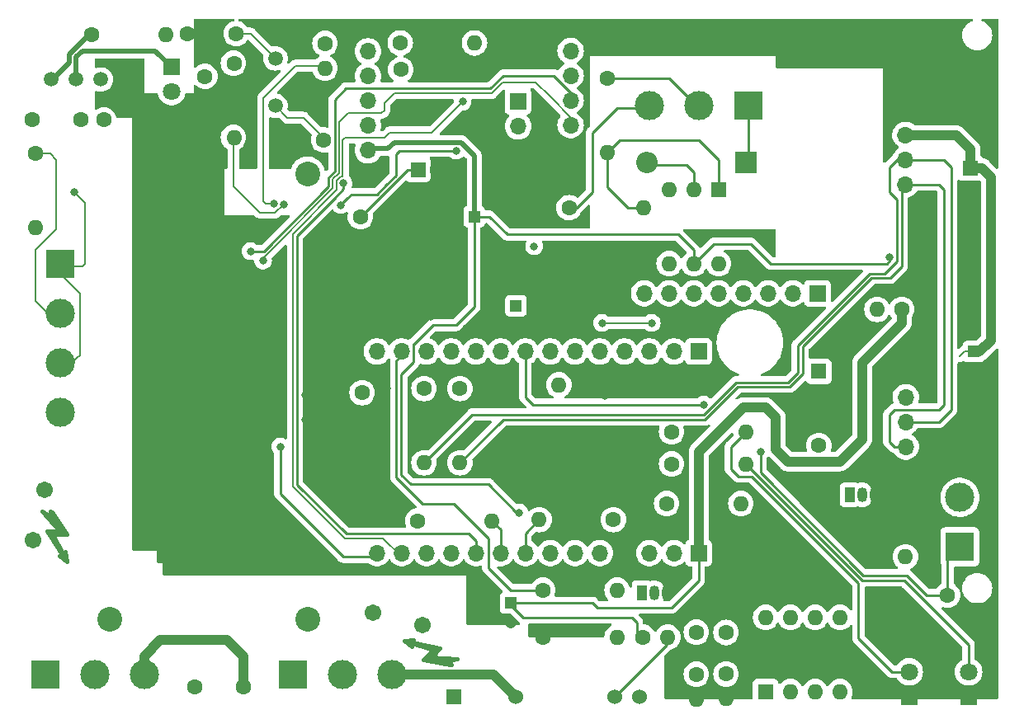
<source format=gbr>
%TF.GenerationSoftware,KiCad,Pcbnew,7.0.1*%
%TF.CreationDate,2023-09-22T18:52:24+02:00*%
%TF.ProjectId,Scheda Attivatore,53636865-6461-4204-9174-74697661746f,rev?*%
%TF.SameCoordinates,Original*%
%TF.FileFunction,Copper,L2,Bot*%
%TF.FilePolarity,Positive*%
%FSLAX46Y46*%
G04 Gerber Fmt 4.6, Leading zero omitted, Abs format (unit mm)*
G04 Created by KiCad (PCBNEW 7.0.1) date 2023-09-22 18:52:24*
%MOMM*%
%LPD*%
G01*
G04 APERTURE LIST*
%ADD10C,0.150000*%
%TA.AperFunction,NonConductor*%
%ADD11C,0.150000*%
%TD*%
%TA.AperFunction,EtchedComponent*%
%ADD12C,0.381000*%
%TD*%
%TA.AperFunction,ComponentPad*%
%ADD13R,1.700000X1.700000*%
%TD*%
%TA.AperFunction,ComponentPad*%
%ADD14O,1.700000X1.700000*%
%TD*%
%TA.AperFunction,ComponentPad*%
%ADD15R,1.600000X1.600000*%
%TD*%
%TA.AperFunction,ComponentPad*%
%ADD16C,1.600000*%
%TD*%
%TA.AperFunction,ComponentPad*%
%ADD17R,1.800000X1.800000*%
%TD*%
%TA.AperFunction,ComponentPad*%
%ADD18C,1.800000*%
%TD*%
%TA.AperFunction,ComponentPad*%
%ADD19O,1.600000X1.600000*%
%TD*%
%TA.AperFunction,ComponentPad*%
%ADD20C,1.710000*%
%TD*%
%TA.AperFunction,ComponentPad*%
%ADD21R,3.000000X3.000000*%
%TD*%
%TA.AperFunction,ComponentPad*%
%ADD22C,3.000000*%
%TD*%
%TA.AperFunction,ComponentPad*%
%ADD23R,1.200000X1.200000*%
%TD*%
%TA.AperFunction,ComponentPad*%
%ADD24C,1.200000*%
%TD*%
%TA.AperFunction,ComponentPad*%
%ADD25R,2.200000X2.200000*%
%TD*%
%TA.AperFunction,ComponentPad*%
%ADD26O,2.200000X2.200000*%
%TD*%
%TA.AperFunction,ComponentPad*%
%ADD27R,1.500000X1.500000*%
%TD*%
%TA.AperFunction,ComponentPad*%
%ADD28C,1.500000*%
%TD*%
%TA.AperFunction,ComponentPad*%
%ADD29R,1.524000X1.524000*%
%TD*%
%TA.AperFunction,ComponentPad*%
%ADD30C,1.524000*%
%TD*%
%TA.AperFunction,ComponentPad*%
%ADD31R,1.050000X1.500000*%
%TD*%
%TA.AperFunction,ComponentPad*%
%ADD32O,1.050000X1.500000*%
%TD*%
%TA.AperFunction,ComponentPad*%
%ADD33C,2.540000*%
%TD*%
%TA.AperFunction,ViaPad*%
%ADD34C,0.800000*%
%TD*%
%TA.AperFunction,Conductor*%
%ADD35C,0.250000*%
%TD*%
%TA.AperFunction,Conductor*%
%ADD36C,1.500000*%
%TD*%
%TA.AperFunction,Conductor*%
%ADD37C,0.500000*%
%TD*%
%TA.AperFunction,Conductor*%
%ADD38C,0.200000*%
%TD*%
%TA.AperFunction,Conductor*%
%ADD39C,1.000000*%
%TD*%
G04 APERTURE END LIST*
D10*
%TO.C,*%
D11*
D12*
X112670000Y-119253500D02*
X111908000Y-118618500D01*
X112670000Y-116459500D02*
X111273000Y-116459500D01*
X112543000Y-118237500D02*
X112670000Y-119253500D01*
X112416000Y-118872500D02*
X110638000Y-116078500D01*
X112416000Y-118745500D02*
X112543000Y-118237500D01*
X112289000Y-116332500D02*
X111019000Y-116332500D01*
X111908000Y-118618500D02*
X112416000Y-118872500D01*
X111908000Y-116078500D02*
X110130000Y-114046500D01*
X111273000Y-116459500D02*
X112416000Y-118745500D01*
X111146000Y-114173500D02*
X112670000Y-116459500D01*
X110892000Y-114554500D02*
X111019000Y-114046500D01*
X110892000Y-114427500D02*
X112289000Y-116332500D01*
X110638000Y-116078500D02*
X111908000Y-116078500D01*
X110130000Y-114046500D02*
X110892000Y-114554500D01*
X147311022Y-127337666D02*
X148298851Y-127247863D01*
X149286679Y-129313322D02*
X150274507Y-128325494D01*
X148119245Y-127966284D02*
X147311022Y-127337666D01*
X147760035Y-127427468D02*
X150992927Y-128145889D01*
X147849838Y-127517271D02*
X148119245Y-127966284D01*
X149645889Y-129133717D02*
X150543915Y-128235691D01*
X148298851Y-127247863D02*
X147760035Y-127427468D01*
X150094902Y-129043914D02*
X152788979Y-129223519D01*
X150274507Y-128325494D02*
X147849838Y-127517271D01*
X151980756Y-129852137D02*
X149286679Y-129313322D01*
X151890953Y-129403125D02*
X152160361Y-129852137D01*
X151980756Y-129492927D02*
X149645889Y-129133717D01*
X150992927Y-128145889D02*
X150094902Y-129043914D01*
X152788979Y-129223519D02*
X151890953Y-129403125D01*
%TD*%
D13*
%TO.P,U3_1,1,Pin_1*%
%TO.N,Net-(U3_1-Pin_1)*%
X159004000Y-72004000D03*
D14*
%TO.P,U3_1,2,Pin_2*%
X159004000Y-74544000D03*
%TD*%
D15*
%TO.P,C11,1*%
%TO.N,+5V*%
X205400000Y-78844888D03*
D16*
%TO.P,C11,2*%
%TO.N,GND*%
X205400000Y-80844888D03*
%TD*%
D17*
%TO.P,LD3,1,K*%
%TO.N,GND*%
X199136000Y-133096000D03*
D18*
%TO.P,LD3,2,A*%
%TO.N,Net-(LD3-A)*%
X199136000Y-130556000D03*
%TD*%
D16*
%TO.P,MOV1,1*%
%TO.N,Net-(U10-AC(L))*%
X125810000Y-132080000D03*
%TO.P,MOV1,2*%
%TO.N,Net-(CN5-Pin_3)*%
X130810000Y-132080000D03*
%TD*%
%TO.P,R17,1*%
%TO.N,A3*%
X177292000Y-130810000D03*
D19*
%TO.P,R17,2*%
%TO.N,GND*%
X177292000Y-133350000D03*
%TD*%
D16*
%TO.P,R21,1*%
%TO.N,D10*%
X146964400Y-68732400D03*
D19*
%TO.P,R21,2*%
%TO.N,GND*%
X154584400Y-68732400D03*
%TD*%
D13*
%TO.P,U3,1,Pin_1*%
%TO.N,GND*%
X198755000Y-72898000D03*
D14*
%TO.P,U3,2,Pin_2*%
%TO.N,+5V*%
X198755000Y-75438000D03*
%TO.P,U3,3,Pin_3*%
%TO.N,SDA*%
X198755000Y-77978000D03*
%TO.P,U3,4,Pin_4*%
%TO.N,SCL*%
X198755000Y-80518000D03*
%TD*%
D13*
%TO.P,U1,1,Pin_1*%
%TO.N,AREF*%
X177536000Y-97663000D03*
D14*
%TO.P,U1,2,Pin_2*%
%TO.N,DAC0{slash}A0*%
X174996000Y-97663000D03*
%TO.P,U1,3,Pin_3*%
%TO.N,A1*%
X172456000Y-97663000D03*
%TO.P,U1,4,Pin_4*%
%TO.N,A2*%
X169916000Y-97663000D03*
%TO.P,U1,5,Pin_5*%
%TO.N,A3*%
X167376000Y-97663000D03*
%TO.P,U1,6,Pin_6*%
%TO.N,A4*%
X164836000Y-97663000D03*
%TO.P,U1,7,Pin_7*%
%TO.N,A5*%
X162296000Y-97663000D03*
%TO.P,U1,8,Pin_8*%
%TO.N,A6*%
X159756000Y-97663000D03*
%TO.P,U1,9,Pin_9*%
%TO.N,D0*%
X157216000Y-97663000D03*
%TO.P,U1,10,Pin_10*%
%TO.N,D1*%
X154676000Y-97663000D03*
%TO.P,U1,11,Pin_11*%
%TO.N,D2*%
X152136000Y-97663000D03*
%TO.P,U1,12,Pin_12*%
%TO.N,D3*%
X149596000Y-97663000D03*
%TO.P,U1,13,Pin_13*%
%TO.N,D4*%
X147056000Y-97663000D03*
%TO.P,U1,14,Pin_14*%
%TO.N,BUZZER*%
X144516000Y-97663000D03*
%TD*%
D16*
%TO.P,R25,1*%
%TO.N,+5V*%
X149352000Y-101473000D03*
D19*
%TO.P,R25,2*%
%TO.N,SDA*%
X149352000Y-109093000D03*
%TD*%
D16*
%TO.P,R9,1*%
%TO.N,D4*%
X161544000Y-122174000D03*
D19*
%TO.P,R9,2*%
%TO.N,Net-(T2-B)*%
X169164000Y-122174000D03*
%TD*%
D15*
%TO.P,U9,1*%
%TO.N,Net-(R13-Pad2)*%
X179578000Y-81026000D03*
D19*
%TO.P,U9,2*%
%TO.N,Net-(D1-A)*%
X177038000Y-81026000D03*
%TO.P,U9,3,NC*%
%TO.N,unconnected-(U9-NC-Pad3)*%
X174498000Y-81026000D03*
%TO.P,U9,4*%
%TO.N,A5*%
X174498000Y-88646000D03*
%TO.P,U9,5*%
%TO.N,+3.3V*%
X177038000Y-88646000D03*
%TO.P,U9,6*%
%TO.N,unconnected-(U9-Pad6)*%
X179578000Y-88646000D03*
%TD*%
D16*
%TO.P,C5,1*%
%TO.N,Net-(U6-OSC1)*%
X139065000Y-75946000D03*
%TO.P,C5,2*%
%TO.N,GND*%
X139065000Y-70946000D03*
%TD*%
%TO.P,R19,1*%
%TO.N,D3*%
X174752000Y-109220000D03*
D19*
%TO.P,R19,2*%
%TO.N,Net-(LD2-A)*%
X182372000Y-109220000D03*
%TD*%
D16*
%TO.P,R4,1*%
%TO.N,+5C*%
X115265200Y-65125600D03*
D19*
%TO.P,R4,2*%
%TO.N,Net-(LD1-A)*%
X122885200Y-65125600D03*
%TD*%
D16*
%TO.P,R10,1*%
%TO.N,GND*%
X161544000Y-127000000D03*
D19*
%TO.P,R10,2*%
%TO.N,Net-(T2-B)*%
X169164000Y-127000000D03*
%TD*%
D17*
%TO.P,LD2,1,K*%
%TO.N,GND*%
X205232000Y-133096000D03*
D18*
%TO.P,LD2,2,A*%
%TO.N,Net-(LD2-A)*%
X205232000Y-130556000D03*
%TD*%
D16*
%TO.P,R6,1*%
%TO.N,BUZZER*%
X174244000Y-113284000D03*
D19*
%TO.P,R6,2*%
%TO.N,Net-(T1-B)*%
X181864000Y-113284000D03*
%TD*%
D16*
%TO.P,R12,1*%
%TO.N,GND*%
X163195000Y-108712000D03*
D19*
%TO.P,R12,2*%
%TO.N,A5*%
X163195000Y-101092000D03*
%TD*%
D20*
%TO.P,F2,1*%
%TO.N,Net-(CN5-Pin_1)*%
X109220000Y-117012400D03*
%TO.P,F2,2*%
%TO.N,Net-(U10-AC(L))*%
X110420000Y-111912400D03*
%TD*%
D16*
%TO.P,R24,1*%
%TO.N,+3.3V*%
X148717000Y-115062000D03*
D19*
%TO.P,R24,2*%
%TO.N,D11*%
X156337000Y-115062000D03*
%TD*%
D16*
%TO.P,R5,1*%
%TO.N,+5V*%
X198374000Y-93345000D03*
D19*
%TO.P,R5,2*%
%TO.N,Net-(BZ1--)*%
X195834000Y-93345000D03*
%TD*%
D16*
%TO.P,R16,1*%
%TO.N,A2*%
X177292000Y-126492000D03*
D19*
%TO.P,R16,2*%
%TO.N,GND*%
X177292000Y-123952000D03*
%TD*%
D21*
%TO.P,CN3,1,Pin_1*%
%TO.N,Net-(CN3-Pin_1)*%
X135890000Y-130810000D03*
D22*
%TO.P,CN3,2,Pin_2*%
%TO.N,unconnected-(CN3-Pin_2-Pad2)*%
X140970000Y-130810000D03*
%TO.P,CN3,3,Pin_3*%
%TO.N,Net-(CN3-Pin_3)*%
X146050000Y-130810000D03*
%TD*%
D16*
%TO.P,R2,1*%
%TO.N,+5V*%
X139192000Y-66040000D03*
D19*
%TO.P,R2,2*%
%TO.N,CS_CAN*%
X139192000Y-68580000D03*
%TD*%
D17*
%TO.P,LD1,1,K*%
%TO.N,GNDD*%
X123444000Y-68453000D03*
D18*
%TO.P,LD1,2,A*%
%TO.N,Net-(LD1-A)*%
X123444000Y-70993000D03*
%TD*%
D20*
%TO.P,F1,1*%
%TO.N,Net-(F1-Pad1)*%
X149225000Y-125730000D03*
%TO.P,F1,2*%
%TO.N,Net-(CN3-Pin_1)*%
X144125000Y-124530000D03*
%TD*%
D16*
%TO.P,R11,1*%
%TO.N,+5V*%
X171831000Y-127000000D03*
D19*
%TO.P,R11,2*%
%TO.N,Net-(R11-Pad2)*%
X174371000Y-127000000D03*
%TD*%
D21*
%TO.P,CN5,1,Pin_1*%
%TO.N,Net-(CN5-Pin_1)*%
X110490000Y-130810000D03*
D22*
%TO.P,CN5,2,Pin_2*%
%TO.N,unconnected-(CN5-Pin_2-Pad2)*%
X115570000Y-130810000D03*
%TO.P,CN5,3,Pin_3*%
%TO.N,Net-(CN5-Pin_3)*%
X120650000Y-130810000D03*
%TD*%
D16*
%TO.P,R15,1*%
%TO.N,A1*%
X180340000Y-126521000D03*
D19*
%TO.P,R15,2*%
%TO.N,GND*%
X180340000Y-123981000D03*
%TD*%
D23*
%TO.P,C13,1*%
%TO.N,+5V*%
X205740000Y-97663000D03*
D24*
%TO.P,C13,2*%
%TO.N,GND*%
X205740000Y-99663000D03*
%TD*%
D16*
%TO.P,R20,1*%
%TO.N,D2*%
X174752000Y-105918000D03*
D19*
%TO.P,R20,2*%
%TO.N,Net-(LD3-A)*%
X182372000Y-105918000D03*
%TD*%
D13*
%TO.P,U1_1,1,Pin_1*%
%TO.N,+5V*%
X177546000Y-118364000D03*
D14*
%TO.P,U1_1,2,Pin_2*%
%TO.N,VIN*%
X175006000Y-118364000D03*
%TO.P,U1_1,3,Pin_3*%
%TO.N,VCC*%
X172466000Y-118364000D03*
%TO.P,U1_1,4,Pin_4*%
%TO.N,GND*%
X169926000Y-118364000D03*
%TO.P,U1_1,5,Pin_5*%
%TO.N,RESET*%
X167386000Y-118364000D03*
%TO.P,U1_1,6,Pin_6*%
%TO.N,D14*%
X164846000Y-118364000D03*
%TO.P,U1_1,7,Pin_7*%
%TO.N,D13*%
X162306000Y-118364000D03*
%TO.P,U1_1,8,Pin_8*%
%TO.N,D12*%
X159766000Y-118364000D03*
%TO.P,U1_1,9,Pin_9*%
%TO.N,D11*%
X157226000Y-118364000D03*
%TO.P,U1_1,10,Pin_10*%
%TO.N,D10*%
X154686000Y-118364000D03*
%TO.P,U1_1,11,Pin_11*%
%TO.N,D9*%
X152146000Y-118364000D03*
%TO.P,U1_1,12,Pin_12*%
%TO.N,D8*%
X149606000Y-118364000D03*
%TO.P,U1_1,13,Pin_13*%
%TO.N,CS_ETH*%
X147066000Y-118364000D03*
%TO.P,U1_1,14,Pin_14*%
%TO.N,CS_CAN*%
X144526000Y-118364000D03*
%TD*%
D25*
%TO.P,D1,1,K*%
%TO.N,Net-(CN4-Pin_1)*%
X182372000Y-78232000D03*
D26*
%TO.P,D1,2,A*%
%TO.N,Net-(D1-A)*%
X172212000Y-78232000D03*
%TD*%
D16*
%TO.P,R26,1*%
%TO.N,+5V*%
X153035000Y-101473000D03*
D19*
%TO.P,R26,2*%
%TO.N,SCL*%
X153035000Y-109093000D03*
%TD*%
D21*
%TO.P,CN1,1,Pin_1*%
%TO.N,Net-(CN1-Pin_1)*%
X112014000Y-88646000D03*
D22*
%TO.P,CN1,2,Pin_2*%
%TO.N,Net-(CN1-Pin_2)*%
X112014000Y-93726000D03*
%TO.P,CN1,3,Pin_3*%
%TO.N,Net-(CN1-Pin_1)*%
X112014000Y-98806000D03*
%TO.P,CN1,4,Pin_4*%
%TO.N,Net-(CN1-Pin_4)*%
X112014000Y-103886000D03*
%TD*%
D16*
%TO.P,R14,1*%
%TO.N,Net-(CN4-Pin_2)*%
X168148000Y-69596000D03*
D19*
%TO.P,R14,2*%
%TO.N,Net-(R13-Pad2)*%
X168148000Y-77216000D03*
%TD*%
D13*
%TO.P,U4_1,1,Pin_1*%
%TO.N,unconnected-(U4_1-Pin_1-Pad1)*%
X189723000Y-91694000D03*
D14*
%TO.P,U4_1,2,Pin_2*%
%TO.N,unconnected-(U4_1-Pin_2-Pad2)*%
X187183000Y-91694000D03*
%TO.P,U4_1,3,Pin_3*%
%TO.N,unconnected-(U4_1-Pin_3-Pad3)*%
X184643000Y-91694000D03*
%TO.P,U4_1,4,Pin_4*%
%TO.N,unconnected-(U4_1-Pin_4-Pad4)*%
X182103000Y-91694000D03*
%TO.P,U4_1,5,Pin_5*%
%TO.N,unconnected-(U4_1-Pin_5-Pad5)*%
X179563000Y-91694000D03*
%TO.P,U4_1,6,Pin_6*%
%TO.N,unconnected-(U4_1-Pin_6-Pad6)*%
X177023000Y-91694000D03*
%TO.P,U4_1,7,Pin_7*%
%TO.N,D1*%
X174483000Y-91694000D03*
%TO.P,U4_1,8,Pin_8*%
%TO.N,unconnected-(U4_1-Pin_8-Pad8)*%
X171943000Y-91694000D03*
%TD*%
D27*
%TO.P,U8,1,-Vin*%
%TO.N,GND*%
X118745000Y-69747500D03*
D28*
%TO.P,U8,2,+Vin*%
%TO.N,+5V*%
X116205000Y-69747500D03*
%TO.P,U8,3,-Vout*%
%TO.N,GNDD*%
X113665000Y-69747500D03*
%TO.P,U8,4,+Vout*%
%TO.N,+5C*%
X111125000Y-69747500D03*
%TD*%
D16*
%TO.P,R22,1*%
%TO.N,D10*%
X146913600Y-65989200D03*
D19*
%TO.P,R22,2*%
%TO.N,Net-(U6-SO)*%
X154533600Y-65989200D03*
%TD*%
D21*
%TO.P,CN4,1,Pin_1*%
%TO.N,Net-(CN4-Pin_1)*%
X182680000Y-72400000D03*
D22*
%TO.P,CN4,2,Pin_2*%
%TO.N,Net-(CN4-Pin_2)*%
X177600000Y-72400000D03*
%TO.P,CN4,3,Pin_3*%
%TO.N,Net-(CN4-Pin_3)*%
X172520000Y-72400000D03*
%TD*%
D15*
%TO.P,SW1,1*%
%TO.N,+5V*%
X184404000Y-132588000D03*
D19*
%TO.P,SW1,2*%
X186944000Y-132588000D03*
%TO.P,SW1,3*%
X189484000Y-132588000D03*
%TO.P,SW1,4*%
X192024000Y-132588000D03*
%TO.P,SW1,5*%
%TO.N,A1*%
X192024000Y-124968000D03*
%TO.P,SW1,6*%
%TO.N,A2*%
X189484000Y-124968000D03*
%TO.P,SW1,7*%
%TO.N,A3*%
X186944000Y-124968000D03*
%TO.P,SW1,8*%
%TO.N,A4*%
X184404000Y-124968000D03*
%TD*%
D16*
%TO.P,R23,1*%
%TO.N,+3.3V*%
X168783000Y-114935000D03*
D19*
%TO.P,R23,2*%
%TO.N,D12*%
X161163000Y-114935000D03*
%TD*%
D21*
%TO.P,CN2,1,Pin_1*%
%TO.N,A6*%
X204343000Y-117729000D03*
D22*
%TO.P,CN2,2,Pin_2*%
%TO.N,+3.3V*%
X204343000Y-112649000D03*
%TD*%
D16*
%TO.P,C6,1*%
%TO.N,GND*%
X126873000Y-74422000D03*
%TO.P,C6,2*%
%TO.N,+5V*%
X126873000Y-69422000D03*
%TD*%
%TO.P,R1,1*%
%TO.N,+5V*%
X129921000Y-68072000D03*
D19*
%TO.P,R1,2*%
%TO.N,Net-(U6-~{RESET})*%
X129921000Y-75692000D03*
%TD*%
D23*
%TO.P,C12,1*%
%TO.N,+5V*%
X158242000Y-123487401D03*
D24*
%TO.P,C12,2*%
%TO.N,GND*%
X158242000Y-125487401D03*
%TD*%
D13*
%TO.P,U2_1,1,Pin_1*%
%TO.N,GND*%
X164400000Y-79500000D03*
D14*
%TO.P,U2_1,2,Pin_2*%
X164400000Y-76960000D03*
%TO.P,U2_1,3,Pin_3*%
%TO.N,D8*%
X164400000Y-74420000D03*
%TO.P,U2_1,4,Pin_4*%
%TO.N,D9*%
X164400000Y-71880000D03*
%TO.P,U2_1,5,Pin_5*%
%TO.N,CS_ETH*%
X164400000Y-69340000D03*
%TO.P,U2_1,6,Pin_6*%
%TO.N,unconnected-(U2_1-Pin_6-Pad6)*%
X164400000Y-66800000D03*
%TD*%
D28*
%TO.P,Y1,1,1*%
%TO.N,Net-(U6-OSC1)*%
X134112000Y-72444000D03*
%TO.P,Y1,2,2*%
%TO.N,Net-(U6-OSC2)*%
X134112000Y-67564000D03*
%TD*%
D16*
%TO.P,C4,1*%
%TO.N,GND*%
X125095000Y-65024000D03*
%TO.P,C4,2*%
%TO.N,Net-(U6-OSC2)*%
X130095000Y-65024000D03*
%TD*%
D29*
%TO.P,RL1,1*%
%TO.N,Net-(F1-Pad1)*%
X152400000Y-133096000D03*
D30*
%TO.P,RL1,2*%
%TO.N,Net-(CN3-Pin_3)*%
X158750000Y-133096000D03*
%TO.P,RL1,3*%
%TO.N,Net-(R11-Pad2)*%
X168910000Y-133096000D03*
%TO.P,RL1,4*%
%TO.N,Net-(T2-C)*%
X171450000Y-133096000D03*
%TD*%
D16*
%TO.P,R13,1*%
%TO.N,Net-(CN4-Pin_3)*%
X164230000Y-82900000D03*
D19*
%TO.P,R13,2*%
%TO.N,Net-(R13-Pad2)*%
X171850000Y-82900000D03*
%TD*%
D16*
%TO.P,C9,1*%
%TO.N,GND*%
X143002000Y-106894000D03*
%TO.P,C9,2*%
%TO.N,+5V*%
X143002000Y-101894000D03*
%TD*%
%TO.P,R18,1*%
%TO.N,A4*%
X180340000Y-130781000D03*
D19*
%TO.P,R18,2*%
%TO.N,GND*%
X180340000Y-133321000D03*
%TD*%
D15*
%TO.P,C10,1*%
%TO.N,+5V*%
X148750000Y-78994000D03*
D16*
%TO.P,C10,2*%
%TO.N,GND*%
X150750000Y-78994000D03*
%TD*%
D13*
%TO.P,U4,1,Pin_1*%
%TO.N,GND*%
X198780400Y-99822000D03*
D14*
%TO.P,U4,2,Pin_2*%
%TO.N,+5V*%
X198780400Y-102362000D03*
%TO.P,U4,3,Pin_3*%
%TO.N,SDA*%
X198780400Y-104902000D03*
%TO.P,U4,4,Pin_4*%
%TO.N,SCL*%
X198780400Y-107442000D03*
%TD*%
D31*
%TO.P,T1,1,C*%
%TO.N,Net-(BZ1-+)*%
X193040000Y-112395000D03*
D32*
%TO.P,T1,2,B*%
%TO.N,Net-(T1-B)*%
X194310000Y-112395000D03*
%TO.P,T1,3,E*%
%TO.N,GND*%
X195580000Y-112395000D03*
%TD*%
D16*
%TO.P,R7,1*%
%TO.N,GND*%
X198755000Y-111125000D03*
D19*
%TO.P,R7,2*%
%TO.N,Net-(T1-B)*%
X198755000Y-118745000D03*
%TD*%
D33*
%TO.P,U10,1*%
%TO.N,Net-(U10-AC(L))*%
X117094000Y-125145800D03*
%TO.P,U10,2*%
%TO.N,Net-(CN5-Pin_3)*%
X137414000Y-125145800D03*
%TO.P,U10,3*%
%TO.N,GND*%
X127254000Y-79425800D03*
%TO.P,U10,4*%
%TO.N,+5V*%
X137414000Y-79425800D03*
%TD*%
D23*
%TO.P,C2,1*%
%TO.N,+3.3V*%
X154515600Y-83820000D03*
D24*
%TO.P,C2,2*%
%TO.N,GND*%
X152515600Y-83820000D03*
%TD*%
D13*
%TO.P,U2,1,Pin_1*%
%TO.N,GND*%
X143600000Y-79550000D03*
D14*
%TO.P,U2,2,Pin_2*%
%TO.N,+3.3V*%
X143600000Y-77010000D03*
%TO.P,U2,3,Pin_3*%
X143600000Y-74470000D03*
%TO.P,U2,4,Pin_4*%
%TO.N,unconnected-(U2-Pin_4-Pad4)*%
X143600000Y-71930000D03*
%TO.P,U2,5,Pin_5*%
%TO.N,unconnected-(U2-Pin_5-Pad5)*%
X143600000Y-69390000D03*
%TO.P,U2,6,Pin_6*%
%TO.N,D10*%
X143600000Y-66850000D03*
%TD*%
D16*
%TO.P,C7,1*%
%TO.N,GND*%
X121500000Y-73900000D03*
%TO.P,C7,2*%
%TO.N,+5V*%
X116500000Y-73900000D03*
%TD*%
%TO.P,C8,1*%
%TO.N,+5C*%
X114150000Y-73900000D03*
%TO.P,C8,2*%
%TO.N,GNDD*%
X109150000Y-73900000D03*
%TD*%
D23*
%TO.P,C1,1*%
%TO.N,+5V*%
X158793401Y-92964000D03*
D24*
%TO.P,C1,2*%
%TO.N,GND*%
X160793401Y-92964000D03*
%TD*%
D15*
%TO.P,BZ1,1,-*%
%TO.N,Net-(BZ1--)*%
X189865000Y-99715000D03*
D16*
%TO.P,BZ1,2,+*%
%TO.N,Net-(BZ1-+)*%
X189865000Y-107315000D03*
%TD*%
%TO.P,R3,1*%
%TO.N,Net-(CN1-Pin_2)*%
X109474000Y-77343000D03*
D19*
%TO.P,R3,2*%
%TO.N,Net-(CN1-Pin_4)*%
X109474000Y-84963000D03*
%TD*%
D16*
%TO.P,C3,1*%
%TO.N,GND*%
X147828000Y-83820000D03*
%TO.P,C3,2*%
%TO.N,+5V*%
X142828000Y-83820000D03*
%TD*%
D31*
%TO.P,T2,1,C*%
%TO.N,Net-(T2-C)*%
X171704000Y-122428000D03*
D32*
%TO.P,T2,2,B*%
%TO.N,Net-(T2-B)*%
X172974000Y-122428000D03*
%TO.P,T2,3,E*%
%TO.N,GND*%
X174244000Y-122428000D03*
%TD*%
D16*
%TO.P,R8,1*%
%TO.N,A6*%
X203073000Y-122682000D03*
D19*
%TO.P,R8,2*%
%TO.N,GND*%
X195453000Y-122682000D03*
%TD*%
D34*
%TO.N,A6*%
X178054000Y-103124000D03*
X183896000Y-107950000D03*
%TO.N,GND*%
X194310000Y-129540000D03*
X127508000Y-65024000D03*
X175260000Y-95250000D03*
X154940000Y-121920000D03*
X184353200Y-85852000D03*
X146304000Y-93472000D03*
X165989000Y-108712000D03*
X146304000Y-87884000D03*
X205740000Y-86360000D03*
X207010000Y-73660000D03*
X158902400Y-121005600D03*
X152400000Y-78740000D03*
X134620000Y-102870000D03*
X174904400Y-115824000D03*
X191770000Y-102870000D03*
X151282400Y-87833200D03*
X165100000Y-121920000D03*
X119380000Y-72390000D03*
X196088000Y-131572000D03*
X123444000Y-79756000D03*
X131953000Y-114808000D03*
X123190000Y-76200000D03*
X185420000Y-115570000D03*
X192659000Y-90551000D03*
X147320000Y-72644000D03*
X141986000Y-68326000D03*
X157480000Y-78740000D03*
X187706000Y-94996000D03*
X179070000Y-95250000D03*
X137160000Y-104648000D03*
X149860000Y-72390000D03*
X205994000Y-101981000D03*
X145542000Y-101498400D03*
X134620000Y-105156000D03*
X137160000Y-102108000D03*
X150266400Y-84074000D03*
X137160000Y-67056000D03*
X153670000Y-95250000D03*
X136652000Y-76708000D03*
X176022000Y-100711000D03*
X157734000Y-101142800D03*
X203200000Y-68580000D03*
X190246000Y-66192400D03*
X202184000Y-129032000D03*
X160020000Y-82550000D03*
X199390000Y-87630000D03*
X197561200Y-127152400D03*
X131572000Y-89916000D03*
X200152000Y-91186000D03*
X199390000Y-114808000D03*
X121412000Y-86741000D03*
X164896800Y-126339600D03*
X165100000Y-90170000D03*
X157632400Y-108813600D03*
X206146400Y-125628400D03*
X134620000Y-100330000D03*
X138430000Y-106680000D03*
X125730000Y-77470000D03*
X142748000Y-93472000D03*
X182473600Y-89509600D03*
X151942800Y-90119200D03*
X185166000Y-109474000D03*
X158750000Y-66040000D03*
X150063200Y-94132400D03*
X150114000Y-106426000D03*
X193040000Y-96520000D03*
X169672000Y-65430400D03*
X129540000Y-72390000D03*
X175260000Y-129540000D03*
X157988000Y-87528400D03*
X203200000Y-105791000D03*
X137160000Y-72390000D03*
X151765000Y-66675000D03*
X163830000Y-92710000D03*
X167944800Y-102260400D03*
X143510000Y-111760000D03*
X187960000Y-102870000D03*
X139954000Y-84836000D03*
X124333000Y-116586000D03*
X154432000Y-74269600D03*
X147828000Y-81534000D03*
X143510000Y-95250000D03*
X200660000Y-107950000D03*
X207010000Y-106680000D03*
X169976800Y-89103200D03*
X134112000Y-76708000D03*
X200660000Y-96520000D03*
X180340000Y-121920000D03*
X206705200Y-114960400D03*
X194310000Y-116840000D03*
X165100000Y-114935000D03*
X168910000Y-110693200D03*
X163957000Y-111633000D03*
%TO.N,+3.3V*%
X197141500Y-88006701D03*
X159131000Y-114223800D03*
%TO.N,Net-(CN1-Pin_1)*%
X113450500Y-81280000D03*
%TO.N,+5V*%
X160655000Y-86868000D03*
%TO.N,CS_CAN*%
X133950699Y-82529922D03*
X134620000Y-107442000D03*
%TO.N,D1*%
X167640000Y-94742000D03*
X172720000Y-94742000D03*
%TO.N,D10*%
X141100000Y-80400000D03*
%TO.N,D9*%
X131572000Y-87376000D03*
%TO.N,D8*%
X132838500Y-88321000D03*
%TO.N,CS_ETH*%
X153314400Y-72034400D03*
%TO.N,Net-(U6-~{RESET})*%
X134950000Y-82550000D03*
%TO.N,Net-(U6-SO)*%
X140817600Y-82633500D03*
X152654000Y-77049500D03*
%TD*%
D35*
%TO.N,A6*%
X203073000Y-118999000D02*
X204343000Y-117729000D01*
X160528000Y-103124000D02*
X159756000Y-102352000D01*
X183896000Y-107950000D02*
X183896000Y-110107604D01*
X198882000Y-120650000D02*
X200914000Y-122682000D01*
X200914000Y-122682000D02*
X203073000Y-122682000D01*
X159756000Y-102352000D02*
X159756000Y-98044000D01*
X203073000Y-122682000D02*
X203073000Y-118999000D01*
X194438396Y-120650000D02*
X198882000Y-120650000D01*
X178054000Y-103124000D02*
X160528000Y-103124000D01*
X183896000Y-110107604D02*
X194438396Y-120650000D01*
D36*
%TO.N,GND*%
X127254000Y-79425800D02*
X127025800Y-79425800D01*
D35*
X125095000Y-65405000D02*
X126945000Y-65405000D01*
X126945000Y-65405000D02*
X127000000Y-65350000D01*
%TO.N,+3.3V*%
X147015200Y-100025200D02*
X148285200Y-98755200D01*
X197141500Y-88354500D02*
X197141500Y-88006701D01*
X177038000Y-87274400D02*
X175412400Y-85648800D01*
X154515600Y-83820000D02*
X154515600Y-93083600D01*
X179070000Y-86614000D02*
X180340000Y-86614000D01*
X148285200Y-96875600D02*
X148345305Y-96875600D01*
X158877000Y-114223800D02*
X155956000Y-111302800D01*
D37*
X154515600Y-77553600D02*
X153162000Y-76200000D01*
D35*
X182880000Y-86614000D02*
X184912000Y-88646000D01*
X195326000Y-88646000D02*
X195834000Y-88646000D01*
X148345305Y-96875600D02*
X150275705Y-94945200D01*
X195834000Y-88646000D02*
X196342000Y-88646000D01*
X159131000Y-114223800D02*
X158877000Y-114223800D01*
D37*
X146304000Y-76200000D02*
X145669000Y-76835000D01*
D35*
X184912000Y-88646000D02*
X195326000Y-88646000D01*
X147015200Y-110337600D02*
X147015200Y-100025200D01*
X175412400Y-85648800D02*
X157886400Y-85648800D01*
D37*
X154515600Y-83820000D02*
X154515600Y-77553600D01*
D35*
X150275705Y-94945200D02*
X152654000Y-94945200D01*
X155956000Y-111302800D02*
X147980400Y-111302800D01*
X178308000Y-87376000D02*
X179070000Y-86614000D01*
D37*
X145669000Y-76835000D02*
X143510000Y-76835000D01*
D35*
X196342000Y-88646000D02*
X196850000Y-88646000D01*
X177038000Y-88646000D02*
X178308000Y-87376000D01*
X196850000Y-88646000D02*
X197141500Y-88354500D01*
X154515600Y-83820000D02*
X154432000Y-83820000D01*
X180340000Y-86614000D02*
X182880000Y-86614000D01*
X177038000Y-88646000D02*
X177038000Y-87274400D01*
X147980400Y-111302800D02*
X147015200Y-110337600D01*
X154515600Y-93083600D02*
X152654000Y-94945200D01*
X156057600Y-83820000D02*
X154515600Y-83820000D01*
X148285200Y-98755200D02*
X148285200Y-96875600D01*
X157886400Y-85648800D02*
X156057600Y-83820000D01*
D37*
X153162000Y-76200000D02*
X146304000Y-76200000D01*
D38*
%TO.N,Net-(U6-OSC2)*%
X131572000Y-65024000D02*
X134112000Y-67564000D01*
X130095000Y-65024000D02*
X131572000Y-65024000D01*
%TO.N,Net-(U6-OSC1)*%
X136986000Y-73660000D02*
X139065000Y-75739000D01*
X135328000Y-73660000D02*
X134112000Y-72444000D01*
X136986000Y-73660000D02*
X135328000Y-73660000D01*
D37*
%TO.N,+5C*%
X114986450Y-65125600D02*
X115265200Y-65125600D01*
X112965000Y-67147050D02*
X114986450Y-65125600D01*
X112965000Y-68010000D02*
X112965000Y-67147050D01*
X111125000Y-69850000D02*
X112965000Y-68010000D01*
%TO.N,GNDD*%
X113665000Y-69850000D02*
X113665000Y-67437000D01*
X114300000Y-66802000D02*
X121793000Y-66802000D01*
X121793000Y-66802000D02*
X123444000Y-68453000D01*
X113665000Y-67437000D02*
X114300000Y-66802000D01*
D38*
%TO.N,Net-(CN1-Pin_1)*%
X114046000Y-98044000D02*
X114046000Y-91694000D01*
X114046000Y-91694000D02*
X112649000Y-90297000D01*
X110998000Y-99060000D02*
X113030000Y-99060000D01*
X112014000Y-89662000D02*
X112014000Y-88646000D01*
X112649000Y-90297000D02*
X112014000Y-89662000D01*
X113728500Y-98361500D02*
X114046000Y-98044000D01*
X113284000Y-98806000D02*
X112014000Y-98806000D01*
X112649000Y-90297000D02*
X111252000Y-88900000D01*
X114554000Y-82383500D02*
X114554000Y-88646000D01*
X114300000Y-88900000D02*
X113919000Y-88900000D01*
X113030000Y-99060000D02*
X113728500Y-98361500D01*
X113919000Y-88900000D02*
X110998000Y-88900000D01*
X113450500Y-81280000D02*
X114554000Y-82383500D01*
X113919000Y-88900000D02*
X112268000Y-88900000D01*
X114554000Y-88646000D02*
X114300000Y-88900000D01*
X112268000Y-88900000D02*
X112014000Y-88646000D01*
X111252000Y-88900000D02*
X110998000Y-88900000D01*
X113728500Y-98361500D02*
X113284000Y-98806000D01*
%TO.N,Net-(CN1-Pin_2)*%
X110363000Y-93345000D02*
X109474000Y-92456000D01*
X110998000Y-77343000D02*
X109474000Y-77343000D01*
X109474000Y-92456000D02*
X109474000Y-87249000D01*
X109474000Y-87249000D02*
X111633000Y-85090000D01*
X110998000Y-93980000D02*
X110363000Y-93345000D01*
X111633000Y-77978000D02*
X110998000Y-77343000D01*
X110744000Y-93726000D02*
X112014000Y-93726000D01*
X111633000Y-85090000D02*
X111633000Y-77978000D01*
X110363000Y-93345000D02*
X110744000Y-93726000D01*
D35*
%TO.N,+5V*%
X174752000Y-123952000D02*
X177536000Y-121168000D01*
D39*
X198374000Y-94742000D02*
X194310000Y-98806000D01*
X186690000Y-108966000D02*
X185420000Y-107696000D01*
X185420000Y-104394000D02*
X184404000Y-103378000D01*
X177546000Y-107950000D02*
X177546000Y-109220000D01*
X184404000Y-103378000D02*
X182118000Y-103378000D01*
D35*
X158242000Y-123698000D02*
X159512000Y-124968000D01*
X171196000Y-126492000D02*
X171704000Y-127000000D01*
D39*
X206375000Y-97663000D02*
X207518000Y-96520000D01*
D35*
X158242000Y-123487401D02*
X166667401Y-123487401D01*
D39*
X194310000Y-98806000D02*
X194310000Y-106680000D01*
D35*
X177536000Y-121168000D02*
X177536000Y-118745000D01*
D39*
X192024000Y-108966000D02*
X186690000Y-108966000D01*
X182118000Y-103378000D02*
X177546000Y-107950000D01*
X185420000Y-107696000D02*
X185420000Y-104394000D01*
X206606888Y-78844888D02*
X205400000Y-78844888D01*
X194310000Y-106680000D02*
X192024000Y-108966000D01*
D35*
X158242000Y-123487401D02*
X158242000Y-123698000D01*
D39*
X177536000Y-109230000D02*
X177536000Y-118745000D01*
D35*
X167132000Y-123952000D02*
X174752000Y-123952000D01*
D39*
X203962000Y-75438000D02*
X205400000Y-76876000D01*
X205740000Y-97663000D02*
X206375000Y-97663000D01*
D35*
X166667401Y-123487401D02*
X167132000Y-123952000D01*
X147689356Y-78994000D02*
X148750000Y-78994000D01*
X170688000Y-124968000D02*
X171196000Y-125476000D01*
X142863356Y-83820000D02*
X147689356Y-78994000D01*
D38*
X204343000Y-98171000D02*
X204851000Y-97663000D01*
D39*
X198755000Y-75438000D02*
X203962000Y-75438000D01*
D35*
X159512000Y-124968000D02*
X170688000Y-124968000D01*
D39*
X198374000Y-93345000D02*
X198374000Y-94742000D01*
D38*
X204851000Y-97663000D02*
X205740000Y-97663000D01*
D39*
X207518000Y-79756000D02*
X206606888Y-78844888D01*
X205400000Y-76876000D02*
X205400000Y-78844888D01*
X177546000Y-109220000D02*
X177536000Y-109230000D01*
D35*
X142828000Y-83820000D02*
X142863356Y-83820000D01*
D39*
X207518000Y-96520000D02*
X207518000Y-79756000D01*
D35*
X171196000Y-125476000D02*
X171196000Y-126492000D01*
%TO.N,Net-(CN3-Pin_1)*%
X135890000Y-130302000D02*
X135890000Y-130810000D01*
D39*
%TO.N,Net-(CN3-Pin_3)*%
X146050000Y-130810000D02*
X156464000Y-130810000D01*
X156464000Y-130810000D02*
X158750000Y-133096000D01*
D35*
%TO.N,Net-(CN4-Pin_1)*%
X182626000Y-78232000D02*
X182372000Y-78486000D01*
X182626000Y-72644000D02*
X182626000Y-78232000D01*
%TO.N,Net-(CN4-Pin_2)*%
X168148000Y-69596000D02*
X174498000Y-69596000D01*
X174498000Y-69596000D02*
X177546000Y-72644000D01*
%TO.N,Net-(CN4-Pin_3)*%
X165004000Y-82900000D02*
X166624000Y-81280000D01*
X166624000Y-75184000D02*
X169164000Y-72644000D01*
X169164000Y-72644000D02*
X172466000Y-72644000D01*
X166624000Y-81280000D02*
X166624000Y-75184000D01*
X164230000Y-82900000D02*
X165004000Y-82900000D01*
D39*
%TO.N,Net-(CN5-Pin_3)*%
X120650000Y-128950000D02*
X122300000Y-127300000D01*
X120650000Y-130810000D02*
X120650000Y-128950000D01*
X122300000Y-127300000D02*
X129100000Y-127300000D01*
X130810000Y-129010000D02*
X130810000Y-132080000D01*
X129100000Y-127300000D02*
X130810000Y-129010000D01*
D35*
%TO.N,Net-(D1-A)*%
X172212000Y-78486000D02*
X176276000Y-78486000D01*
X176276000Y-78486000D02*
X177038000Y-79248000D01*
X177038000Y-79248000D02*
X177038000Y-81280000D01*
%TO.N,CS_CAN*%
X134620000Y-112268000D02*
X141097000Y-118745000D01*
D38*
X133950699Y-82529922D02*
X133129922Y-82529922D01*
X132842000Y-82242000D02*
X132842000Y-71628000D01*
X136144000Y-68326000D02*
X139192000Y-68326000D01*
D35*
X134620000Y-107442000D02*
X134620000Y-112268000D01*
D38*
X132842000Y-71628000D02*
X136144000Y-68326000D01*
X133129922Y-82529922D02*
X132842000Y-82242000D01*
D35*
X141097000Y-118745000D02*
X144516000Y-118745000D01*
%TO.N,D4*%
X146507200Y-98592800D02*
X146507200Y-110591600D01*
X149199600Y-113284000D02*
X152400000Y-113284000D01*
X155956000Y-119888000D02*
X158242000Y-122174000D01*
X146507200Y-110591600D02*
X149199600Y-113284000D01*
X161121000Y-121751000D02*
X161544000Y-122174000D01*
X158242000Y-122174000D02*
X161544000Y-122174000D01*
X155956000Y-116840000D02*
X155956000Y-119888000D01*
X147056000Y-98044000D02*
X146507200Y-98592800D01*
X152400000Y-113284000D02*
X155956000Y-116840000D01*
%TO.N,Net-(LD2-A)*%
X198628000Y-121158000D02*
X205232000Y-127762000D01*
X182372000Y-109220000D02*
X194310000Y-121158000D01*
X194310000Y-121158000D02*
X198628000Y-121158000D01*
X205232000Y-127762000D02*
X205232000Y-130556000D01*
%TO.N,Net-(R11-Pad2)*%
X168910000Y-133096000D02*
X174244000Y-127762000D01*
X174244000Y-127762000D02*
X174244000Y-127000000D01*
%TO.N,A5*%
X162306000Y-98054000D02*
X162296000Y-98044000D01*
%TO.N,Net-(R13-Pad2)*%
X169418000Y-75946000D02*
X177546000Y-75946000D01*
X168148000Y-77216000D02*
X169418000Y-75946000D01*
X168148000Y-80772000D02*
X170276000Y-82900000D01*
X170276000Y-82900000D02*
X171850000Y-82900000D01*
X168148000Y-77216000D02*
X168148000Y-80772000D01*
X179578000Y-77978000D02*
X179578000Y-81280000D01*
X177546000Y-75946000D02*
X179578000Y-77978000D01*
%TO.N,Net-(LD3-A)*%
X180848000Y-107442000D02*
X182372000Y-105918000D01*
X183005604Y-110490000D02*
X181610000Y-110490000D01*
X180848000Y-109728000D02*
X180848000Y-107442000D01*
X193929000Y-121413396D02*
X183005604Y-110490000D01*
X197358000Y-130556000D02*
X193929000Y-127127000D01*
X199136000Y-130556000D02*
X197358000Y-130556000D01*
X193929000Y-127127000D02*
X193929000Y-121413396D01*
X181610000Y-110490000D02*
X180848000Y-109728000D01*
D38*
%TO.N,D1*%
X172720000Y-94742000D02*
X167640000Y-94742000D01*
D35*
%TO.N,D12*%
X159766000Y-118364000D02*
X159766000Y-116332000D01*
X159766000Y-116332000D02*
X161163000Y-114935000D01*
%TO.N,D11*%
X157226000Y-115951000D02*
X157226000Y-118364000D01*
X156337000Y-115062000D02*
X157226000Y-115951000D01*
%TO.N,D10*%
X136315000Y-111329960D02*
X141367840Y-116382800D01*
X141100000Y-80400000D02*
X141100000Y-80997600D01*
X141367840Y-116382800D02*
X153924000Y-116382800D01*
X140139040Y-81950000D02*
X136315000Y-85774040D01*
X136315000Y-85774040D02*
X136315000Y-111329960D01*
X140147600Y-81950000D02*
X140139040Y-81950000D01*
X141100000Y-80997600D02*
X140147600Y-81950000D01*
X154686000Y-117144800D02*
X154686000Y-118364000D01*
X153924000Y-116382800D02*
X154686000Y-117144800D01*
%TO.N,D9*%
X162687000Y-69342000D02*
X164465000Y-71120000D01*
X141350000Y-70650000D02*
X156172000Y-70650000D01*
X140190000Y-71810000D02*
X141350000Y-70650000D01*
X140190000Y-79153324D02*
X140190000Y-71810000D01*
X131572000Y-87376000D02*
X132945274Y-87376000D01*
X156172000Y-70650000D02*
X157480000Y-69342000D01*
X132945274Y-87376000D02*
X139575000Y-80746274D01*
X157480000Y-69342000D02*
X162687000Y-69342000D01*
X139575000Y-80746274D02*
X139575000Y-79768324D01*
X139575000Y-79768324D02*
X140190000Y-79153324D01*
D38*
%TO.N,D8*%
X157386520Y-70036520D02*
X160836520Y-70036520D01*
X140615000Y-74135000D02*
X141550000Y-73200000D01*
X132838500Y-88321000D02*
X132838500Y-88083814D01*
X132838500Y-88083814D02*
X140000000Y-80922314D01*
X145288000Y-72898000D02*
X145288000Y-72136000D01*
X140615000Y-79329364D02*
X140615000Y-74135000D01*
X162306000Y-71501000D02*
X164465000Y-73660000D01*
X162301000Y-71501000D02*
X162306000Y-71501000D01*
X144986000Y-73200000D02*
X145288000Y-72898000D01*
X146304000Y-71120000D02*
X156303040Y-71120000D01*
X140000000Y-79944364D02*
X140615000Y-79329364D01*
X140000000Y-80922314D02*
X140000000Y-79944364D01*
X145288000Y-72136000D02*
X146304000Y-71120000D01*
X141550000Y-73200000D02*
X144986000Y-73200000D01*
X156303040Y-71120000D02*
X157386520Y-70036520D01*
X160836520Y-70036520D02*
X162301000Y-71501000D01*
%TO.N,CS_ETH*%
X140400000Y-81088000D02*
X135890000Y-85598000D01*
X135890000Y-111506000D02*
X141224000Y-116840000D01*
X153314400Y-72034400D02*
X150164800Y-75184000D01*
X135890000Y-85598000D02*
X135890000Y-111506000D01*
X140810050Y-79700000D02*
X140400000Y-80110050D01*
X145151000Y-116840000D02*
X147056000Y-118745000D01*
X150164800Y-75184000D02*
X145816000Y-75184000D01*
X141224000Y-116840000D02*
X145151000Y-116840000D01*
X141015000Y-79700000D02*
X140810050Y-79700000D01*
X140400000Y-80110050D02*
X140400000Y-81088000D01*
X145816000Y-75184000D02*
X145300000Y-75700000D01*
X141015000Y-75946000D02*
X141015000Y-79700000D01*
X141261000Y-75700000D02*
X141015000Y-75946000D01*
X145300000Y-75700000D02*
X141261000Y-75700000D01*
%TO.N,Net-(U6-~{RESET})*%
X129794000Y-80683450D02*
X129794000Y-75692000D01*
X134950000Y-82550000D02*
X134058500Y-83441500D01*
X134058500Y-83441500D02*
X132552050Y-83441500D01*
X132552050Y-83441500D02*
X129794000Y-80683450D01*
D35*
%TO.N,Net-(U6-SO)*%
X146456400Y-77419200D02*
X146826100Y-77049500D01*
X140817600Y-82633500D02*
X140817600Y-82600800D01*
X140817600Y-82600800D02*
X141528800Y-81889600D01*
X146456400Y-79590560D02*
X146456400Y-77419200D01*
X146826100Y-77049500D02*
X152654000Y-77049500D01*
X144512960Y-81534000D02*
X145484680Y-80562280D01*
X145484680Y-80562280D02*
X146456400Y-79590560D01*
X143865600Y-81534000D02*
X144512960Y-81534000D01*
X141884400Y-81534000D02*
X143865600Y-81534000D01*
X141528800Y-81889600D02*
X141884400Y-81534000D01*
%TO.N,SDA*%
X197104000Y-81280000D02*
X197866000Y-82042000D01*
X179070000Y-103124000D02*
X179070000Y-103133305D01*
X203454000Y-78740000D02*
X203454000Y-103632000D01*
X202692000Y-77978000D02*
X203454000Y-78740000D01*
X181356000Y-100838000D02*
X179070000Y-103124000D01*
X198755000Y-77978000D02*
X197866000Y-77978000D01*
X179070000Y-103133305D02*
X178063305Y-104140000D01*
X197866000Y-88392000D02*
X196596000Y-89662000D01*
X196596000Y-89662000D02*
X195072000Y-89662000D01*
X195072000Y-89662000D02*
X187706000Y-97028000D01*
X186690000Y-100838000D02*
X181356000Y-100838000D01*
X154305000Y-104140000D02*
X149352000Y-109093000D01*
X197866000Y-82042000D02*
X197866000Y-88392000D01*
X202184000Y-104902000D02*
X198780400Y-104902000D01*
X187706000Y-97028000D02*
X187706000Y-99822000D01*
X178063305Y-104140000D02*
X154305000Y-104140000D01*
X187706000Y-99822000D02*
X186690000Y-100838000D01*
X198755000Y-77978000D02*
X202692000Y-77978000D01*
X197104000Y-78740000D02*
X197104000Y-81280000D01*
X197866000Y-77978000D02*
X197104000Y-78740000D01*
X203454000Y-103632000D02*
X202184000Y-104902000D01*
%TO.N,SCL*%
X202184000Y-103632000D02*
X197612000Y-103632000D01*
X180277198Y-102553198D02*
X181542396Y-101288000D01*
X197612000Y-103632000D02*
X197104000Y-104140000D01*
X202184000Y-80518000D02*
X202692000Y-81026000D01*
X188214000Y-99950396D02*
X188214000Y-97156396D01*
X197612000Y-107442000D02*
X198780400Y-107442000D01*
X198374000Y-80899000D02*
X198755000Y-80518000D01*
X202692000Y-81026000D02*
X202692000Y-103124000D01*
X181542396Y-101288000D02*
X186876396Y-101288000D01*
X198374000Y-88900000D02*
X198374000Y-80899000D01*
X195258396Y-90112000D02*
X197162000Y-90112000D01*
X186876396Y-101288000D02*
X188214000Y-99950396D01*
X197162000Y-90112000D02*
X198374000Y-88900000D01*
X188214000Y-97156396D02*
X195258396Y-90112000D01*
X180277198Y-102562503D02*
X180277198Y-102553198D01*
X157480000Y-104648000D02*
X178191701Y-104648000D01*
X198755000Y-80518000D02*
X202184000Y-80518000D01*
X197104000Y-106934000D02*
X197612000Y-107442000D01*
X153035000Y-109093000D02*
X157480000Y-104648000D01*
X178191701Y-104648000D02*
X180277198Y-102562503D01*
X197104000Y-104140000D02*
X197104000Y-106934000D01*
X202692000Y-103124000D02*
X202184000Y-103632000D01*
%TD*%
%TA.AperFunction,Conductor*%
%TO.N,GND*%
G36*
X201917624Y-81161091D02*
G01*
X201958501Y-81188405D01*
X202021595Y-81251499D01*
X202048909Y-81292376D01*
X202058500Y-81340594D01*
X202058500Y-102809405D01*
X202048909Y-102857623D01*
X202021595Y-102898500D01*
X201958500Y-102961595D01*
X201917623Y-102988909D01*
X201869405Y-102998500D01*
X200177508Y-102998500D01*
X200117539Y-102983314D01*
X200072026Y-102941416D01*
X200051939Y-102882907D01*
X200062120Y-102821889D01*
X200067595Y-102809405D01*
X200069696Y-102804616D01*
X200124964Y-102586368D01*
X200143556Y-102362000D01*
X200124964Y-102137632D01*
X200069696Y-101919384D01*
X199979260Y-101713209D01*
X199856122Y-101524732D01*
X199703640Y-101359094D01*
X199703639Y-101359093D01*
X199703637Y-101359091D01*
X199525978Y-101220812D01*
X199327973Y-101113657D01*
X199183827Y-101064172D01*
X199115035Y-101040556D01*
X198892969Y-101003500D01*
X198667831Y-101003500D01*
X198445765Y-101040556D01*
X198445762Y-101040556D01*
X198445762Y-101040557D01*
X198232826Y-101113657D01*
X198034821Y-101220812D01*
X197857162Y-101359091D01*
X197704678Y-101524731D01*
X197581539Y-101713209D01*
X197491102Y-101919388D01*
X197438655Y-102126499D01*
X197435836Y-102137632D01*
X197417244Y-102362000D01*
X197435836Y-102586368D01*
X197435836Y-102586371D01*
X197435837Y-102586372D01*
X197491103Y-102804614D01*
X197511083Y-102850163D01*
X197520754Y-102916156D01*
X197495382Y-102977840D01*
X197442077Y-103017930D01*
X197412085Y-103029804D01*
X197400859Y-103033647D01*
X197358408Y-103045980D01*
X197340967Y-103056295D01*
X197323219Y-103064989D01*
X197304383Y-103072447D01*
X197268614Y-103098434D01*
X197258697Y-103104948D01*
X197220637Y-103127457D01*
X197206305Y-103141788D01*
X197191281Y-103154619D01*
X197174896Y-103166524D01*
X197146711Y-103200593D01*
X197138723Y-103209370D01*
X196715336Y-103632757D01*
X196699016Y-103645833D01*
X196650370Y-103697635D01*
X196647620Y-103700473D01*
X196627868Y-103720226D01*
X196627864Y-103720230D01*
X196627865Y-103720230D01*
X196625379Y-103723433D01*
X196617687Y-103732439D01*
X196587413Y-103764678D01*
X196577652Y-103782434D01*
X196566801Y-103798952D01*
X196554385Y-103814959D01*
X196536824Y-103855539D01*
X196531604Y-103866195D01*
X196510304Y-103904940D01*
X196505267Y-103924559D01*
X196498864Y-103943261D01*
X196490818Y-103961855D01*
X196483901Y-104005524D01*
X196481495Y-104017144D01*
X196470500Y-104059970D01*
X196470500Y-104080224D01*
X196468949Y-104099934D01*
X196465779Y-104119942D01*
X196469941Y-104163961D01*
X196470500Y-104175819D01*
X196470500Y-106850147D01*
X196468204Y-106870935D01*
X196470438Y-106941986D01*
X196470500Y-106945945D01*
X196470500Y-106973857D01*
X196471007Y-106977873D01*
X196471937Y-106989696D01*
X196473326Y-107033892D01*
X196478977Y-107053341D01*
X196482986Y-107072696D01*
X196485525Y-107092794D01*
X196501801Y-107133903D01*
X196505644Y-107145130D01*
X196517980Y-107187590D01*
X196528294Y-107205030D01*
X196536987Y-107222774D01*
X196544448Y-107241617D01*
X196544449Y-107241619D01*
X196570431Y-107277380D01*
X196576948Y-107287301D01*
X196599458Y-107325363D01*
X196613778Y-107339683D01*
X196626618Y-107354716D01*
X196638526Y-107371105D01*
X196638527Y-107371106D01*
X196638528Y-107371107D01*
X196657735Y-107386996D01*
X196672598Y-107399292D01*
X196681378Y-107407282D01*
X197104751Y-107830655D01*
X197117834Y-107846985D01*
X197169665Y-107895656D01*
X197172477Y-107898381D01*
X197192230Y-107918134D01*
X197194183Y-107919649D01*
X197195424Y-107920612D01*
X197204444Y-107928316D01*
X197236679Y-107958586D01*
X197254435Y-107968347D01*
X197270951Y-107979196D01*
X197286959Y-107991613D01*
X197327525Y-108009167D01*
X197338188Y-108014391D01*
X197376938Y-108035694D01*
X197376940Y-108035695D01*
X197396562Y-108040733D01*
X197415267Y-108047137D01*
X197433855Y-108055181D01*
X197477522Y-108062096D01*
X197489133Y-108064501D01*
X197531970Y-108075500D01*
X197531973Y-108075500D01*
X197532140Y-108075543D01*
X197574189Y-108095160D01*
X197606286Y-108128668D01*
X197704678Y-108279268D01*
X197856469Y-108444155D01*
X197857162Y-108444908D01*
X198034821Y-108583187D01*
X198034824Y-108583189D01*
X198232826Y-108690342D01*
X198445765Y-108763444D01*
X198667831Y-108800500D01*
X198892966Y-108800500D01*
X198892969Y-108800500D01*
X199115035Y-108763444D01*
X199327974Y-108690342D01*
X199525976Y-108583189D01*
X199703640Y-108444906D01*
X199856122Y-108279268D01*
X199979260Y-108090791D01*
X200069696Y-107884616D01*
X200124964Y-107666368D01*
X200143556Y-107442000D01*
X200124964Y-107217632D01*
X200069696Y-106999384D01*
X199979260Y-106793209D01*
X199856122Y-106604732D01*
X199703640Y-106439094D01*
X199703639Y-106439093D01*
X199703637Y-106439091D01*
X199525978Y-106300812D01*
X199492717Y-106282812D01*
X199444446Y-106236495D01*
X199426688Y-106171997D01*
X199444449Y-106107499D01*
X199492717Y-106061187D01*
X199525976Y-106043189D01*
X199703640Y-105904906D01*
X199856122Y-105739268D01*
X199951955Y-105592583D01*
X199997469Y-105550686D01*
X200057438Y-105535500D01*
X202100147Y-105535500D01*
X202120935Y-105537795D01*
X202123907Y-105537701D01*
X202123909Y-105537702D01*
X202191985Y-105535562D01*
X202195945Y-105535500D01*
X202223852Y-105535500D01*
X202223856Y-105535500D01*
X202227865Y-105534993D01*
X202239699Y-105534061D01*
X202283889Y-105532673D01*
X202303338Y-105527021D01*
X202322698Y-105523012D01*
X202342797Y-105520474D01*
X202383915Y-105504193D01*
X202395117Y-105500357D01*
X202437593Y-105488018D01*
X202455039Y-105477699D01*
X202472780Y-105469009D01*
X202491617Y-105461552D01*
X202527392Y-105435558D01*
X202537303Y-105429048D01*
X202575362Y-105406542D01*
X202589691Y-105392212D01*
X202604719Y-105379377D01*
X202621107Y-105367472D01*
X202649303Y-105333386D01*
X202657272Y-105324630D01*
X203842658Y-104139244D01*
X203858979Y-104126170D01*
X203861014Y-104124002D01*
X203861018Y-104124000D01*
X203907677Y-104074311D01*
X203910368Y-104071534D01*
X203930134Y-104051770D01*
X203932605Y-104048583D01*
X203940312Y-104039559D01*
X203970586Y-104007321D01*
X203980343Y-103989570D01*
X203991199Y-103973043D01*
X204003613Y-103957041D01*
X204021172Y-103916461D01*
X204026392Y-103905809D01*
X204047694Y-103867061D01*
X204047695Y-103867060D01*
X204052732Y-103847439D01*
X204059138Y-103828730D01*
X204067181Y-103810145D01*
X204074096Y-103766477D01*
X204076504Y-103754853D01*
X204087500Y-103712030D01*
X204087500Y-103691776D01*
X204089051Y-103672066D01*
X204092220Y-103652057D01*
X204088523Y-103612951D01*
X204088058Y-103608038D01*
X204087500Y-103596181D01*
X204087500Y-98894789D01*
X204107233Y-98827090D01*
X204160250Y-98780594D01*
X204229945Y-98769867D01*
X204342999Y-98784750D01*
X204342999Y-98784749D01*
X204343000Y-98784750D01*
X204501851Y-98763838D01*
X204649876Y-98702524D01*
X204687067Y-98673985D01*
X204736010Y-98651044D01*
X204790065Y-98650722D01*
X204839280Y-98673080D01*
X204893794Y-98713888D01*
X204893795Y-98713888D01*
X204893796Y-98713889D01*
X205030799Y-98764989D01*
X205091362Y-98771500D01*
X206388638Y-98771500D01*
X206449201Y-98764989D01*
X206586204Y-98713889D01*
X206703261Y-98626261D01*
X206703263Y-98626257D01*
X206705645Y-98624475D01*
X206744580Y-98604768D01*
X206762804Y-98599241D01*
X206812378Y-98572743D01*
X206938004Y-98505595D01*
X207091568Y-98379568D01*
X207119248Y-98345838D01*
X207127514Y-98336718D01*
X208064407Y-97399825D01*
X208114564Y-97369090D01*
X208173211Y-97364474D01*
X208227561Y-97386987D01*
X208265767Y-97431720D01*
X208279500Y-97488923D01*
X208279500Y-133224000D01*
X208262619Y-133287000D01*
X208216500Y-133333119D01*
X208153500Y-133350000D01*
X193310224Y-133350000D01*
X193249619Y-133334468D01*
X193203957Y-133291700D01*
X193184494Y-133232241D01*
X193196029Y-133170750D01*
X193258284Y-133037243D01*
X193288547Y-132924300D01*
X193317543Y-132816087D01*
X193337498Y-132588000D01*
X193317543Y-132359913D01*
X193258284Y-132138757D01*
X193255500Y-132132787D01*
X193161522Y-131931249D01*
X193030195Y-131743696D01*
X192868303Y-131581804D01*
X192680750Y-131450477D01*
X192473243Y-131353715D01*
X192252087Y-131294457D01*
X192024000Y-131274502D01*
X191795912Y-131294457D01*
X191574756Y-131353715D01*
X191367249Y-131450477D01*
X191179696Y-131581804D01*
X191017804Y-131743696D01*
X190886477Y-131931250D01*
X190868195Y-131970457D01*
X190821700Y-132023474D01*
X190754000Y-132043207D01*
X190686300Y-132023474D01*
X190639805Y-131970457D01*
X190637027Y-131964500D01*
X190621523Y-131931251D01*
X190490198Y-131743700D01*
X190490196Y-131743698D01*
X190490195Y-131743696D01*
X190328303Y-131581804D01*
X190140750Y-131450477D01*
X189933243Y-131353715D01*
X189712087Y-131294457D01*
X189484000Y-131274502D01*
X189255912Y-131294457D01*
X189034756Y-131353715D01*
X188827249Y-131450477D01*
X188639696Y-131581804D01*
X188477804Y-131743696D01*
X188346477Y-131931250D01*
X188328195Y-131970457D01*
X188281700Y-132023474D01*
X188214000Y-132043207D01*
X188146300Y-132023474D01*
X188099805Y-131970457D01*
X188097027Y-131964500D01*
X188081523Y-131931251D01*
X187950198Y-131743700D01*
X187950196Y-131743698D01*
X187950195Y-131743696D01*
X187788303Y-131581804D01*
X187600750Y-131450477D01*
X187393243Y-131353715D01*
X187172087Y-131294457D01*
X186944000Y-131274502D01*
X186715912Y-131294457D01*
X186494756Y-131353715D01*
X186287249Y-131450477D01*
X186099696Y-131581804D01*
X185937802Y-131743698D01*
X185935487Y-131747005D01*
X185889921Y-131786771D01*
X185831074Y-131800724D01*
X185772504Y-131785650D01*
X185727705Y-131745021D01*
X185706999Y-131688197D01*
X185705989Y-131678799D01*
X185654889Y-131541796D01*
X185654888Y-131541794D01*
X185567261Y-131424738D01*
X185450205Y-131337111D01*
X185335845Y-131294457D01*
X185313201Y-131286011D01*
X185252638Y-131279500D01*
X183555362Y-131279500D01*
X183494799Y-131286011D01*
X183357794Y-131337111D01*
X183240738Y-131424738D01*
X183153111Y-131541794D01*
X183102011Y-131678799D01*
X183095500Y-131739362D01*
X183095500Y-133224000D01*
X183078619Y-133287000D01*
X183032500Y-133333119D01*
X182969500Y-133350000D01*
X174116000Y-133350000D01*
X174053000Y-133333119D01*
X174006881Y-133287000D01*
X173990000Y-133224000D01*
X173990000Y-130809999D01*
X175978502Y-130809999D01*
X175998457Y-131038087D01*
X176057715Y-131259243D01*
X176154477Y-131466750D01*
X176285804Y-131654303D01*
X176447696Y-131816195D01*
X176635249Y-131947522D01*
X176842756Y-132044284D01*
X176902014Y-132060162D01*
X177063913Y-132103543D01*
X177292000Y-132123498D01*
X177520087Y-132103543D01*
X177741243Y-132044284D01*
X177948749Y-131947523D01*
X178136300Y-131816198D01*
X178298198Y-131654300D01*
X178429523Y-131466749D01*
X178526284Y-131259243D01*
X178585543Y-131038087D01*
X178605498Y-130810000D01*
X178602961Y-130781000D01*
X179026502Y-130781000D01*
X179046457Y-131009087D01*
X179105715Y-131230243D01*
X179202477Y-131437750D01*
X179333804Y-131625303D01*
X179495696Y-131787195D01*
X179683249Y-131918522D01*
X179890756Y-132015284D01*
X179921322Y-132023474D01*
X180111913Y-132074543D01*
X180340000Y-132094498D01*
X180568087Y-132074543D01*
X180789243Y-132015284D01*
X180996749Y-131918523D01*
X181184300Y-131787198D01*
X181346198Y-131625300D01*
X181477523Y-131437749D01*
X181574284Y-131230243D01*
X181633543Y-131009087D01*
X181653498Y-130781000D01*
X181633543Y-130552913D01*
X181574284Y-130331757D01*
X181477523Y-130124251D01*
X181458507Y-130097094D01*
X181346195Y-129936696D01*
X181184303Y-129774804D01*
X180996750Y-129643477D01*
X180789243Y-129546715D01*
X180568087Y-129487457D01*
X180340000Y-129467502D01*
X180111912Y-129487457D01*
X179890756Y-129546715D01*
X179683249Y-129643477D01*
X179495696Y-129774804D01*
X179333804Y-129936696D01*
X179202477Y-130124249D01*
X179105715Y-130331756D01*
X179046457Y-130552912D01*
X179026502Y-130781000D01*
X178602961Y-130781000D01*
X178585543Y-130581913D01*
X178526284Y-130360757D01*
X178512761Y-130331757D01*
X178429522Y-130153249D01*
X178298195Y-129965696D01*
X178136303Y-129803804D01*
X177948750Y-129672477D01*
X177741243Y-129575715D01*
X177520087Y-129516457D01*
X177292000Y-129496502D01*
X177063912Y-129516457D01*
X176842756Y-129575715D01*
X176635249Y-129672477D01*
X176447696Y-129803804D01*
X176285804Y-129965696D01*
X176154477Y-130153249D01*
X176057715Y-130360756D01*
X175998457Y-130581912D01*
X175978502Y-130809999D01*
X173990000Y-130809999D01*
X173990000Y-128964093D01*
X173999591Y-128915875D01*
X174026901Y-128875001D01*
X174587883Y-128314019D01*
X174644362Y-128281410D01*
X174820243Y-128234284D01*
X175027749Y-128137523D01*
X175215300Y-128006198D01*
X175377198Y-127844300D01*
X175508523Y-127656749D01*
X175605284Y-127449243D01*
X175664543Y-127228087D01*
X175684498Y-127000000D01*
X175664543Y-126771913D01*
X175605284Y-126550757D01*
X175601088Y-126541759D01*
X175577885Y-126492000D01*
X175978502Y-126492000D01*
X175998457Y-126720087D01*
X176057715Y-126941243D01*
X176154477Y-127148750D01*
X176285804Y-127336303D01*
X176447696Y-127498195D01*
X176447699Y-127498197D01*
X176447700Y-127498198D01*
X176471769Y-127515051D01*
X176635249Y-127629522D01*
X176842756Y-127726284D01*
X176902015Y-127742162D01*
X177063913Y-127785543D01*
X177292000Y-127805498D01*
X177520087Y-127785543D01*
X177741243Y-127726284D01*
X177948749Y-127629523D01*
X178136300Y-127498198D01*
X178298198Y-127336300D01*
X178429523Y-127148749D01*
X178526284Y-126941243D01*
X178585543Y-126720087D01*
X178602961Y-126521000D01*
X179026502Y-126521000D01*
X179031964Y-126583432D01*
X179046457Y-126749087D01*
X179105715Y-126970243D01*
X179202477Y-127177750D01*
X179333804Y-127365303D01*
X179495696Y-127527195D01*
X179495699Y-127527197D01*
X179495700Y-127527198D01*
X179538067Y-127556864D01*
X179683249Y-127658522D01*
X179683250Y-127658522D01*
X179683251Y-127658523D01*
X179690943Y-127662110D01*
X179890756Y-127755284D01*
X179950015Y-127771162D01*
X180111913Y-127814543D01*
X180340000Y-127834498D01*
X180568087Y-127814543D01*
X180789243Y-127755284D01*
X180996749Y-127658523D01*
X181184300Y-127527198D01*
X181346198Y-127365300D01*
X181477523Y-127177749D01*
X181574284Y-126970243D01*
X181633543Y-126749087D01*
X181653498Y-126521000D01*
X181633543Y-126292913D01*
X181574284Y-126071757D01*
X181560761Y-126042757D01*
X181477522Y-125864249D01*
X181346195Y-125676696D01*
X181184303Y-125514804D01*
X180996750Y-125383477D01*
X180789243Y-125286715D01*
X180568087Y-125227457D01*
X180340000Y-125207502D01*
X180111912Y-125227457D01*
X179890756Y-125286715D01*
X179683249Y-125383477D01*
X179495696Y-125514804D01*
X179333804Y-125676696D01*
X179202477Y-125864249D01*
X179105715Y-126071756D01*
X179046457Y-126292912D01*
X179033984Y-126435474D01*
X179026502Y-126521000D01*
X178602961Y-126521000D01*
X178605498Y-126492000D01*
X178585543Y-126263913D01*
X178526284Y-126042757D01*
X178494313Y-125974195D01*
X178441740Y-125861451D01*
X178429523Y-125835251D01*
X178413452Y-125812300D01*
X178325459Y-125686633D01*
X178298198Y-125647700D01*
X178298197Y-125647699D01*
X178298195Y-125647696D01*
X178136303Y-125485804D01*
X177948750Y-125354477D01*
X177741243Y-125257715D01*
X177520087Y-125198457D01*
X177292000Y-125178502D01*
X177063912Y-125198457D01*
X176842756Y-125257715D01*
X176635249Y-125354477D01*
X176447696Y-125485804D01*
X176285804Y-125647696D01*
X176154477Y-125835249D01*
X176057715Y-126042756D01*
X175998457Y-126263912D01*
X175978502Y-126492000D01*
X175577885Y-126492000D01*
X175508522Y-126343249D01*
X175377195Y-126155696D01*
X175215303Y-125993804D01*
X175027750Y-125862477D01*
X174820243Y-125765715D01*
X174599087Y-125706457D01*
X174371000Y-125686502D01*
X174142912Y-125706457D01*
X173921756Y-125765715D01*
X173714249Y-125862477D01*
X173526696Y-125993804D01*
X173364804Y-126155696D01*
X173233477Y-126343250D01*
X173215195Y-126382457D01*
X173168700Y-126435474D01*
X173101000Y-126455207D01*
X173033300Y-126435474D01*
X172986805Y-126382457D01*
X172975810Y-126358879D01*
X172968523Y-126343251D01*
X172837198Y-126155700D01*
X172837197Y-126155699D01*
X172837195Y-126155696D01*
X172675303Y-125993804D01*
X172487750Y-125862477D01*
X172280243Y-125765715D01*
X172059087Y-125706457D01*
X171944517Y-125696433D01*
X171886262Y-125676185D01*
X171844595Y-125630713D01*
X171829500Y-125570913D01*
X171829500Y-125559849D01*
X171831794Y-125539064D01*
X171830968Y-125512792D01*
X171829561Y-125468032D01*
X171829500Y-125464075D01*
X171829500Y-125436148D01*
X171829500Y-125436144D01*
X171828992Y-125432124D01*
X171828061Y-125420295D01*
X171827965Y-125417243D01*
X171826673Y-125376110D01*
X171821020Y-125356656D01*
X171817012Y-125337299D01*
X171814474Y-125317203D01*
X171798197Y-125276092D01*
X171794358Y-125264882D01*
X171782018Y-125222406D01*
X171771700Y-125204961D01*
X171763008Y-125187216D01*
X171755552Y-125168383D01*
X171739508Y-125146300D01*
X171729564Y-125132613D01*
X171723046Y-125122690D01*
X171706729Y-125095099D01*
X171700542Y-125084637D01*
X171686213Y-125070308D01*
X171673376Y-125055277D01*
X171661473Y-125038893D01*
X171627406Y-125010711D01*
X171618626Y-125002721D01*
X171416500Y-124800595D01*
X171385762Y-124750436D01*
X171381146Y-124691789D01*
X171403659Y-124637439D01*
X171448392Y-124599233D01*
X171505595Y-124585500D01*
X174668147Y-124585500D01*
X174688935Y-124587795D01*
X174691907Y-124587701D01*
X174691909Y-124587702D01*
X174759985Y-124585562D01*
X174763945Y-124585500D01*
X174791852Y-124585500D01*
X174791856Y-124585500D01*
X174795865Y-124584993D01*
X174807699Y-124584061D01*
X174851889Y-124582673D01*
X174871338Y-124577021D01*
X174890698Y-124573012D01*
X174910797Y-124570474D01*
X174951915Y-124554193D01*
X174963117Y-124550357D01*
X175005593Y-124538018D01*
X175023039Y-124527699D01*
X175040780Y-124519009D01*
X175059617Y-124511552D01*
X175095392Y-124485558D01*
X175105303Y-124479048D01*
X175143362Y-124456542D01*
X175157691Y-124442212D01*
X175172719Y-124429377D01*
X175189107Y-124417472D01*
X175217303Y-124383386D01*
X175225272Y-124374630D01*
X177924658Y-121675244D01*
X177940979Y-121662170D01*
X177943014Y-121660002D01*
X177943018Y-121660000D01*
X177989676Y-121610312D01*
X177992367Y-121607535D01*
X178012135Y-121587769D01*
X178014611Y-121584576D01*
X178022316Y-121575553D01*
X178052586Y-121543321D01*
X178062345Y-121525567D01*
X178073198Y-121509045D01*
X178085614Y-121493040D01*
X178103174Y-121452459D01*
X178108388Y-121441815D01*
X178129695Y-121403060D01*
X178134732Y-121383439D01*
X178141138Y-121364730D01*
X178149181Y-121346144D01*
X178150230Y-121339519D01*
X178156096Y-121302477D01*
X178158504Y-121290853D01*
X178169500Y-121248030D01*
X178169500Y-121227776D01*
X178171051Y-121208066D01*
X178174220Y-121188057D01*
X178172466Y-121169500D01*
X178170058Y-121144038D01*
X178169500Y-121132181D01*
X178169500Y-119848500D01*
X178186381Y-119785500D01*
X178232500Y-119739381D01*
X178295500Y-119722500D01*
X178444638Y-119722500D01*
X178505201Y-119715989D01*
X178642204Y-119664889D01*
X178759261Y-119577261D01*
X178846889Y-119460204D01*
X178897989Y-119323201D01*
X178904500Y-119262638D01*
X178904500Y-117465362D01*
X178897989Y-117404799D01*
X178846889Y-117267796D01*
X178846888Y-117267794D01*
X178759261Y-117150738D01*
X178642204Y-117063110D01*
X178626466Y-117057240D01*
X178583549Y-117030375D01*
X178554673Y-116988784D01*
X178544500Y-116939185D01*
X178544500Y-113283999D01*
X180550502Y-113283999D01*
X180570457Y-113512087D01*
X180629715Y-113733243D01*
X180726477Y-113940750D01*
X180857804Y-114128303D01*
X181019696Y-114290195D01*
X181207249Y-114421522D01*
X181414756Y-114518284D01*
X181474015Y-114534162D01*
X181635913Y-114577543D01*
X181864000Y-114597498D01*
X182092087Y-114577543D01*
X182313243Y-114518284D01*
X182520749Y-114421523D01*
X182708300Y-114290198D01*
X182870198Y-114128300D01*
X183001523Y-113940749D01*
X183098284Y-113733243D01*
X183157543Y-113512087D01*
X183177498Y-113284000D01*
X183157543Y-113055913D01*
X183098284Y-112834757D01*
X183096232Y-112830357D01*
X183001522Y-112627249D01*
X182870195Y-112439696D01*
X182708303Y-112277804D01*
X182520750Y-112146477D01*
X182313243Y-112049715D01*
X182092087Y-111990457D01*
X181864000Y-111970502D01*
X181635912Y-111990457D01*
X181414756Y-112049715D01*
X181207249Y-112146477D01*
X181019696Y-112277804D01*
X180857804Y-112439696D01*
X180726477Y-112627249D01*
X180629715Y-112834756D01*
X180570457Y-113055912D01*
X180550502Y-113283999D01*
X178544500Y-113283999D01*
X178544500Y-109377265D01*
X178545107Y-109364915D01*
X178554500Y-109269547D01*
X178554500Y-109269545D01*
X178559380Y-109219999D01*
X178555107Y-109176616D01*
X178554500Y-109164265D01*
X178554500Y-108419924D01*
X178564091Y-108371706D01*
X178591405Y-108330829D01*
X179157991Y-107764243D01*
X180863072Y-106059160D01*
X180924893Y-106025244D01*
X180995259Y-106029855D01*
X181052127Y-106071552D01*
X181077685Y-106137273D01*
X181078455Y-106146082D01*
X181095459Y-106209540D01*
X181095459Y-106274762D01*
X181062847Y-106331246D01*
X180459336Y-106934757D01*
X180443016Y-106947833D01*
X180394370Y-106999635D01*
X180391620Y-107002473D01*
X180371868Y-107022226D01*
X180371864Y-107022230D01*
X180371865Y-107022230D01*
X180369379Y-107025433D01*
X180361687Y-107034439D01*
X180331413Y-107066678D01*
X180321652Y-107084434D01*
X180310801Y-107100952D01*
X180298385Y-107116959D01*
X180280824Y-107157539D01*
X180275604Y-107168195D01*
X180254304Y-107206940D01*
X180249267Y-107226559D01*
X180242864Y-107245261D01*
X180234818Y-107263855D01*
X180227901Y-107307524D01*
X180225495Y-107319144D01*
X180214500Y-107361970D01*
X180214500Y-107382224D01*
X180212949Y-107401934D01*
X180209779Y-107421942D01*
X180213941Y-107465961D01*
X180214500Y-107477819D01*
X180214500Y-109644147D01*
X180212204Y-109664935D01*
X180214438Y-109735986D01*
X180214500Y-109739945D01*
X180214500Y-109767857D01*
X180215007Y-109771873D01*
X180215937Y-109783696D01*
X180217326Y-109827892D01*
X180222977Y-109847341D01*
X180226986Y-109866696D01*
X180229525Y-109886794D01*
X180245801Y-109927903D01*
X180249644Y-109939130D01*
X180261980Y-109981590D01*
X180272294Y-109999030D01*
X180280987Y-110016774D01*
X180283454Y-110023004D01*
X180288449Y-110035619D01*
X180314431Y-110071380D01*
X180320948Y-110081301D01*
X180343458Y-110119363D01*
X180357778Y-110133683D01*
X180370618Y-110148716D01*
X180382526Y-110165105D01*
X180416598Y-110193292D01*
X180425378Y-110201282D01*
X181102752Y-110878656D01*
X181115831Y-110894981D01*
X181167650Y-110943642D01*
X181170461Y-110946366D01*
X181190230Y-110966135D01*
X181193443Y-110968627D01*
X181202433Y-110976306D01*
X181234679Y-111006586D01*
X181252426Y-111016342D01*
X181268950Y-111027196D01*
X181284959Y-111039614D01*
X181325542Y-111057175D01*
X181336193Y-111062393D01*
X181374940Y-111083695D01*
X181394560Y-111088732D01*
X181413267Y-111095137D01*
X181419880Y-111097998D01*
X181431854Y-111103181D01*
X181442505Y-111104867D01*
X181475530Y-111110098D01*
X181487125Y-111112498D01*
X181529970Y-111123500D01*
X181550224Y-111123500D01*
X181569934Y-111125051D01*
X181589942Y-111128220D01*
X181589942Y-111128219D01*
X181589943Y-111128220D01*
X181633961Y-111124058D01*
X181645819Y-111123500D01*
X182691010Y-111123500D01*
X182739228Y-111133091D01*
X182780105Y-111160405D01*
X193258595Y-121638896D01*
X193285909Y-121679773D01*
X193295500Y-121727991D01*
X193295500Y-124102969D01*
X193279702Y-124164055D01*
X193236270Y-124209823D01*
X193176095Y-124228796D01*
X193114266Y-124216217D01*
X193066287Y-124175240D01*
X193030195Y-124123696D01*
X192868303Y-123961804D01*
X192680750Y-123830477D01*
X192473243Y-123733715D01*
X192252087Y-123674457D01*
X192024000Y-123654502D01*
X191795912Y-123674457D01*
X191574756Y-123733715D01*
X191367249Y-123830477D01*
X191179696Y-123961804D01*
X191017804Y-124123696D01*
X190886477Y-124311250D01*
X190868195Y-124350457D01*
X190821700Y-124403474D01*
X190754000Y-124423207D01*
X190686300Y-124403474D01*
X190639805Y-124350457D01*
X190631947Y-124333605D01*
X190621523Y-124311251D01*
X190490198Y-124123700D01*
X190490197Y-124123699D01*
X190490195Y-124123696D01*
X190328303Y-123961804D01*
X190140750Y-123830477D01*
X189933243Y-123733715D01*
X189712087Y-123674457D01*
X189484000Y-123654502D01*
X189255912Y-123674457D01*
X189034756Y-123733715D01*
X188827249Y-123830477D01*
X188639696Y-123961804D01*
X188477804Y-124123696D01*
X188346477Y-124311250D01*
X188328195Y-124350457D01*
X188281700Y-124403474D01*
X188214000Y-124423207D01*
X188146300Y-124403474D01*
X188099805Y-124350457D01*
X188091947Y-124333605D01*
X188081523Y-124311251D01*
X187950198Y-124123700D01*
X187950197Y-124123699D01*
X187950195Y-124123696D01*
X187788303Y-123961804D01*
X187600750Y-123830477D01*
X187393243Y-123733715D01*
X187172087Y-123674457D01*
X186944000Y-123654502D01*
X186715912Y-123674457D01*
X186494756Y-123733715D01*
X186287249Y-123830477D01*
X186099696Y-123961804D01*
X185937804Y-124123696D01*
X185806477Y-124311250D01*
X185788195Y-124350457D01*
X185741700Y-124403474D01*
X185674000Y-124423207D01*
X185606300Y-124403474D01*
X185559805Y-124350457D01*
X185551947Y-124333605D01*
X185541523Y-124311251D01*
X185410198Y-124123700D01*
X185410197Y-124123699D01*
X185410195Y-124123696D01*
X185248303Y-123961804D01*
X185060750Y-123830477D01*
X184853243Y-123733715D01*
X184632087Y-123674457D01*
X184404000Y-123654502D01*
X184175912Y-123674457D01*
X183954756Y-123733715D01*
X183747249Y-123830477D01*
X183559696Y-123961804D01*
X183397804Y-124123696D01*
X183266477Y-124311249D01*
X183169715Y-124518756D01*
X183114881Y-124723402D01*
X183110457Y-124739913D01*
X183090502Y-124968000D01*
X183101569Y-125094500D01*
X183110457Y-125196087D01*
X183169715Y-125417243D01*
X183266477Y-125624750D01*
X183397804Y-125812303D01*
X183559696Y-125974195D01*
X183747249Y-126105522D01*
X183954756Y-126202284D01*
X184014015Y-126218162D01*
X184175913Y-126261543D01*
X184404000Y-126281498D01*
X184632087Y-126261543D01*
X184853243Y-126202284D01*
X185060749Y-126105523D01*
X185248300Y-125974198D01*
X185410198Y-125812300D01*
X185541523Y-125624749D01*
X185559804Y-125585543D01*
X185606300Y-125532525D01*
X185674000Y-125512792D01*
X185741700Y-125532525D01*
X185788195Y-125585543D01*
X185806476Y-125624748D01*
X185937804Y-125812303D01*
X186099696Y-125974195D01*
X186287249Y-126105522D01*
X186494756Y-126202284D01*
X186554015Y-126218162D01*
X186715913Y-126261543D01*
X186944000Y-126281498D01*
X187172087Y-126261543D01*
X187393243Y-126202284D01*
X187600749Y-126105523D01*
X187788300Y-125974198D01*
X187950198Y-125812300D01*
X188081523Y-125624749D01*
X188099804Y-125585543D01*
X188146300Y-125532525D01*
X188214000Y-125512792D01*
X188281700Y-125532525D01*
X188328195Y-125585543D01*
X188346476Y-125624748D01*
X188477804Y-125812303D01*
X188639696Y-125974195D01*
X188827249Y-126105522D01*
X189034756Y-126202284D01*
X189094015Y-126218162D01*
X189255913Y-126261543D01*
X189484000Y-126281498D01*
X189712087Y-126261543D01*
X189933243Y-126202284D01*
X190140749Y-126105523D01*
X190328300Y-125974198D01*
X190490198Y-125812300D01*
X190621523Y-125624749D01*
X190639804Y-125585543D01*
X190686300Y-125532525D01*
X190754000Y-125512792D01*
X190821700Y-125532525D01*
X190868195Y-125585543D01*
X190886476Y-125624748D01*
X191017804Y-125812303D01*
X191179696Y-125974195D01*
X191367249Y-126105522D01*
X191574756Y-126202284D01*
X191634015Y-126218162D01*
X191795913Y-126261543D01*
X192024000Y-126281498D01*
X192252087Y-126261543D01*
X192473243Y-126202284D01*
X192680749Y-126105523D01*
X192868300Y-125974198D01*
X193030198Y-125812300D01*
X193066286Y-125760760D01*
X193114266Y-125719783D01*
X193176095Y-125707204D01*
X193236270Y-125726177D01*
X193279702Y-125771945D01*
X193295500Y-125833031D01*
X193295500Y-127043147D01*
X193293204Y-127063935D01*
X193295438Y-127134986D01*
X193295500Y-127138945D01*
X193295500Y-127166857D01*
X193296007Y-127170873D01*
X193296937Y-127182696D01*
X193298326Y-127226892D01*
X193303977Y-127246341D01*
X193307986Y-127265696D01*
X193310525Y-127285794D01*
X193310525Y-127285796D01*
X193310526Y-127285797D01*
X193322652Y-127316425D01*
X193326801Y-127326903D01*
X193330644Y-127338130D01*
X193342980Y-127380590D01*
X193353294Y-127398030D01*
X193361987Y-127415774D01*
X193363116Y-127418624D01*
X193369449Y-127434619D01*
X193395431Y-127470380D01*
X193401948Y-127480301D01*
X193424458Y-127518363D01*
X193438778Y-127532683D01*
X193451618Y-127547716D01*
X193463526Y-127564105D01*
X193497598Y-127592292D01*
X193506378Y-127600282D01*
X196850751Y-130944655D01*
X196863834Y-130960985D01*
X196915665Y-131009656D01*
X196918477Y-131012381D01*
X196938230Y-131032134D01*
X196940183Y-131033649D01*
X196941424Y-131034612D01*
X196950444Y-131042316D01*
X196982679Y-131072586D01*
X197000435Y-131082347D01*
X197016951Y-131093196D01*
X197032959Y-131105613D01*
X197073525Y-131123167D01*
X197084188Y-131128391D01*
X197122935Y-131149693D01*
X197122937Y-131149693D01*
X197122940Y-131149695D01*
X197142574Y-131154736D01*
X197161259Y-131161134D01*
X197179855Y-131169181D01*
X197223530Y-131176098D01*
X197235125Y-131178498D01*
X197277970Y-131189500D01*
X197298224Y-131189500D01*
X197317934Y-131191051D01*
X197337942Y-131194220D01*
X197337942Y-131194219D01*
X197337943Y-131194220D01*
X197381961Y-131190058D01*
X197393819Y-131189500D01*
X197799237Y-131189500D01*
X197859206Y-131204686D01*
X197904720Y-131246584D01*
X198020686Y-131424083D01*
X198044983Y-131450477D01*
X198178780Y-131595818D01*
X198362983Y-131739190D01*
X198568273Y-131850287D01*
X198789049Y-131926080D01*
X199019288Y-131964500D01*
X199252709Y-131964500D01*
X199252712Y-131964500D01*
X199482951Y-131926080D01*
X199703727Y-131850287D01*
X199909017Y-131739190D01*
X200093220Y-131595818D01*
X200251314Y-131424083D01*
X200378984Y-131228669D01*
X200472749Y-131014907D01*
X200530051Y-130788626D01*
X200549327Y-130556000D01*
X200530051Y-130323374D01*
X200472749Y-130097093D01*
X200378984Y-129883331D01*
X200251314Y-129687917D01*
X200093220Y-129516182D01*
X199909017Y-129372810D01*
X199835528Y-129333040D01*
X199703726Y-129261712D01*
X199554275Y-129210405D01*
X199482951Y-129185920D01*
X199252712Y-129147500D01*
X199019288Y-129147500D01*
X198789049Y-129185920D01*
X198789046Y-129185920D01*
X198789046Y-129185921D01*
X198568273Y-129261712D01*
X198362984Y-129372809D01*
X198178779Y-129516182D01*
X198020686Y-129687916D01*
X197904720Y-129865416D01*
X197859206Y-129907314D01*
X197799237Y-129922500D01*
X197672595Y-129922500D01*
X197624377Y-129912909D01*
X197583500Y-129885595D01*
X194599405Y-126901500D01*
X194572091Y-126860623D01*
X194562500Y-126812405D01*
X194562500Y-121917500D01*
X194579381Y-121854500D01*
X194625500Y-121808381D01*
X194688500Y-121791500D01*
X198313406Y-121791500D01*
X198361624Y-121801091D01*
X198402501Y-121828405D01*
X204561595Y-127987499D01*
X204588909Y-128028376D01*
X204598500Y-128076594D01*
X204598500Y-129222227D01*
X204580741Y-129286724D01*
X204532470Y-129333040D01*
X204458986Y-129372807D01*
X204274779Y-129516182D01*
X204116684Y-129687919D01*
X203989016Y-129883330D01*
X203895250Y-130097094D01*
X203837950Y-130323369D01*
X203837949Y-130323374D01*
X203818673Y-130556000D01*
X203837949Y-130788626D01*
X203837949Y-130788629D01*
X203837950Y-130788630D01*
X203895250Y-131014905D01*
X203989016Y-131228669D01*
X204059864Y-131337111D01*
X204116686Y-131424083D01*
X204274780Y-131595818D01*
X204458983Y-131739190D01*
X204664273Y-131850287D01*
X204885049Y-131926080D01*
X205115288Y-131964500D01*
X205348709Y-131964500D01*
X205348712Y-131964500D01*
X205578951Y-131926080D01*
X205799727Y-131850287D01*
X206005017Y-131739190D01*
X206189220Y-131595818D01*
X206347314Y-131424083D01*
X206474984Y-131228669D01*
X206568749Y-131014907D01*
X206626051Y-130788626D01*
X206645327Y-130556000D01*
X206626051Y-130323374D01*
X206568749Y-130097093D01*
X206474984Y-129883331D01*
X206347314Y-129687917D01*
X206189220Y-129516182D01*
X206005017Y-129372810D01*
X206005016Y-129372809D01*
X206005013Y-129372807D01*
X205931530Y-129333040D01*
X205883259Y-129286724D01*
X205865500Y-129222227D01*
X205865500Y-127845849D01*
X205867794Y-127825064D01*
X205867463Y-127814543D01*
X205865561Y-127754032D01*
X205865500Y-127750075D01*
X205865500Y-127722148D01*
X205865500Y-127722144D01*
X205864992Y-127718124D01*
X205864061Y-127706295D01*
X205862673Y-127662110D01*
X205857020Y-127642656D01*
X205853012Y-127623298D01*
X205851110Y-127608242D01*
X205850474Y-127603203D01*
X205834190Y-127562077D01*
X205830359Y-127550888D01*
X205818018Y-127508407D01*
X205807704Y-127490968D01*
X205799008Y-127473216D01*
X205791552Y-127454383D01*
X205787817Y-127449243D01*
X205765571Y-127418624D01*
X205759050Y-127408698D01*
X205757787Y-127406563D01*
X205736542Y-127370637D01*
X205722213Y-127356308D01*
X205709376Y-127341277D01*
X205697473Y-127324893D01*
X205663406Y-127296711D01*
X205654626Y-127288721D01*
X202489032Y-124123127D01*
X202455356Y-124062373D01*
X202458994Y-123993004D01*
X202498840Y-123936105D01*
X202562785Y-123908970D01*
X202612205Y-123916802D01*
X202613109Y-123913431D01*
X202623757Y-123916284D01*
X202844913Y-123975543D01*
X203073000Y-123995498D01*
X203301087Y-123975543D01*
X203522243Y-123916284D01*
X203729749Y-123819523D01*
X203917300Y-123688198D01*
X204079198Y-123526300D01*
X204210523Y-123338749D01*
X204307284Y-123131243D01*
X204366543Y-122910087D01*
X204386498Y-122682000D01*
X204366543Y-122453913D01*
X204307284Y-122232757D01*
X204297853Y-122212533D01*
X204210522Y-122025249D01*
X204172395Y-121970799D01*
X204575736Y-121970799D01*
X204594760Y-122212533D01*
X204651367Y-122448314D01*
X204699446Y-122564386D01*
X204744160Y-122672335D01*
X204870855Y-122879083D01*
X204870856Y-122879085D01*
X204870858Y-122879087D01*
X205028332Y-123063467D01*
X205207257Y-123216282D01*
X205212717Y-123220945D01*
X205419465Y-123347640D01*
X205643487Y-123440433D01*
X205804776Y-123479155D01*
X205879266Y-123497039D01*
X205896903Y-123498426D01*
X206121000Y-123516064D01*
X206362733Y-123497039D01*
X206598513Y-123440433D01*
X206822535Y-123347640D01*
X207029283Y-123220945D01*
X207213667Y-123063467D01*
X207371145Y-122879083D01*
X207497840Y-122672335D01*
X207590633Y-122448313D01*
X207647239Y-122212533D01*
X207666264Y-121970800D01*
X207647239Y-121729067D01*
X207590633Y-121493287D01*
X207497840Y-121269265D01*
X207371145Y-121062517D01*
X207348905Y-121036477D01*
X207213667Y-120878132D01*
X207029287Y-120720658D01*
X207029285Y-120720656D01*
X207029283Y-120720655D01*
X206822535Y-120593960D01*
X206822533Y-120593959D01*
X206598514Y-120501167D01*
X206362733Y-120444560D01*
X206121000Y-120425536D01*
X205879266Y-120444560D01*
X205643485Y-120501167D01*
X205419466Y-120593959D01*
X205212712Y-120720658D01*
X205028332Y-120878132D01*
X204870858Y-121062512D01*
X204744159Y-121269266D01*
X204651367Y-121493285D01*
X204594760Y-121729066D01*
X204575736Y-121970799D01*
X204172395Y-121970799D01*
X204100931Y-121868738D01*
X204079198Y-121837700D01*
X204079197Y-121837699D01*
X204079195Y-121837696D01*
X203917303Y-121675804D01*
X203850977Y-121629362D01*
X203760227Y-121565818D01*
X203720737Y-121520787D01*
X203706500Y-121462607D01*
X203706500Y-119863500D01*
X203723381Y-119800500D01*
X203769500Y-119754381D01*
X203832500Y-119737500D01*
X205891638Y-119737500D01*
X205952201Y-119730989D01*
X206089204Y-119679889D01*
X206206261Y-119592261D01*
X206293889Y-119475204D01*
X206344989Y-119338201D01*
X206351500Y-119277638D01*
X206351500Y-116180362D01*
X206344989Y-116119799D01*
X206293889Y-115982796D01*
X206293888Y-115982794D01*
X206206261Y-115865738D01*
X206089205Y-115778111D01*
X206016777Y-115751097D01*
X205952201Y-115727011D01*
X205891638Y-115720500D01*
X202794362Y-115720500D01*
X202733799Y-115727011D01*
X202596794Y-115778111D01*
X202479738Y-115865738D01*
X202392111Y-115982794D01*
X202358644Y-116072523D01*
X202341011Y-116119799D01*
X202334500Y-116180362D01*
X202334500Y-119277638D01*
X202341011Y-119338201D01*
X202358588Y-119385327D01*
X202392111Y-119475205D01*
X202414367Y-119504935D01*
X202433052Y-119540654D01*
X202439500Y-119580445D01*
X202439500Y-121462607D01*
X202425263Y-121520787D01*
X202385772Y-121565818D01*
X202326244Y-121607501D01*
X202228696Y-121675804D01*
X202066804Y-121837696D01*
X202021768Y-121902015D01*
X201956818Y-121994772D01*
X201911787Y-122034263D01*
X201853607Y-122048500D01*
X201228594Y-122048500D01*
X201180376Y-122038909D01*
X201139499Y-122011595D01*
X200271943Y-121144039D01*
X199389244Y-120261339D01*
X199376171Y-120245021D01*
X199324348Y-120196356D01*
X199321536Y-120193631D01*
X199301770Y-120173865D01*
X199298575Y-120171386D01*
X199289551Y-120163679D01*
X199265699Y-120141280D01*
X199232710Y-120090139D01*
X199227539Y-120029502D01*
X199251392Y-119973514D01*
X199298702Y-119935236D01*
X199411749Y-119882523D01*
X199599300Y-119751198D01*
X199761198Y-119589300D01*
X199892523Y-119401749D01*
X199989284Y-119194243D01*
X200048543Y-118973087D01*
X200068498Y-118745000D01*
X200048543Y-118516913D01*
X199989284Y-118295757D01*
X199892523Y-118088251D01*
X199876663Y-118065601D01*
X199761195Y-117900696D01*
X199599303Y-117738804D01*
X199411750Y-117607477D01*
X199204243Y-117510715D01*
X198983087Y-117451457D01*
X198755000Y-117431502D01*
X198526912Y-117451457D01*
X198305756Y-117510715D01*
X198098249Y-117607477D01*
X197910696Y-117738804D01*
X197748804Y-117900696D01*
X197617477Y-118088249D01*
X197520715Y-118295756D01*
X197461457Y-118516912D01*
X197441502Y-118745000D01*
X197461457Y-118973087D01*
X197520715Y-119194243D01*
X197617477Y-119401750D01*
X197748804Y-119589303D01*
X197910696Y-119751195D01*
X197962240Y-119787287D01*
X198003217Y-119835266D01*
X198015796Y-119897095D01*
X197996823Y-119957270D01*
X197951055Y-120000702D01*
X197889969Y-120016500D01*
X194752991Y-120016500D01*
X194704773Y-120006909D01*
X194663896Y-119979595D01*
X187877939Y-113193638D01*
X192006500Y-113193638D01*
X192013011Y-113254200D01*
X192064111Y-113391205D01*
X192151738Y-113508261D01*
X192268794Y-113595888D01*
X192268795Y-113595888D01*
X192268796Y-113595889D01*
X192405799Y-113646989D01*
X192466362Y-113653500D01*
X193613638Y-113653500D01*
X193674201Y-113646989D01*
X193811204Y-113595889D01*
X193811206Y-113595887D01*
X193828178Y-113589557D01*
X193828481Y-113590370D01*
X193858697Y-113577297D01*
X193917092Y-113580817D01*
X194107399Y-113638546D01*
X194310000Y-113658501D01*
X194512601Y-113638546D01*
X194707417Y-113579450D01*
X194886960Y-113483482D01*
X194886961Y-113483480D01*
X194886963Y-113483480D01*
X195044331Y-113354331D01*
X195173480Y-113196963D01*
X195173482Y-113196960D01*
X195269450Y-113017417D01*
X195328546Y-112822601D01*
X195339479Y-112711604D01*
X195343500Y-112670778D01*
X195343500Y-112648999D01*
X202329807Y-112648999D01*
X202348557Y-112923124D01*
X202348557Y-112923128D01*
X202348558Y-112923130D01*
X202404462Y-113192153D01*
X202426514Y-113254200D01*
X202496476Y-113451057D01*
X202622889Y-113695024D01*
X202781343Y-113919502D01*
X202888157Y-114033872D01*
X202968889Y-114120314D01*
X203182031Y-114293718D01*
X203416800Y-114436484D01*
X203668823Y-114545953D01*
X203933404Y-114620085D01*
X203933410Y-114620085D01*
X203933411Y-114620086D01*
X204205612Y-114657500D01*
X204205615Y-114657500D01*
X204480385Y-114657500D01*
X204480388Y-114657500D01*
X204699636Y-114627364D01*
X204752596Y-114620085D01*
X205017177Y-114545953D01*
X205269200Y-114436484D01*
X205503969Y-114293718D01*
X205717111Y-114120314D01*
X205904657Y-113919502D01*
X206063111Y-113695023D01*
X206189523Y-113451058D01*
X206281538Y-113192153D01*
X206337442Y-112923130D01*
X206356193Y-112649000D01*
X206337442Y-112374870D01*
X206281538Y-112105847D01*
X206189523Y-111846942D01*
X206063111Y-111602977D01*
X205994657Y-111506000D01*
X205966507Y-111466120D01*
X205904657Y-111378498D01*
X205717111Y-111177686D01*
X205503969Y-111004282D01*
X205269200Y-110861516D01*
X205237659Y-110847816D01*
X205017179Y-110752048D01*
X205017177Y-110752047D01*
X204752596Y-110677915D01*
X204752594Y-110677914D01*
X204752588Y-110677913D01*
X204480388Y-110640500D01*
X204480385Y-110640500D01*
X204205615Y-110640500D01*
X204205612Y-110640500D01*
X203933411Y-110677913D01*
X203916319Y-110682702D01*
X203668823Y-110752047D01*
X203668821Y-110752047D01*
X203668820Y-110752048D01*
X203416801Y-110861515D01*
X203182030Y-111004282D01*
X202968887Y-111177687D01*
X202781343Y-111378497D01*
X202622889Y-111602975D01*
X202496476Y-111846942D01*
X202426944Y-112042589D01*
X202404462Y-112105847D01*
X202368729Y-112277802D01*
X202348557Y-112374875D01*
X202329807Y-112648999D01*
X195343500Y-112648999D01*
X195343500Y-112119222D01*
X195330817Y-111990457D01*
X195328546Y-111967399D01*
X195269450Y-111772583D01*
X195198265Y-111639407D01*
X195173480Y-111593036D01*
X195044331Y-111435668D01*
X194886963Y-111306519D01*
X194707419Y-111210551D01*
X194707418Y-111210550D01*
X194707417Y-111210550D01*
X194512601Y-111151454D01*
X194512598Y-111151453D01*
X194512596Y-111151453D01*
X194310000Y-111131498D01*
X194107401Y-111151453D01*
X193917095Y-111209181D01*
X193858705Y-111212703D01*
X193828481Y-111199629D01*
X193828178Y-111200442D01*
X193811204Y-111194111D01*
X193674201Y-111143011D01*
X193613638Y-111136500D01*
X192466362Y-111136500D01*
X192405799Y-111143011D01*
X192268794Y-111194111D01*
X192151738Y-111281738D01*
X192064111Y-111398794D01*
X192013011Y-111535799D01*
X192006500Y-111596362D01*
X192006500Y-113193638D01*
X187877939Y-113193638D01*
X184566405Y-109882104D01*
X184539091Y-109841227D01*
X184529500Y-109793009D01*
X184529500Y-108652525D01*
X184537869Y-108607371D01*
X184561864Y-108568215D01*
X184617109Y-108506859D01*
X184673906Y-108470675D01*
X184741227Y-108468912D01*
X184799840Y-108502074D01*
X185937461Y-109639695D01*
X185945766Y-109648857D01*
X185973431Y-109682568D01*
X186043346Y-109739945D01*
X186101884Y-109787986D01*
X186126996Y-109808595D01*
X186302196Y-109902241D01*
X186397247Y-109931074D01*
X186492298Y-109959908D01*
X186689998Y-109979380D01*
X186689999Y-109979379D01*
X186690000Y-109979380D01*
X186733384Y-109975106D01*
X186745735Y-109974500D01*
X191968263Y-109974500D01*
X191980612Y-109975106D01*
X192024000Y-109979380D01*
X192024000Y-109979379D01*
X192024001Y-109979380D01*
X192221701Y-109959909D01*
X192296222Y-109937303D01*
X192411804Y-109902241D01*
X192419585Y-109898082D01*
X192587004Y-109808595D01*
X192740568Y-109682568D01*
X192768247Y-109648838D01*
X192776524Y-109639708D01*
X194983708Y-107432524D01*
X194992838Y-107424247D01*
X195026568Y-107396568D01*
X195152595Y-107243004D01*
X195246241Y-107067804D01*
X195303908Y-106877701D01*
X195318500Y-106729547D01*
X195323380Y-106680000D01*
X195319106Y-106636615D01*
X195318500Y-106624265D01*
X195318500Y-99275924D01*
X195328091Y-99227706D01*
X195355405Y-99186829D01*
X196257852Y-98284382D01*
X199047708Y-95494524D01*
X199056838Y-95486247D01*
X199090568Y-95458568D01*
X199216595Y-95305004D01*
X199310241Y-95129804D01*
X199334790Y-95048876D01*
X199367909Y-94939701D01*
X199387380Y-94742000D01*
X199383106Y-94698612D01*
X199382500Y-94686263D01*
X199382500Y-94225740D01*
X199388332Y-94187851D01*
X199405287Y-94153469D01*
X199426897Y-94122607D01*
X199511523Y-94001749D01*
X199608284Y-93794243D01*
X199667543Y-93573087D01*
X199687498Y-93345000D01*
X199667543Y-93116913D01*
X199608284Y-92895757D01*
X199603583Y-92885676D01*
X199511522Y-92688249D01*
X199380195Y-92500696D01*
X199218303Y-92338804D01*
X199030750Y-92207477D01*
X198823243Y-92110715D01*
X198602087Y-92051457D01*
X198374000Y-92031502D01*
X198145912Y-92051457D01*
X197924756Y-92110715D01*
X197717249Y-92207477D01*
X197529696Y-92338804D01*
X197367804Y-92500696D01*
X197236477Y-92688250D01*
X197218195Y-92727457D01*
X197171700Y-92780474D01*
X197104000Y-92800207D01*
X197036300Y-92780474D01*
X196989805Y-92727457D01*
X196975560Y-92696909D01*
X196971523Y-92688251D01*
X196840198Y-92500700D01*
X196840197Y-92500699D01*
X196840195Y-92500696D01*
X196678303Y-92338804D01*
X196490750Y-92207477D01*
X196283243Y-92110715D01*
X196062087Y-92051457D01*
X195834000Y-92031502D01*
X195605912Y-92051457D01*
X195384756Y-92110715D01*
X195177249Y-92207477D01*
X194989696Y-92338804D01*
X194827804Y-92500696D01*
X194696477Y-92688249D01*
X194599715Y-92895756D01*
X194540457Y-93116912D01*
X194520502Y-93345000D01*
X194540457Y-93573087D01*
X194599715Y-93794243D01*
X194696477Y-94001750D01*
X194827804Y-94189303D01*
X194989696Y-94351195D01*
X194989699Y-94351197D01*
X194989700Y-94351198D01*
X195038897Y-94385646D01*
X195177249Y-94482522D01*
X195384756Y-94579284D01*
X195444014Y-94595162D01*
X195605913Y-94638543D01*
X195834000Y-94658498D01*
X196062087Y-94638543D01*
X196283243Y-94579284D01*
X196490749Y-94482523D01*
X196678300Y-94351198D01*
X196840198Y-94189300D01*
X196971523Y-94001749D01*
X196989804Y-93962543D01*
X197036300Y-93909525D01*
X197104000Y-93889792D01*
X197171700Y-93909525D01*
X197218195Y-93962543D01*
X197236476Y-94001748D01*
X197342713Y-94153469D01*
X197359668Y-94187851D01*
X197365500Y-94225740D01*
X197365500Y-94272076D01*
X197355909Y-94320294D01*
X197328595Y-94361171D01*
X193636301Y-98053463D01*
X193627142Y-98061765D01*
X193593431Y-98089432D01*
X193467406Y-98242994D01*
X193420981Y-98329850D01*
X193373757Y-98418197D01*
X193316090Y-98608298D01*
X193296619Y-98805998D01*
X193300893Y-98849386D01*
X193301500Y-98861737D01*
X193301500Y-106210076D01*
X193291909Y-106258294D01*
X193264595Y-106299171D01*
X191643171Y-107920595D01*
X191602294Y-107947909D01*
X191554076Y-107957500D01*
X191206948Y-107957500D01*
X191146344Y-107941968D01*
X191100681Y-107899201D01*
X191081218Y-107839742D01*
X191092752Y-107778252D01*
X191094894Y-107773657D01*
X191099284Y-107764243D01*
X191158543Y-107543087D01*
X191178498Y-107315000D01*
X191158543Y-107086913D01*
X191114943Y-106924195D01*
X191099284Y-106865756D01*
X191012486Y-106679617D01*
X191002523Y-106658251D01*
X190997363Y-106650882D01*
X190871195Y-106470696D01*
X190709303Y-106308804D01*
X190521750Y-106177477D01*
X190314243Y-106080715D01*
X190093087Y-106021457D01*
X189865000Y-106001502D01*
X189636912Y-106021457D01*
X189415756Y-106080715D01*
X189208249Y-106177477D01*
X189020696Y-106308804D01*
X188858804Y-106470696D01*
X188727477Y-106658249D01*
X188630715Y-106865756D01*
X188571457Y-107086912D01*
X188558807Y-107231497D01*
X188551502Y-107315000D01*
X188554275Y-107346697D01*
X188571457Y-107543087D01*
X188630716Y-107764243D01*
X188637248Y-107778252D01*
X188648782Y-107839742D01*
X188629319Y-107899201D01*
X188583656Y-107941968D01*
X188523052Y-107957500D01*
X187159924Y-107957500D01*
X187111706Y-107947909D01*
X187070829Y-107920595D01*
X186465405Y-107315171D01*
X186438091Y-107274294D01*
X186428500Y-107226076D01*
X186428500Y-104449737D01*
X186429107Y-104437386D01*
X186433380Y-104393998D01*
X186413909Y-104196298D01*
X186356242Y-104006199D01*
X186356241Y-104006198D01*
X186356241Y-104006196D01*
X186353308Y-104000708D01*
X186262595Y-103830996D01*
X186262593Y-103830993D01*
X186136571Y-103677434D01*
X186102857Y-103649766D01*
X186093695Y-103641461D01*
X185156532Y-102704298D01*
X185148227Y-102695135D01*
X185120569Y-102661433D01*
X184967004Y-102535404D01*
X184791805Y-102441759D01*
X184782076Y-102438808D01*
X184759732Y-102432030D01*
X184659944Y-102401759D01*
X184601699Y-102384090D01*
X184404001Y-102364619D01*
X184363741Y-102368584D01*
X184360612Y-102368893D01*
X184348263Y-102369500D01*
X182173735Y-102369500D01*
X182161384Y-102368893D01*
X182118000Y-102364619D01*
X182076608Y-102368696D01*
X182068453Y-102369500D01*
X181920298Y-102384091D01*
X181730197Y-102441758D01*
X181554992Y-102535406D01*
X181507155Y-102574665D01*
X181449778Y-102601230D01*
X181386721Y-102596578D01*
X181333863Y-102561881D01*
X181304514Y-102505876D01*
X181306066Y-102442666D01*
X181338124Y-102388175D01*
X181767897Y-101958402D01*
X181808772Y-101931091D01*
X181856990Y-101921500D01*
X186792543Y-101921500D01*
X186813331Y-101923795D01*
X186816303Y-101923701D01*
X186816305Y-101923702D01*
X186884381Y-101921562D01*
X186888341Y-101921500D01*
X186916248Y-101921500D01*
X186916252Y-101921500D01*
X186920261Y-101920993D01*
X186932095Y-101920061D01*
X186976285Y-101918673D01*
X186995734Y-101913021D01*
X187015094Y-101909012D01*
X187035193Y-101906474D01*
X187076311Y-101890193D01*
X187087513Y-101886357D01*
X187129989Y-101874018D01*
X187147435Y-101863699D01*
X187165176Y-101855009D01*
X187184013Y-101847552D01*
X187219788Y-101821558D01*
X187229699Y-101815048D01*
X187267758Y-101792542D01*
X187282087Y-101778212D01*
X187297115Y-101765377D01*
X187313503Y-101753472D01*
X187341699Y-101719386D01*
X187349668Y-101710630D01*
X188389901Y-100670398D01*
X188443496Y-100638599D01*
X188505777Y-100636374D01*
X188561506Y-100664270D01*
X188597050Y-100715462D01*
X188614111Y-100761206D01*
X188701738Y-100878261D01*
X188818794Y-100965888D01*
X188818795Y-100965888D01*
X188818796Y-100965889D01*
X188955799Y-101016989D01*
X189016362Y-101023500D01*
X190713638Y-101023500D01*
X190774201Y-101016989D01*
X190911204Y-100965889D01*
X191028261Y-100878261D01*
X191115889Y-100761204D01*
X191166989Y-100624201D01*
X191173500Y-100563638D01*
X191173500Y-98866362D01*
X191166989Y-98805799D01*
X191115889Y-98668796D01*
X191113728Y-98665909D01*
X191028261Y-98551738D01*
X190911205Y-98464111D01*
X190842702Y-98438560D01*
X190774201Y-98413011D01*
X190713638Y-98406500D01*
X189016362Y-98406500D01*
X189016361Y-98406500D01*
X188986969Y-98409660D01*
X188918445Y-98397718D01*
X188866699Y-98351237D01*
X188847500Y-98284382D01*
X188847500Y-97470990D01*
X188857091Y-97422772D01*
X188884405Y-97381895D01*
X195483895Y-90782405D01*
X195524772Y-90755091D01*
X195572990Y-90745500D01*
X197078147Y-90745500D01*
X197098935Y-90747795D01*
X197101907Y-90747701D01*
X197101909Y-90747702D01*
X197169985Y-90745562D01*
X197173945Y-90745500D01*
X197201852Y-90745500D01*
X197201856Y-90745500D01*
X197205865Y-90744993D01*
X197217699Y-90744061D01*
X197261889Y-90742673D01*
X197281338Y-90737021D01*
X197300698Y-90733012D01*
X197320797Y-90730474D01*
X197361915Y-90714193D01*
X197373117Y-90710357D01*
X197415593Y-90698018D01*
X197433039Y-90687699D01*
X197450780Y-90679009D01*
X197469617Y-90671552D01*
X197505392Y-90645558D01*
X197515303Y-90639048D01*
X197553362Y-90616542D01*
X197567691Y-90602212D01*
X197582719Y-90589377D01*
X197599107Y-90577472D01*
X197627303Y-90543386D01*
X197635272Y-90534630D01*
X198762658Y-89407245D01*
X198778980Y-89394169D01*
X198781014Y-89392001D01*
X198781018Y-89392000D01*
X198827661Y-89342328D01*
X198830352Y-89339551D01*
X198850135Y-89319770D01*
X198852621Y-89316564D01*
X198860310Y-89307561D01*
X198890586Y-89275321D01*
X198900342Y-89257571D01*
X198911195Y-89241050D01*
X198923614Y-89225041D01*
X198941175Y-89184454D01*
X198946388Y-89173813D01*
X198967695Y-89135060D01*
X198972733Y-89115434D01*
X198979137Y-89096732D01*
X198987181Y-89078144D01*
X198994096Y-89034482D01*
X198996504Y-89022853D01*
X199007500Y-88980030D01*
X199007500Y-88959776D01*
X199009051Y-88940066D01*
X199012220Y-88920057D01*
X199008059Y-88876039D01*
X199007500Y-88864181D01*
X199007500Y-81957603D01*
X199018113Y-81906989D01*
X199048163Y-81864902D01*
X199092587Y-81838430D01*
X199302574Y-81766342D01*
X199500576Y-81659189D01*
X199678240Y-81520906D01*
X199830722Y-81355268D01*
X199926555Y-81208583D01*
X199972069Y-81166686D01*
X200032038Y-81151500D01*
X201869406Y-81151500D01*
X201917624Y-81161091D01*
G37*
%TD.AperFunction*%
%TA.AperFunction,Conductor*%
G36*
X168563464Y-125619497D02*
G01*
X168609820Y-125668347D01*
X168624396Y-125734095D01*
X168603027Y-125797959D01*
X168551818Y-125841695D01*
X168507251Y-125862476D01*
X168319696Y-125993804D01*
X168157804Y-126155696D01*
X168026477Y-126343249D01*
X167929715Y-126550756D01*
X167876573Y-126749087D01*
X167870457Y-126771913D01*
X167862349Y-126864595D01*
X167860565Y-126884982D01*
X167840315Y-126943238D01*
X167794844Y-126984905D01*
X167735044Y-127000000D01*
X160146000Y-127000000D01*
X160083000Y-126983119D01*
X160036881Y-126937000D01*
X160020000Y-126874000D01*
X160020000Y-125727500D01*
X160036881Y-125664500D01*
X160083000Y-125618381D01*
X160146000Y-125601500D01*
X168498569Y-125601500D01*
X168563464Y-125619497D01*
G37*
%TD.AperFunction*%
%TA.AperFunction,Conductor*%
G36*
X129826239Y-63514737D02*
G01*
X129871272Y-63554229D01*
X129892981Y-63610054D01*
X129886460Y-63669595D01*
X129853183Y-63719397D01*
X129800670Y-63748207D01*
X129645756Y-63789715D01*
X129438249Y-63886477D01*
X129250696Y-64017804D01*
X129088804Y-64179696D01*
X128957477Y-64367249D01*
X128860715Y-64574756D01*
X128801457Y-64795912D01*
X128781502Y-65023999D01*
X128801457Y-65252087D01*
X128860715Y-65473243D01*
X128957477Y-65680750D01*
X129088804Y-65868303D01*
X129250696Y-66030195D01*
X129438249Y-66161522D01*
X129645756Y-66258284D01*
X129663816Y-66263123D01*
X129866913Y-66317543D01*
X130095000Y-66337498D01*
X130323087Y-66317543D01*
X130544243Y-66258284D01*
X130751749Y-66161523D01*
X130939300Y-66030198D01*
X131101198Y-65868300D01*
X131202271Y-65723952D01*
X131242484Y-65687104D01*
X131294502Y-65670702D01*
X131348578Y-65677822D01*
X131394579Y-65707128D01*
X132851143Y-67163692D01*
X132883754Y-67220175D01*
X132883755Y-67285397D01*
X132867885Y-67344625D01*
X132848693Y-67563999D01*
X132867885Y-67783375D01*
X132924879Y-67996074D01*
X133017943Y-68195653D01*
X133144253Y-68376041D01*
X133299958Y-68531746D01*
X133299961Y-68531748D01*
X133299962Y-68531749D01*
X133480346Y-68658056D01*
X133679924Y-68751120D01*
X133748906Y-68769604D01*
X133892624Y-68808114D01*
X133892625Y-68808114D01*
X133892629Y-68808115D01*
X134112000Y-68827307D01*
X134331371Y-68808115D01*
X134331476Y-68808087D01*
X134379465Y-68795228D01*
X134519142Y-68757800D01*
X134584362Y-68757800D01*
X134640847Y-68790411D01*
X134673459Y-68846895D01*
X134673459Y-68912118D01*
X134640847Y-68968602D01*
X132445767Y-71163682D01*
X132433380Y-71174547D01*
X132408012Y-71194013D01*
X132390894Y-71216322D01*
X132383755Y-71225626D01*
X132380973Y-71229251D01*
X132380950Y-71229279D01*
X132310476Y-71321122D01*
X132260823Y-71440996D01*
X132249161Y-71469150D01*
X132232422Y-71596303D01*
X132232422Y-71596309D01*
X132228250Y-71628000D01*
X132228757Y-71631855D01*
X132232422Y-71659690D01*
X132233500Y-71676136D01*
X132233500Y-78802000D01*
X132216619Y-78865000D01*
X132170500Y-78911119D01*
X132107500Y-78928000D01*
X130528500Y-78928000D01*
X130465500Y-78911119D01*
X130419381Y-78865000D01*
X130402500Y-78802000D01*
X130402500Y-76928899D01*
X130416737Y-76870719D01*
X130456229Y-76825686D01*
X130506765Y-76790300D01*
X130638300Y-76698198D01*
X130800198Y-76536300D01*
X130931523Y-76348749D01*
X131028284Y-76141243D01*
X131087543Y-75920087D01*
X131107498Y-75692000D01*
X131087543Y-75463913D01*
X131028284Y-75242757D01*
X131014816Y-75213875D01*
X130931522Y-75035249D01*
X130810639Y-74862611D01*
X130800198Y-74847700D01*
X130800197Y-74847699D01*
X130800195Y-74847696D01*
X130638303Y-74685804D01*
X130450750Y-74554477D01*
X130243243Y-74457715D01*
X130022087Y-74398457D01*
X129794000Y-74378502D01*
X129565912Y-74398457D01*
X129344756Y-74457715D01*
X129137249Y-74554477D01*
X128949696Y-74685804D01*
X128787804Y-74847696D01*
X128656477Y-75035249D01*
X128559715Y-75242756D01*
X128500457Y-75463912D01*
X128480502Y-75692000D01*
X128500457Y-75920087D01*
X128559715Y-76141243D01*
X128656477Y-76348750D01*
X128787804Y-76536303D01*
X128949696Y-76698195D01*
X128949699Y-76698197D01*
X128949700Y-76698198D01*
X129054060Y-76771272D01*
X129131771Y-76825686D01*
X129171263Y-76870719D01*
X129185500Y-76928899D01*
X129185500Y-78802000D01*
X129168619Y-78865000D01*
X129122500Y-78911119D01*
X129059500Y-78928000D01*
X128846000Y-78928000D01*
X128846000Y-83650000D01*
X131847811Y-83650000D01*
X131896029Y-83659591D01*
X131936906Y-83686905D01*
X132087731Y-83837730D01*
X132098597Y-83850119D01*
X132118063Y-83875487D01*
X132143427Y-83894950D01*
X132143443Y-83894964D01*
X132245172Y-83973023D01*
X132245173Y-83973023D01*
X132245174Y-83973024D01*
X132393199Y-84034338D01*
X132552050Y-84055251D01*
X132583748Y-84051077D01*
X132600194Y-84050000D01*
X134010364Y-84050000D01*
X134026807Y-84051077D01*
X134058500Y-84055250D01*
X134090193Y-84051077D01*
X134090203Y-84051077D01*
X134098384Y-84050000D01*
X134098385Y-84050000D01*
X134197956Y-84036891D01*
X134217351Y-84034338D01*
X134365376Y-83973024D01*
X134460572Y-83899977D01*
X134460572Y-83899976D01*
X134477129Y-83887272D01*
X134477132Y-83887269D01*
X134478046Y-83886567D01*
X134492487Y-83875487D01*
X134511954Y-83850116D01*
X134522806Y-83837741D01*
X134673644Y-83686904D01*
X134714522Y-83659591D01*
X134762740Y-83650000D01*
X135471179Y-83650000D01*
X135528382Y-83663733D01*
X135573115Y-83701939D01*
X135595628Y-83756289D01*
X135591012Y-83814936D01*
X135560274Y-83865095D01*
X132719774Y-86705595D01*
X132678897Y-86732909D01*
X132630679Y-86742500D01*
X132280200Y-86742500D01*
X132228952Y-86731607D01*
X132186565Y-86700812D01*
X132183253Y-86697133D01*
X132028753Y-86584883D01*
X132028752Y-86584882D01*
X131854288Y-86507206D01*
X131667487Y-86467500D01*
X131476513Y-86467500D01*
X131351978Y-86493970D01*
X131289711Y-86507206D01*
X131115246Y-86584883D01*
X130960747Y-86697133D01*
X130832958Y-86839057D01*
X130737472Y-87004443D01*
X130678458Y-87186070D01*
X130658496Y-87376000D01*
X130678458Y-87565929D01*
X130737472Y-87747556D01*
X130832958Y-87912942D01*
X130925711Y-88015955D01*
X130960747Y-88054866D01*
X131115248Y-88167118D01*
X131289712Y-88244794D01*
X131476513Y-88284500D01*
X131667487Y-88284500D01*
X131667489Y-88284500D01*
X131778737Y-88260853D01*
X131848028Y-88265698D01*
X131904223Y-88306525D01*
X131930244Y-88370928D01*
X131944958Y-88510929D01*
X132003972Y-88692556D01*
X132099458Y-88857942D01*
X132099460Y-88857944D01*
X132227247Y-88999866D01*
X132381748Y-89112118D01*
X132556212Y-89189794D01*
X132743013Y-89229500D01*
X132933985Y-89229500D01*
X132933987Y-89229500D01*
X133120788Y-89189794D01*
X133295252Y-89112118D01*
X133449753Y-88999866D01*
X133577540Y-88857944D01*
X133673027Y-88692556D01*
X133732042Y-88510928D01*
X133752004Y-88321000D01*
X133732042Y-88131072D01*
X133732039Y-88131065D01*
X133730690Y-88118222D01*
X133737227Y-88062992D01*
X133766901Y-88015960D01*
X135066407Y-86716455D01*
X135116564Y-86685720D01*
X135175211Y-86681104D01*
X135229561Y-86703617D01*
X135267767Y-86748350D01*
X135281500Y-86805553D01*
X135281500Y-106552351D01*
X135262933Y-106618185D01*
X135212704Y-106664617D01*
X135145616Y-106677963D01*
X135081441Y-106654289D01*
X135076752Y-106650882D01*
X134902288Y-106573206D01*
X134715487Y-106533500D01*
X134524513Y-106533500D01*
X134435827Y-106552351D01*
X134337711Y-106573206D01*
X134163246Y-106650883D01*
X134008747Y-106763133D01*
X133880958Y-106905057D01*
X133785472Y-107070443D01*
X133726458Y-107252070D01*
X133706496Y-107441999D01*
X133726458Y-107631929D01*
X133785472Y-107813556D01*
X133880958Y-107978942D01*
X133908173Y-108009167D01*
X133938815Y-108043199D01*
X133954136Y-108060214D01*
X133978131Y-108099371D01*
X133986500Y-108144525D01*
X133986500Y-112184147D01*
X133984204Y-112204935D01*
X133986438Y-112275986D01*
X133986500Y-112279945D01*
X133986500Y-112307857D01*
X133987007Y-112311873D01*
X133987937Y-112323696D01*
X133989326Y-112367892D01*
X133994977Y-112387341D01*
X133998986Y-112406696D01*
X134001525Y-112426794D01*
X134017801Y-112467903D01*
X134021644Y-112479130D01*
X134033980Y-112521590D01*
X134044294Y-112539030D01*
X134052987Y-112556774D01*
X134060448Y-112575617D01*
X134060449Y-112575619D01*
X134086431Y-112611380D01*
X134092948Y-112621301D01*
X134115458Y-112659363D01*
X134129778Y-112673683D01*
X134142618Y-112688716D01*
X134154526Y-112705105D01*
X134154527Y-112705106D01*
X134154528Y-112705107D01*
X134188598Y-112733292D01*
X134197378Y-112741282D01*
X140589751Y-119133655D01*
X140602834Y-119149985D01*
X140654665Y-119198656D01*
X140657477Y-119201381D01*
X140677230Y-119221134D01*
X140679183Y-119222649D01*
X140680424Y-119223612D01*
X140689444Y-119231316D01*
X140721679Y-119261586D01*
X140739435Y-119271347D01*
X140755951Y-119282196D01*
X140771959Y-119294613D01*
X140812525Y-119312167D01*
X140823188Y-119317391D01*
X140861935Y-119338693D01*
X140861937Y-119338693D01*
X140861940Y-119338695D01*
X140881574Y-119343736D01*
X140900259Y-119350134D01*
X140918855Y-119358181D01*
X140962530Y-119365098D01*
X140974125Y-119367498D01*
X141016970Y-119378500D01*
X141037224Y-119378500D01*
X141056934Y-119380051D01*
X141076942Y-119383220D01*
X141076942Y-119383219D01*
X141076943Y-119383220D01*
X141120961Y-119379058D01*
X141132819Y-119378500D01*
X143574400Y-119378500D01*
X143615312Y-119385327D01*
X143651791Y-119405069D01*
X143780097Y-119504935D01*
X143780424Y-119505189D01*
X143978426Y-119612342D01*
X144191365Y-119685444D01*
X144413431Y-119722500D01*
X144638566Y-119722500D01*
X144638569Y-119722500D01*
X144860635Y-119685444D01*
X145073574Y-119612342D01*
X145271576Y-119505189D01*
X145449240Y-119366906D01*
X145601722Y-119201268D01*
X145690518Y-119065354D01*
X145736031Y-119023458D01*
X145796000Y-119008272D01*
X145855969Y-119023458D01*
X145901481Y-119065354D01*
X145990278Y-119201268D01*
X146102525Y-119323200D01*
X146142762Y-119366908D01*
X146320421Y-119505187D01*
X146320424Y-119505189D01*
X146518426Y-119612342D01*
X146731365Y-119685444D01*
X146953431Y-119722500D01*
X147178566Y-119722500D01*
X147178569Y-119722500D01*
X147400635Y-119685444D01*
X147613574Y-119612342D01*
X147811576Y-119505189D01*
X147989240Y-119366906D01*
X148141722Y-119201268D01*
X148230518Y-119065354D01*
X148276031Y-119023458D01*
X148336000Y-119008272D01*
X148395969Y-119023458D01*
X148441481Y-119065354D01*
X148530278Y-119201268D01*
X148642525Y-119323200D01*
X148682762Y-119366908D01*
X148860421Y-119505187D01*
X148860424Y-119505189D01*
X149058426Y-119612342D01*
X149271365Y-119685444D01*
X149493431Y-119722500D01*
X149718566Y-119722500D01*
X149718569Y-119722500D01*
X149940635Y-119685444D01*
X150153574Y-119612342D01*
X150351576Y-119505189D01*
X150529240Y-119366906D01*
X150681722Y-119201268D01*
X150770518Y-119065354D01*
X150816031Y-119023458D01*
X150876000Y-119008272D01*
X150935969Y-119023458D01*
X150981481Y-119065354D01*
X151070278Y-119201268D01*
X151182525Y-119323200D01*
X151222762Y-119366908D01*
X151400421Y-119505187D01*
X151400424Y-119505189D01*
X151598426Y-119612342D01*
X151811365Y-119685444D01*
X152033431Y-119722500D01*
X152258566Y-119722500D01*
X152258569Y-119722500D01*
X152480635Y-119685444D01*
X152693574Y-119612342D01*
X152891576Y-119505189D01*
X153069240Y-119366906D01*
X153221722Y-119201268D01*
X153310518Y-119065354D01*
X153356031Y-119023458D01*
X153416000Y-119008272D01*
X153475969Y-119023458D01*
X153521481Y-119065354D01*
X153610278Y-119201268D01*
X153722525Y-119323200D01*
X153762762Y-119366908D01*
X153940421Y-119505187D01*
X153940424Y-119505189D01*
X154138426Y-119612342D01*
X154351365Y-119685444D01*
X154573431Y-119722500D01*
X154798566Y-119722500D01*
X154798569Y-119722500D01*
X155020635Y-119685444D01*
X155124624Y-119649744D01*
X155155588Y-119639115D01*
X155214666Y-119633604D01*
X155269716Y-119655743D01*
X155308529Y-119700622D01*
X155322500Y-119758288D01*
X155322500Y-119804147D01*
X155320204Y-119824935D01*
X155322438Y-119895986D01*
X155322500Y-119899945D01*
X155322500Y-119927857D01*
X155323007Y-119931873D01*
X155323937Y-119943696D01*
X155325326Y-119987892D01*
X155330977Y-120007341D01*
X155334986Y-120026696D01*
X155337525Y-120046794D01*
X155337525Y-120046796D01*
X155337526Y-120046797D01*
X155341290Y-120056305D01*
X155353801Y-120087903D01*
X155357644Y-120099130D01*
X155369980Y-120141590D01*
X155380294Y-120159030D01*
X155388987Y-120176774D01*
X155396210Y-120195015D01*
X155396449Y-120195619D01*
X155422431Y-120231380D01*
X155428948Y-120241301D01*
X155451458Y-120279363D01*
X155465778Y-120293683D01*
X155478618Y-120308716D01*
X155490526Y-120325105D01*
X155524598Y-120353292D01*
X155533378Y-120361282D01*
X157414678Y-122242582D01*
X157448703Y-122304893D01*
X157443639Y-122375709D01*
X157401093Y-122432545D01*
X157278737Y-122524140D01*
X157191111Y-122641195D01*
X157178633Y-122674651D01*
X157140011Y-122778200D01*
X157133500Y-122838763D01*
X157133500Y-124136039D01*
X157140011Y-124196602D01*
X157147327Y-124216217D01*
X157191111Y-124333606D01*
X157278738Y-124450662D01*
X157395794Y-124538289D01*
X157395795Y-124538289D01*
X157395796Y-124538290D01*
X157532799Y-124589390D01*
X157593362Y-124595901D01*
X158191807Y-124595901D01*
X158240025Y-124605492D01*
X158280902Y-124632806D01*
X159004751Y-125356655D01*
X159017834Y-125372985D01*
X159069665Y-125421656D01*
X159072477Y-125424381D01*
X159092230Y-125444134D01*
X159094183Y-125445649D01*
X159095424Y-125446612D01*
X159104444Y-125454316D01*
X159136679Y-125484586D01*
X159138895Y-125485804D01*
X159153049Y-125493585D01*
X159200396Y-125539181D01*
X159218338Y-125602417D01*
X159201991Y-125666084D01*
X159155804Y-125712854D01*
X159092348Y-125730000D01*
X153796000Y-125730000D01*
X153733000Y-125713119D01*
X153686881Y-125667000D01*
X153670000Y-125604000D01*
X153670000Y-120650000D01*
X133350000Y-120650000D01*
X122681500Y-120650000D01*
X122618500Y-120633119D01*
X122572381Y-120587000D01*
X122555500Y-120524000D01*
X122555500Y-119405158D01*
X122555528Y-119405014D01*
X122555524Y-119405014D01*
X122555539Y-119380002D01*
X122555541Y-119380000D01*
X122555383Y-119379617D01*
X122555381Y-119379616D01*
X122555380Y-119379615D01*
X122555305Y-119379584D01*
X122555096Y-119379498D01*
X122555002Y-119379459D01*
X122530048Y-119379459D01*
X122529842Y-119379500D01*
X122046000Y-119379500D01*
X121983000Y-119362619D01*
X121936881Y-119316500D01*
X121920000Y-119253500D01*
X121920000Y-118110000D01*
X119506000Y-118110000D01*
X119443000Y-118093119D01*
X119396881Y-118047000D01*
X119380000Y-117984000D01*
X119380000Y-73660000D01*
X117887034Y-73660000D01*
X117833784Y-73648195D01*
X117790512Y-73614991D01*
X117765327Y-73566611D01*
X117734284Y-73450756D01*
X117637522Y-73243249D01*
X117506195Y-73055696D01*
X117344303Y-72893804D01*
X117156750Y-72762477D01*
X116949243Y-72665715D01*
X116728087Y-72606457D01*
X116557127Y-72591500D01*
X116500000Y-72586502D01*
X116499999Y-72586502D01*
X116271912Y-72606457D01*
X116050756Y-72665715D01*
X115843250Y-72762477D01*
X115768271Y-72814979D01*
X115704241Y-72837496D01*
X115637820Y-72823529D01*
X115588281Y-72777132D01*
X115570000Y-72711766D01*
X115570000Y-71037775D01*
X115585532Y-70977171D01*
X115628300Y-70931508D01*
X115687759Y-70912045D01*
X115749248Y-70923579D01*
X115772924Y-70934620D01*
X115850818Y-70955492D01*
X115985624Y-70991614D01*
X115985625Y-70991614D01*
X115985629Y-70991615D01*
X116205000Y-71010807D01*
X116424371Y-70991615D01*
X116637076Y-70934620D01*
X116836654Y-70841556D01*
X117017038Y-70715249D01*
X117172749Y-70559538D01*
X117299056Y-70379154D01*
X117392120Y-70179576D01*
X117449115Y-69966871D01*
X117468307Y-69747500D01*
X117449115Y-69528129D01*
X117431449Y-69462201D01*
X117411875Y-69389149D01*
X117392120Y-69315424D01*
X117299056Y-69115847D01*
X117172749Y-68935462D01*
X117172748Y-68935461D01*
X117172746Y-68935458D01*
X117017041Y-68779753D01*
X116836653Y-68653443D01*
X116637074Y-68560379D01*
X116424375Y-68503385D01*
X116205000Y-68484193D01*
X115985624Y-68503385D01*
X115772925Y-68560379D01*
X115749249Y-68571420D01*
X115687759Y-68582955D01*
X115628300Y-68563492D01*
X115585532Y-68517829D01*
X115570000Y-68457225D01*
X115570000Y-67686500D01*
X115586881Y-67623500D01*
X115633000Y-67577381D01*
X115696000Y-67560500D01*
X120524000Y-67560500D01*
X120587000Y-67577381D01*
X120633119Y-67623500D01*
X120650000Y-67686500D01*
X120650000Y-71120000D01*
X121925205Y-71120000D01*
X121985185Y-71135192D01*
X122030701Y-71177105D01*
X122044154Y-71216322D01*
X122047385Y-71215504D01*
X122085910Y-71367635D01*
X122107251Y-71451907D01*
X122162769Y-71578474D01*
X122201016Y-71665669D01*
X122317833Y-71844472D01*
X122328686Y-71861083D01*
X122486780Y-72032818D01*
X122670983Y-72176190D01*
X122876273Y-72287287D01*
X123097049Y-72363080D01*
X123327288Y-72401500D01*
X123560709Y-72401500D01*
X123560712Y-72401500D01*
X123790951Y-72363080D01*
X124011727Y-72287287D01*
X124217017Y-72176190D01*
X124401220Y-72032818D01*
X124559314Y-71861083D01*
X124686984Y-71665669D01*
X124780749Y-71451907D01*
X124820967Y-71293091D01*
X124840615Y-71215504D01*
X124843845Y-71216322D01*
X124857299Y-71177105D01*
X124902815Y-71135192D01*
X124962795Y-71120000D01*
X125730000Y-71120000D01*
X125730000Y-70433689D01*
X125743733Y-70376486D01*
X125781939Y-70331753D01*
X125836289Y-70309240D01*
X125894936Y-70313856D01*
X125945095Y-70344594D01*
X126028696Y-70428195D01*
X126216249Y-70559522D01*
X126423756Y-70656284D01*
X126483014Y-70672162D01*
X126644913Y-70715543D01*
X126873000Y-70735498D01*
X127101087Y-70715543D01*
X127322243Y-70656284D01*
X127529749Y-70559523D01*
X127717300Y-70428198D01*
X127879198Y-70266300D01*
X128010523Y-70078749D01*
X128107284Y-69871243D01*
X128166543Y-69650087D01*
X128186498Y-69422000D01*
X128166543Y-69193913D01*
X128123162Y-69032014D01*
X128107284Y-68972756D01*
X128010522Y-68765249D01*
X127898424Y-68605158D01*
X127879198Y-68577700D01*
X127879197Y-68577699D01*
X127879195Y-68577696D01*
X127717303Y-68415804D01*
X127529750Y-68284477D01*
X127322243Y-68187715D01*
X127101087Y-68128457D01*
X126873000Y-68108502D01*
X126644912Y-68128457D01*
X126423756Y-68187715D01*
X126216249Y-68284477D01*
X126028696Y-68415804D01*
X125945095Y-68499406D01*
X125894936Y-68530144D01*
X125836289Y-68534760D01*
X125781939Y-68512247D01*
X125743733Y-68467514D01*
X125730000Y-68410311D01*
X125730000Y-68072000D01*
X128480502Y-68072000D01*
X128500457Y-68300087D01*
X128559715Y-68521243D01*
X128656477Y-68728750D01*
X128787804Y-68916303D01*
X128949696Y-69078195D01*
X129137249Y-69209522D01*
X129344756Y-69306284D01*
X129378871Y-69315425D01*
X129565913Y-69365543D01*
X129794000Y-69385498D01*
X130022087Y-69365543D01*
X130243243Y-69306284D01*
X130450749Y-69209523D01*
X130638300Y-69078198D01*
X130800198Y-68916300D01*
X130931523Y-68728749D01*
X131028284Y-68521243D01*
X131087543Y-68300087D01*
X131107498Y-68072000D01*
X131087543Y-67843913D01*
X131028284Y-67622757D01*
X131015283Y-67594877D01*
X130931522Y-67415249D01*
X130826244Y-67264898D01*
X130800198Y-67227700D01*
X130800197Y-67227699D01*
X130800195Y-67227696D01*
X130638303Y-67065804D01*
X130450750Y-66934477D01*
X130243243Y-66837715D01*
X130022087Y-66778457D01*
X129794000Y-66758502D01*
X129565912Y-66778457D01*
X129344756Y-66837715D01*
X129137249Y-66934477D01*
X128949696Y-67065804D01*
X128787804Y-67227696D01*
X128656477Y-67415249D01*
X128559715Y-67622756D01*
X128500457Y-67843912D01*
X128480502Y-68072000D01*
X125730000Y-68072000D01*
X125730000Y-63626500D01*
X125746881Y-63563500D01*
X125793000Y-63517381D01*
X125856000Y-63500500D01*
X129768059Y-63500500D01*
X129826239Y-63514737D01*
G37*
%TD.AperFunction*%
%TA.AperFunction,Conductor*%
G36*
X158545969Y-98322458D02*
G01*
X158591481Y-98364354D01*
X158680278Y-98500268D01*
X158819078Y-98651044D01*
X158832762Y-98665908D01*
X159010418Y-98804185D01*
X159010420Y-98804186D01*
X159010424Y-98804189D01*
X159056471Y-98829108D01*
X159104741Y-98875424D01*
X159122500Y-98939921D01*
X159122500Y-102268147D01*
X159120204Y-102288935D01*
X159122438Y-102359986D01*
X159122500Y-102363945D01*
X159122500Y-102391857D01*
X159123007Y-102395873D01*
X159123937Y-102407696D01*
X159125326Y-102451892D01*
X159130977Y-102471341D01*
X159134986Y-102490696D01*
X159137525Y-102510794D01*
X159137525Y-102510796D01*
X159137526Y-102510797D01*
X159153344Y-102550750D01*
X159153801Y-102551903D01*
X159157644Y-102563130D01*
X159169980Y-102605590D01*
X159180294Y-102623030D01*
X159188987Y-102640774D01*
X159196448Y-102659617D01*
X159196449Y-102659619D01*
X159222431Y-102695380D01*
X159228948Y-102705301D01*
X159251458Y-102743363D01*
X159265778Y-102757683D01*
X159278618Y-102772716D01*
X159290526Y-102789105D01*
X159290527Y-102789106D01*
X159290528Y-102789107D01*
X159315064Y-102809405D01*
X159324592Y-102817287D01*
X159333373Y-102825277D01*
X159799500Y-103291405D01*
X159830237Y-103341564D01*
X159834853Y-103400211D01*
X159812340Y-103454561D01*
X159767607Y-103492767D01*
X159710404Y-103506500D01*
X154388854Y-103506500D01*
X154368064Y-103504204D01*
X154297002Y-103506438D01*
X154293044Y-103506500D01*
X154265142Y-103506500D01*
X154261134Y-103507006D01*
X154249313Y-103507936D01*
X154205108Y-103509325D01*
X154185651Y-103514978D01*
X154166301Y-103518986D01*
X154146202Y-103521525D01*
X154105093Y-103537802D01*
X154093865Y-103541646D01*
X154051408Y-103553981D01*
X154033964Y-103564297D01*
X154016217Y-103572990D01*
X153997384Y-103580446D01*
X153961611Y-103606437D01*
X153951693Y-103612951D01*
X153913639Y-103635457D01*
X153899312Y-103649783D01*
X153884283Y-103662618D01*
X153867894Y-103674525D01*
X153839701Y-103708604D01*
X153831713Y-103717381D01*
X149765246Y-107783847D01*
X149708762Y-107816459D01*
X149643540Y-107816459D01*
X149580087Y-107799457D01*
X149352000Y-107779502D01*
X149123912Y-107799457D01*
X148902756Y-107858715D01*
X148695249Y-107955477D01*
X148507696Y-108086804D01*
X148345804Y-108248696D01*
X148214477Y-108436249D01*
X148117715Y-108643756D01*
X148058457Y-108864912D01*
X148038502Y-109092999D01*
X148058457Y-109321087D01*
X148117715Y-109542243D01*
X148214477Y-109749750D01*
X148345804Y-109937303D01*
X148507696Y-110099195D01*
X148507699Y-110099197D01*
X148507700Y-110099198D01*
X148536497Y-110119362D01*
X148695249Y-110230522D01*
X148902756Y-110327284D01*
X148962014Y-110343162D01*
X149123913Y-110386543D01*
X149352000Y-110406498D01*
X149580087Y-110386543D01*
X149801243Y-110327284D01*
X150008749Y-110230523D01*
X150196300Y-110099198D01*
X150358198Y-109937300D01*
X150489523Y-109749749D01*
X150586284Y-109542243D01*
X150645543Y-109321087D01*
X150665498Y-109093000D01*
X150645543Y-108864913D01*
X150628539Y-108801457D01*
X150628539Y-108736235D01*
X150661149Y-108679753D01*
X154530499Y-104810405D01*
X154571377Y-104783091D01*
X154619595Y-104773500D01*
X156154405Y-104773500D01*
X156211608Y-104787233D01*
X156256341Y-104825439D01*
X156278854Y-104879789D01*
X156274238Y-104938436D01*
X156243500Y-104988595D01*
X153448246Y-107783847D01*
X153391762Y-107816459D01*
X153326540Y-107816459D01*
X153263087Y-107799457D01*
X153035000Y-107779502D01*
X152806912Y-107799457D01*
X152585756Y-107858715D01*
X152378249Y-107955477D01*
X152190696Y-108086804D01*
X152028804Y-108248696D01*
X151897477Y-108436249D01*
X151800715Y-108643756D01*
X151741457Y-108864912D01*
X151721502Y-109092999D01*
X151741457Y-109321087D01*
X151800715Y-109542243D01*
X151897477Y-109749750D01*
X152028804Y-109937303D01*
X152190696Y-110099195D01*
X152190699Y-110099197D01*
X152190700Y-110099198D01*
X152219497Y-110119362D01*
X152378249Y-110230522D01*
X152585756Y-110327284D01*
X152645014Y-110343162D01*
X152806913Y-110386543D01*
X153035000Y-110406498D01*
X153263087Y-110386543D01*
X153484243Y-110327284D01*
X153691749Y-110230523D01*
X153879300Y-110099198D01*
X154041198Y-109937300D01*
X154172523Y-109749749D01*
X154269284Y-109542243D01*
X154328543Y-109321087D01*
X154337387Y-109219999D01*
X173438502Y-109219999D01*
X173458457Y-109448087D01*
X173517715Y-109669243D01*
X173614477Y-109876750D01*
X173745804Y-110064303D01*
X173907696Y-110226195D01*
X173907699Y-110226197D01*
X173907700Y-110226198D01*
X173913877Y-110230523D01*
X174095249Y-110357522D01*
X174302756Y-110454284D01*
X174362015Y-110470162D01*
X174523913Y-110513543D01*
X174752000Y-110533498D01*
X174980087Y-110513543D01*
X175201243Y-110454284D01*
X175408749Y-110357523D01*
X175596300Y-110226198D01*
X175758198Y-110064300D01*
X175889523Y-109876749D01*
X175986284Y-109669243D01*
X176045543Y-109448087D01*
X176065498Y-109220000D01*
X176045543Y-108991913D01*
X175986284Y-108770757D01*
X175970186Y-108736235D01*
X175889522Y-108563249D01*
X175758195Y-108375696D01*
X175596303Y-108213804D01*
X175408750Y-108082477D01*
X175201243Y-107985715D01*
X174980087Y-107926457D01*
X174752000Y-107906502D01*
X174523912Y-107926457D01*
X174302756Y-107985715D01*
X174095249Y-108082477D01*
X173907696Y-108213804D01*
X173745804Y-108375696D01*
X173614477Y-108563249D01*
X173517715Y-108770756D01*
X173458457Y-108991912D01*
X173438502Y-109219999D01*
X154337387Y-109219999D01*
X154348498Y-109093000D01*
X154328543Y-108864913D01*
X154311539Y-108801457D01*
X154311539Y-108736235D01*
X154344149Y-108679753D01*
X157705498Y-105318405D01*
X157746376Y-105291091D01*
X157794594Y-105281500D01*
X173407255Y-105281500D01*
X173467860Y-105297033D01*
X173513523Y-105339801D01*
X173532985Y-105399261D01*
X173521449Y-105460752D01*
X173517715Y-105468757D01*
X173458457Y-105689912D01*
X173438502Y-105918000D01*
X173458457Y-106146087D01*
X173517715Y-106367243D01*
X173614477Y-106574750D01*
X173745804Y-106762303D01*
X173907696Y-106924195D01*
X174095249Y-107055522D01*
X174095250Y-107055522D01*
X174095251Y-107055523D01*
X174119173Y-107066678D01*
X174302756Y-107152284D01*
X174342708Y-107162989D01*
X174523913Y-107211543D01*
X174752000Y-107231498D01*
X174980087Y-107211543D01*
X175201243Y-107152284D01*
X175408749Y-107055523D01*
X175596300Y-106924198D01*
X175758198Y-106762300D01*
X175889523Y-106574749D01*
X175986284Y-106367243D01*
X176045543Y-106146087D01*
X176065498Y-105918000D01*
X176045543Y-105689913D01*
X175986284Y-105468757D01*
X175982550Y-105460751D01*
X175971015Y-105399261D01*
X175990477Y-105339801D01*
X176036140Y-105297033D01*
X176096745Y-105281500D01*
X178107848Y-105281500D01*
X178128636Y-105283795D01*
X178131608Y-105283701D01*
X178131610Y-105283702D01*
X178199686Y-105281562D01*
X178203646Y-105281500D01*
X178231553Y-105281500D01*
X178231557Y-105281500D01*
X178235566Y-105280993D01*
X178247400Y-105280061D01*
X178291590Y-105278673D01*
X178311039Y-105273021D01*
X178330399Y-105269012D01*
X178350498Y-105266474D01*
X178391616Y-105250193D01*
X178402818Y-105246357D01*
X178445294Y-105234018D01*
X178462740Y-105223699D01*
X178480481Y-105215009D01*
X178499318Y-105207552D01*
X178531163Y-105184414D01*
X178588776Y-105161427D01*
X178650377Y-105168717D01*
X178701035Y-105204517D01*
X178728471Y-105260151D01*
X178726036Y-105322134D01*
X178694320Y-105375444D01*
X176872301Y-107197463D01*
X176863142Y-107205765D01*
X176829431Y-107233432D01*
X176703405Y-107386995D01*
X176636215Y-107512701D01*
X176636213Y-107512702D01*
X176609758Y-107562197D01*
X176552090Y-107752298D01*
X176532619Y-107949998D01*
X176536893Y-107993386D01*
X176537500Y-108005737D01*
X176537500Y-109072727D01*
X176536893Y-109085077D01*
X176522619Y-109229999D01*
X176526893Y-109273386D01*
X176527500Y-109285737D01*
X176527500Y-116946645D01*
X176517327Y-116996244D01*
X176488452Y-117037834D01*
X176458592Y-117056525D01*
X176332738Y-117150738D01*
X176245109Y-117267796D01*
X176201000Y-117386057D01*
X176164469Y-117438096D01*
X176107178Y-117465672D01*
X176043716Y-117461762D01*
X175990245Y-117427362D01*
X175929240Y-117361094D01*
X175929239Y-117361093D01*
X175929237Y-117361091D01*
X175751578Y-117222812D01*
X175553573Y-117115657D01*
X175371654Y-117053205D01*
X175340635Y-117042556D01*
X175118569Y-117005500D01*
X174893431Y-117005500D01*
X174671365Y-117042556D01*
X174671362Y-117042556D01*
X174671362Y-117042557D01*
X174458426Y-117115657D01*
X174260421Y-117222812D01*
X174082762Y-117361091D01*
X173930278Y-117526731D01*
X173841483Y-117662643D01*
X173795969Y-117704541D01*
X173736000Y-117719727D01*
X173676031Y-117704541D01*
X173630517Y-117662643D01*
X173576332Y-117579707D01*
X173541722Y-117526732D01*
X173389240Y-117361094D01*
X173389239Y-117361093D01*
X173389237Y-117361091D01*
X173211578Y-117222812D01*
X173013573Y-117115657D01*
X172831654Y-117053205D01*
X172800635Y-117042556D01*
X172578569Y-117005500D01*
X172353431Y-117005500D01*
X172131365Y-117042556D01*
X172131362Y-117042556D01*
X172131362Y-117042557D01*
X171918426Y-117115657D01*
X171720421Y-117222812D01*
X171542762Y-117361091D01*
X171390278Y-117526731D01*
X171267139Y-117715209D01*
X171176702Y-117921388D01*
X171128560Y-118111500D01*
X171121436Y-118139632D01*
X171102844Y-118364000D01*
X171121436Y-118588368D01*
X171121436Y-118588371D01*
X171121437Y-118588372D01*
X171176702Y-118806611D01*
X171267139Y-119012790D01*
X171301482Y-119065356D01*
X171390278Y-119201268D01*
X171502525Y-119323200D01*
X171542762Y-119366908D01*
X171720421Y-119505187D01*
X171720424Y-119505189D01*
X171918426Y-119612342D01*
X172131365Y-119685444D01*
X172353431Y-119722500D01*
X172578566Y-119722500D01*
X172578569Y-119722500D01*
X172800635Y-119685444D01*
X173013574Y-119612342D01*
X173211576Y-119505189D01*
X173389240Y-119366906D01*
X173541722Y-119201268D01*
X173630518Y-119065354D01*
X173676031Y-119023458D01*
X173736000Y-119008272D01*
X173795969Y-119023458D01*
X173841481Y-119065354D01*
X173930278Y-119201268D01*
X174042525Y-119323200D01*
X174082762Y-119366908D01*
X174260421Y-119505187D01*
X174260424Y-119505189D01*
X174458426Y-119612342D01*
X174671365Y-119685444D01*
X174893431Y-119722500D01*
X175118566Y-119722500D01*
X175118569Y-119722500D01*
X175340635Y-119685444D01*
X175553574Y-119612342D01*
X175751576Y-119505189D01*
X175929240Y-119366906D01*
X175990246Y-119300635D01*
X176043716Y-119266238D01*
X176107177Y-119262327D01*
X176164469Y-119289903D01*
X176201000Y-119341942D01*
X176245109Y-119460203D01*
X176332738Y-119577261D01*
X176449794Y-119664888D01*
X176449795Y-119664888D01*
X176449796Y-119664889D01*
X176586799Y-119715989D01*
X176647362Y-119722500D01*
X176776500Y-119722500D01*
X176839500Y-119739381D01*
X176885619Y-119785500D01*
X176902500Y-119848500D01*
X176902500Y-120853406D01*
X176892909Y-120901624D01*
X176865595Y-120942501D01*
X174526500Y-123281595D01*
X174485623Y-123308909D01*
X174437405Y-123318500D01*
X174000375Y-123318500D01*
X173938270Y-123302131D01*
X173892301Y-123257277D01*
X173874413Y-123195592D01*
X173889253Y-123133104D01*
X173898469Y-123115859D01*
X173933450Y-123050417D01*
X173992546Y-122855601D01*
X174007500Y-122703775D01*
X174007500Y-122152225D01*
X173992546Y-122000399D01*
X173933450Y-121805583D01*
X173837482Y-121626040D01*
X173837480Y-121626036D01*
X173708331Y-121468668D01*
X173550963Y-121339519D01*
X173371419Y-121243551D01*
X173371418Y-121243550D01*
X173371417Y-121243550D01*
X173176601Y-121184454D01*
X173176598Y-121184453D01*
X173176596Y-121184453D01*
X172974000Y-121164498D01*
X172771401Y-121184453D01*
X172581095Y-121242181D01*
X172522705Y-121245703D01*
X172492481Y-121232629D01*
X172492178Y-121233442D01*
X172450396Y-121217858D01*
X172338201Y-121176011D01*
X172277638Y-121169500D01*
X171130362Y-121169500D01*
X171069799Y-121176011D01*
X170932794Y-121227111D01*
X170815738Y-121314738D01*
X170728111Y-121431794D01*
X170677011Y-121568799D01*
X170670500Y-121629362D01*
X170670500Y-121783614D01*
X170656263Y-121841794D01*
X170616771Y-121886827D01*
X170560946Y-121908536D01*
X170501406Y-121902015D01*
X170451603Y-121868738D01*
X170422793Y-121816225D01*
X170398284Y-121724756D01*
X170301522Y-121517249D01*
X170177073Y-121339519D01*
X170170198Y-121329700D01*
X170170197Y-121329699D01*
X170170195Y-121329696D01*
X170008303Y-121167804D01*
X169820750Y-121036477D01*
X169613243Y-120939715D01*
X169392087Y-120880457D01*
X169164000Y-120860502D01*
X168935912Y-120880457D01*
X168714756Y-120939715D01*
X168507249Y-121036477D01*
X168319696Y-121167804D01*
X168157804Y-121329696D01*
X168026477Y-121517249D01*
X167929715Y-121724756D01*
X167870457Y-121945912D01*
X167850502Y-122174000D01*
X167870457Y-122402087D01*
X167929715Y-122623243D01*
X168026477Y-122830750D01*
X168157804Y-123018303D01*
X168242906Y-123103405D01*
X168273644Y-123153564D01*
X168278260Y-123212211D01*
X168255747Y-123266561D01*
X168211014Y-123304767D01*
X168153811Y-123318500D01*
X167446595Y-123318500D01*
X167398377Y-123308909D01*
X167357500Y-123281595D01*
X167174645Y-123098740D01*
X167161572Y-123082422D01*
X167137046Y-123059391D01*
X167109749Y-123033757D01*
X167106938Y-123031033D01*
X167087171Y-123011266D01*
X167083976Y-123008787D01*
X167074954Y-123001082D01*
X167042721Y-122970814D01*
X167024968Y-122961054D01*
X167008442Y-122950198D01*
X166992442Y-122937787D01*
X166951867Y-122920229D01*
X166941205Y-122915005D01*
X166902464Y-122893706D01*
X166888714Y-122890176D01*
X166882838Y-122888667D01*
X166864132Y-122882263D01*
X166848954Y-122875695D01*
X166845546Y-122874220D01*
X166801875Y-122867302D01*
X166790254Y-122864896D01*
X166783742Y-122863224D01*
X166747431Y-122853901D01*
X166747430Y-122853901D01*
X166727177Y-122853901D01*
X166707467Y-122852350D01*
X166687458Y-122849180D01*
X166643440Y-122853342D01*
X166631582Y-122853901D01*
X162868507Y-122853901D01*
X162807902Y-122838369D01*
X162762240Y-122795601D01*
X162742777Y-122736142D01*
X162754312Y-122674651D01*
X162778284Y-122623242D01*
X162837543Y-122402087D01*
X162857498Y-122174000D01*
X162837543Y-121945913D01*
X162778284Y-121724757D01*
X162755198Y-121675249D01*
X162681522Y-121517249D01*
X162557073Y-121339519D01*
X162550198Y-121329700D01*
X162550197Y-121329699D01*
X162550195Y-121329696D01*
X162388303Y-121167804D01*
X162200750Y-121036477D01*
X161993243Y-120939715D01*
X161772087Y-120880457D01*
X161544000Y-120860502D01*
X161315912Y-120880457D01*
X161094756Y-120939715D01*
X160887249Y-121036477D01*
X160699696Y-121167804D01*
X160537804Y-121329696D01*
X160475511Y-121418659D01*
X160427818Y-121486772D01*
X160382787Y-121526263D01*
X160324607Y-121540500D01*
X158556595Y-121540500D01*
X158508377Y-121530909D01*
X158467500Y-121503595D01*
X156878988Y-119915083D01*
X156847028Y-119860941D01*
X156845209Y-119798095D01*
X156873983Y-119742195D01*
X156926187Y-119707157D01*
X156988819Y-119701706D01*
X157113431Y-119722500D01*
X157338566Y-119722500D01*
X157338569Y-119722500D01*
X157560635Y-119685444D01*
X157773574Y-119612342D01*
X157971576Y-119505189D01*
X158149240Y-119366906D01*
X158301722Y-119201268D01*
X158390518Y-119065354D01*
X158436031Y-119023458D01*
X158496000Y-119008272D01*
X158555969Y-119023458D01*
X158601481Y-119065354D01*
X158690278Y-119201268D01*
X158802525Y-119323200D01*
X158842762Y-119366908D01*
X159020421Y-119505187D01*
X159020424Y-119505189D01*
X159218426Y-119612342D01*
X159431365Y-119685444D01*
X159653431Y-119722500D01*
X159878566Y-119722500D01*
X159878569Y-119722500D01*
X160100635Y-119685444D01*
X160313574Y-119612342D01*
X160511576Y-119505189D01*
X160689240Y-119366906D01*
X160841722Y-119201268D01*
X160930518Y-119065354D01*
X160976031Y-119023458D01*
X161036000Y-119008272D01*
X161095969Y-119023458D01*
X161141481Y-119065354D01*
X161230278Y-119201268D01*
X161342525Y-119323200D01*
X161382762Y-119366908D01*
X161560421Y-119505187D01*
X161560424Y-119505189D01*
X161758426Y-119612342D01*
X161971365Y-119685444D01*
X162193431Y-119722500D01*
X162418566Y-119722500D01*
X162418569Y-119722500D01*
X162640635Y-119685444D01*
X162853574Y-119612342D01*
X163051576Y-119505189D01*
X163229240Y-119366906D01*
X163381722Y-119201268D01*
X163470518Y-119065354D01*
X163516031Y-119023458D01*
X163576000Y-119008272D01*
X163635969Y-119023458D01*
X163681481Y-119065354D01*
X163770278Y-119201268D01*
X163882525Y-119323200D01*
X163922762Y-119366908D01*
X164100421Y-119505187D01*
X164100424Y-119505189D01*
X164298426Y-119612342D01*
X164511365Y-119685444D01*
X164733431Y-119722500D01*
X164958566Y-119722500D01*
X164958569Y-119722500D01*
X165180635Y-119685444D01*
X165393574Y-119612342D01*
X165591576Y-119505189D01*
X165769240Y-119366906D01*
X165921722Y-119201268D01*
X166010518Y-119065354D01*
X166056031Y-119023458D01*
X166116000Y-119008272D01*
X166175969Y-119023458D01*
X166221481Y-119065354D01*
X166310278Y-119201268D01*
X166422525Y-119323200D01*
X166462762Y-119366908D01*
X166640421Y-119505187D01*
X166640424Y-119505189D01*
X166838426Y-119612342D01*
X167051365Y-119685444D01*
X167273431Y-119722500D01*
X167498566Y-119722500D01*
X167498569Y-119722500D01*
X167720635Y-119685444D01*
X167933574Y-119612342D01*
X168131576Y-119505189D01*
X168309240Y-119366906D01*
X168461722Y-119201268D01*
X168584860Y-119012791D01*
X168675296Y-118806616D01*
X168730564Y-118588368D01*
X168749156Y-118364000D01*
X168730564Y-118139632D01*
X168675296Y-117921384D01*
X168584860Y-117715209D01*
X168461722Y-117526732D01*
X168309240Y-117361094D01*
X168309239Y-117361093D01*
X168309237Y-117361091D01*
X168131578Y-117222812D01*
X167933573Y-117115657D01*
X167751654Y-117053205D01*
X167720635Y-117042556D01*
X167498569Y-117005500D01*
X167273431Y-117005500D01*
X167051365Y-117042556D01*
X167051362Y-117042556D01*
X167051362Y-117042557D01*
X166838426Y-117115657D01*
X166640421Y-117222812D01*
X166462762Y-117361091D01*
X166310278Y-117526731D01*
X166221483Y-117662643D01*
X166175969Y-117704541D01*
X166116000Y-117719727D01*
X166056031Y-117704541D01*
X166010517Y-117662643D01*
X165956332Y-117579707D01*
X165921722Y-117526732D01*
X165769240Y-117361094D01*
X165769239Y-117361093D01*
X165769237Y-117361091D01*
X165591578Y-117222812D01*
X165393573Y-117115657D01*
X165211654Y-117053205D01*
X165180635Y-117042556D01*
X164958569Y-117005500D01*
X164733431Y-117005500D01*
X164511365Y-117042556D01*
X164511362Y-117042556D01*
X164511362Y-117042557D01*
X164298426Y-117115657D01*
X164100421Y-117222812D01*
X163922762Y-117361091D01*
X163770278Y-117526731D01*
X163681483Y-117662643D01*
X163635969Y-117704541D01*
X163576000Y-117719727D01*
X163516031Y-117704541D01*
X163470517Y-117662643D01*
X163416332Y-117579707D01*
X163381722Y-117526732D01*
X163229240Y-117361094D01*
X163229239Y-117361093D01*
X163229237Y-117361091D01*
X163051578Y-117222812D01*
X162853573Y-117115657D01*
X162671654Y-117053205D01*
X162640635Y-117042556D01*
X162418569Y-117005500D01*
X162193431Y-117005500D01*
X161971365Y-117042556D01*
X161971362Y-117042556D01*
X161971362Y-117042557D01*
X161758426Y-117115657D01*
X161560421Y-117222812D01*
X161382762Y-117361091D01*
X161230278Y-117526731D01*
X161141483Y-117662643D01*
X161095969Y-117704541D01*
X161036000Y-117719727D01*
X160976031Y-117704541D01*
X160930517Y-117662643D01*
X160876332Y-117579707D01*
X160841722Y-117526732D01*
X160689240Y-117361094D01*
X160689239Y-117361093D01*
X160689237Y-117361091D01*
X160511581Y-117222814D01*
X160511577Y-117222811D01*
X160511576Y-117222811D01*
X160465528Y-117197891D01*
X160417259Y-117151576D01*
X160399500Y-117087079D01*
X160399500Y-116646595D01*
X160409091Y-116598377D01*
X160436404Y-116557500D01*
X160749751Y-116244152D01*
X160806236Y-116211540D01*
X160871457Y-116211540D01*
X160934913Y-116228543D01*
X161163000Y-116248498D01*
X161391087Y-116228543D01*
X161612243Y-116169284D01*
X161819749Y-116072523D01*
X162007300Y-115941198D01*
X162169198Y-115779300D01*
X162300523Y-115591749D01*
X162397284Y-115384243D01*
X162456543Y-115163087D01*
X162476498Y-114935000D01*
X167469502Y-114935000D01*
X167489457Y-115163082D01*
X167489457Y-115163087D01*
X167548715Y-115384243D01*
X167645477Y-115591750D01*
X167776804Y-115779303D01*
X167938696Y-115941195D01*
X168126249Y-116072522D01*
X168333756Y-116169284D01*
X168375100Y-116180362D01*
X168554913Y-116228543D01*
X168783000Y-116248498D01*
X169011087Y-116228543D01*
X169232243Y-116169284D01*
X169439749Y-116072523D01*
X169627300Y-115941198D01*
X169789198Y-115779300D01*
X169920523Y-115591749D01*
X170017284Y-115384243D01*
X170076543Y-115163087D01*
X170096498Y-114935000D01*
X170076543Y-114706913D01*
X170017284Y-114485757D01*
X169987331Y-114421523D01*
X169920522Y-114278249D01*
X169789195Y-114090696D01*
X169627303Y-113928804D01*
X169439750Y-113797477D01*
X169232243Y-113700715D01*
X169011087Y-113641457D01*
X168783000Y-113621502D01*
X168554912Y-113641457D01*
X168333756Y-113700715D01*
X168126249Y-113797477D01*
X167938696Y-113928804D01*
X167776804Y-114090696D01*
X167645477Y-114278249D01*
X167548715Y-114485756D01*
X167489457Y-114706912D01*
X167483151Y-114778985D01*
X167469502Y-114935000D01*
X162476498Y-114935000D01*
X162456543Y-114706913D01*
X162397284Y-114485757D01*
X162367331Y-114421523D01*
X162300522Y-114278249D01*
X162169195Y-114090696D01*
X162007303Y-113928804D01*
X161819750Y-113797477D01*
X161612243Y-113700715D01*
X161391087Y-113641457D01*
X161163000Y-113621502D01*
X160934912Y-113641457D01*
X160713756Y-113700715D01*
X160506249Y-113797477D01*
X160318699Y-113928802D01*
X160216303Y-114031198D01*
X160161409Y-114063371D01*
X160097794Y-114064621D01*
X160041679Y-114034627D01*
X160007375Y-113981038D01*
X159965527Y-113852243D01*
X159870041Y-113686857D01*
X159773331Y-113579450D01*
X159742253Y-113544934D01*
X159587752Y-113432682D01*
X159413288Y-113355006D01*
X159226487Y-113315300D01*
X159035513Y-113315300D01*
X159035512Y-113315300D01*
X158961313Y-113331070D01*
X158899331Y-113328634D01*
X158846023Y-113296918D01*
X158833104Y-113283999D01*
X172930502Y-113283999D01*
X172950457Y-113512087D01*
X173009715Y-113733243D01*
X173106477Y-113940750D01*
X173237804Y-114128303D01*
X173399696Y-114290195D01*
X173587249Y-114421522D01*
X173794756Y-114518284D01*
X173854015Y-114534162D01*
X174015913Y-114577543D01*
X174244000Y-114597498D01*
X174472087Y-114577543D01*
X174693243Y-114518284D01*
X174900749Y-114421523D01*
X175088300Y-114290198D01*
X175250198Y-114128300D01*
X175381523Y-113940749D01*
X175478284Y-113733243D01*
X175537543Y-113512087D01*
X175557498Y-113284000D01*
X175537543Y-113055913D01*
X175478284Y-112834757D01*
X175476232Y-112830357D01*
X175381522Y-112627249D01*
X175250195Y-112439696D01*
X175088303Y-112277804D01*
X174900750Y-112146477D01*
X174693243Y-112049715D01*
X174472087Y-111990457D01*
X174244000Y-111970502D01*
X174015912Y-111990457D01*
X173794756Y-112049715D01*
X173587249Y-112146477D01*
X173399696Y-112277804D01*
X173237804Y-112439696D01*
X173106477Y-112627249D01*
X173009715Y-112834756D01*
X172950457Y-113055912D01*
X172930502Y-113283999D01*
X158833104Y-113283999D01*
X156463244Y-110914139D01*
X156450171Y-110897821D01*
X156429762Y-110878656D01*
X156398348Y-110849156D01*
X156395537Y-110846432D01*
X156375770Y-110826665D01*
X156372575Y-110824186D01*
X156363553Y-110816481D01*
X156331320Y-110786213D01*
X156313567Y-110776453D01*
X156297041Y-110765597D01*
X156281041Y-110753186D01*
X156240466Y-110735628D01*
X156229804Y-110730404D01*
X156191063Y-110709105D01*
X156177313Y-110705575D01*
X156171437Y-110704066D01*
X156152731Y-110697662D01*
X156134145Y-110689619D01*
X156090475Y-110682702D01*
X156078853Y-110680295D01*
X156036030Y-110669300D01*
X156036029Y-110669300D01*
X156015776Y-110669300D01*
X155996066Y-110667749D01*
X155976057Y-110664579D01*
X155932039Y-110668741D01*
X155920181Y-110669300D01*
X148294995Y-110669300D01*
X148246777Y-110659709D01*
X148205899Y-110632395D01*
X147685604Y-110112099D01*
X147658291Y-110071222D01*
X147648700Y-110023004D01*
X147648700Y-101473000D01*
X148038502Y-101473000D01*
X148055380Y-101665912D01*
X148058457Y-101701087D01*
X148117715Y-101922243D01*
X148214477Y-102129750D01*
X148345804Y-102317303D01*
X148507696Y-102479195D01*
X148695249Y-102610522D01*
X148902756Y-102707284D01*
X148962015Y-102723162D01*
X149123913Y-102766543D01*
X149352000Y-102786498D01*
X149580087Y-102766543D01*
X149801243Y-102707284D01*
X150008749Y-102610523D01*
X150196300Y-102479198D01*
X150358198Y-102317300D01*
X150489523Y-102129749D01*
X150586284Y-101922243D01*
X150645543Y-101701087D01*
X150665498Y-101473000D01*
X151721502Y-101473000D01*
X151738380Y-101665912D01*
X151741457Y-101701087D01*
X151800715Y-101922243D01*
X151897477Y-102129750D01*
X152028804Y-102317303D01*
X152190696Y-102479195D01*
X152378249Y-102610522D01*
X152585756Y-102707284D01*
X152645015Y-102723162D01*
X152806913Y-102766543D01*
X153035000Y-102786498D01*
X153263087Y-102766543D01*
X153484243Y-102707284D01*
X153691749Y-102610523D01*
X153879300Y-102479198D01*
X154041198Y-102317300D01*
X154172523Y-102129749D01*
X154269284Y-101922243D01*
X154328543Y-101701087D01*
X154348498Y-101473000D01*
X154328543Y-101244913D01*
X154285162Y-101083014D01*
X154269284Y-101023756D01*
X154172522Y-100816249D01*
X154041195Y-100628696D01*
X153879303Y-100466804D01*
X153691750Y-100335477D01*
X153484243Y-100238715D01*
X153263087Y-100179457D01*
X153035000Y-100159502D01*
X152806912Y-100179457D01*
X152585756Y-100238715D01*
X152378249Y-100335477D01*
X152190696Y-100466804D01*
X152028804Y-100628696D01*
X151897477Y-100816249D01*
X151800715Y-101023756D01*
X151743510Y-101237251D01*
X151741457Y-101244913D01*
X151721502Y-101473000D01*
X150665498Y-101473000D01*
X150645543Y-101244913D01*
X150602162Y-101083014D01*
X150586284Y-101023756D01*
X150489522Y-100816249D01*
X150358195Y-100628696D01*
X150196303Y-100466804D01*
X150008750Y-100335477D01*
X149801243Y-100238715D01*
X149580087Y-100179457D01*
X149352000Y-100159502D01*
X149123912Y-100179457D01*
X148902756Y-100238715D01*
X148695249Y-100335477D01*
X148507696Y-100466804D01*
X148345804Y-100628696D01*
X148214477Y-100816249D01*
X148117715Y-101023756D01*
X148060510Y-101237251D01*
X148058457Y-101244913D01*
X148038502Y-101473000D01*
X147648700Y-101473000D01*
X147648700Y-100339794D01*
X147658291Y-100291576D01*
X147685602Y-100250701D01*
X148673862Y-99262440D01*
X148690180Y-99249369D01*
X148692214Y-99247201D01*
X148692218Y-99247200D01*
X148738877Y-99197511D01*
X148741568Y-99194734D01*
X148761334Y-99174970D01*
X148763805Y-99171783D01*
X148771512Y-99162759D01*
X148801786Y-99130521D01*
X148811543Y-99112770D01*
X148822399Y-99096243D01*
X148834813Y-99080241D01*
X148852372Y-99039661D01*
X148857592Y-99029009D01*
X148886565Y-98976310D01*
X148888400Y-98977319D01*
X148911699Y-98937214D01*
X148971942Y-98904737D01*
X149040276Y-98908544D01*
X149048425Y-98911341D01*
X149048426Y-98911342D01*
X149261365Y-98984444D01*
X149483431Y-99021500D01*
X149708566Y-99021500D01*
X149708569Y-99021500D01*
X149930635Y-98984444D01*
X150143574Y-98911342D01*
X150341576Y-98804189D01*
X150519240Y-98665906D01*
X150671722Y-98500268D01*
X150760518Y-98364354D01*
X150806031Y-98322458D01*
X150866000Y-98307272D01*
X150925969Y-98322458D01*
X150971481Y-98364354D01*
X151060278Y-98500268D01*
X151199078Y-98651044D01*
X151212762Y-98665908D01*
X151390421Y-98804187D01*
X151390424Y-98804189D01*
X151588426Y-98911342D01*
X151801365Y-98984444D01*
X152023431Y-99021500D01*
X152248566Y-99021500D01*
X152248569Y-99021500D01*
X152470635Y-98984444D01*
X152683574Y-98911342D01*
X152881576Y-98804189D01*
X153059240Y-98665906D01*
X153211722Y-98500268D01*
X153300518Y-98364354D01*
X153346031Y-98322458D01*
X153406000Y-98307272D01*
X153465969Y-98322458D01*
X153511481Y-98364354D01*
X153600278Y-98500268D01*
X153739078Y-98651044D01*
X153752762Y-98665908D01*
X153930421Y-98804187D01*
X153930424Y-98804189D01*
X154128426Y-98911342D01*
X154341365Y-98984444D01*
X154563431Y-99021500D01*
X154788566Y-99021500D01*
X154788569Y-99021500D01*
X155010635Y-98984444D01*
X155223574Y-98911342D01*
X155421576Y-98804189D01*
X155599240Y-98665906D01*
X155751722Y-98500268D01*
X155840518Y-98364354D01*
X155886031Y-98322458D01*
X155946000Y-98307272D01*
X156005969Y-98322458D01*
X156051481Y-98364354D01*
X156140278Y-98500268D01*
X156279078Y-98651044D01*
X156292762Y-98665908D01*
X156470421Y-98804187D01*
X156470424Y-98804189D01*
X156668426Y-98911342D01*
X156881365Y-98984444D01*
X157103431Y-99021500D01*
X157328566Y-99021500D01*
X157328569Y-99021500D01*
X157550635Y-98984444D01*
X157763574Y-98911342D01*
X157961576Y-98804189D01*
X158139240Y-98665906D01*
X158291722Y-98500268D01*
X158380518Y-98364354D01*
X158426031Y-98322458D01*
X158486000Y-98307272D01*
X158545969Y-98322458D01*
G37*
%TD.AperFunction*%
%TA.AperFunction,Conductor*%
G36*
X153526120Y-77636801D02*
G01*
X153720195Y-77830876D01*
X153747509Y-77871753D01*
X153757100Y-77919971D01*
X153757100Y-82648915D01*
X153746927Y-82698514D01*
X153718051Y-82740104D01*
X153675135Y-82766970D01*
X153669396Y-82769110D01*
X153552338Y-82856738D01*
X153464711Y-82973794D01*
X153423860Y-83083320D01*
X153413611Y-83110799D01*
X153407100Y-83171362D01*
X153407100Y-84468638D01*
X153413611Y-84529201D01*
X153439160Y-84597702D01*
X153464711Y-84666205D01*
X153552338Y-84783261D01*
X153669394Y-84870888D01*
X153669395Y-84870888D01*
X153669396Y-84870889D01*
X153800133Y-84919652D01*
X153843050Y-84946516D01*
X153871927Y-84988107D01*
X153882100Y-85037707D01*
X153882100Y-92769006D01*
X153872509Y-92817224D01*
X153845195Y-92858101D01*
X152428500Y-94274795D01*
X152387623Y-94302109D01*
X152339405Y-94311700D01*
X150359558Y-94311700D01*
X150338768Y-94309404D01*
X150267706Y-94311638D01*
X150263748Y-94311700D01*
X150235847Y-94311700D01*
X150231839Y-94312206D01*
X150220018Y-94313136D01*
X150175813Y-94314525D01*
X150156356Y-94320178D01*
X150137006Y-94324186D01*
X150116907Y-94326725D01*
X150075798Y-94343002D01*
X150064570Y-94346846D01*
X150022113Y-94359181D01*
X150004669Y-94369497D01*
X149986922Y-94378190D01*
X149968089Y-94385646D01*
X149932316Y-94411637D01*
X149922398Y-94418151D01*
X149884344Y-94440657D01*
X149870017Y-94454983D01*
X149854988Y-94467818D01*
X149838599Y-94479725D01*
X149810406Y-94513804D01*
X149802418Y-94522581D01*
X148055213Y-96269785D01*
X148025804Y-96287808D01*
X148026758Y-96289312D01*
X148006357Y-96302257D01*
X147985238Y-96313017D01*
X147977585Y-96316047D01*
X147977584Y-96316047D01*
X147977583Y-96316048D01*
X147973059Y-96319335D01*
X147932155Y-96349052D01*
X147925614Y-96353496D01*
X147878184Y-96383597D01*
X147872536Y-96389612D01*
X147854758Y-96405285D01*
X147848093Y-96410127D01*
X147835882Y-96424888D01*
X147790300Y-96459564D01*
X147734077Y-96470481D01*
X147678830Y-96455384D01*
X147603573Y-96414657D01*
X147419251Y-96351380D01*
X147390635Y-96341556D01*
X147168569Y-96304500D01*
X146943431Y-96304500D01*
X146721365Y-96341556D01*
X146721362Y-96341556D01*
X146721362Y-96341557D01*
X146508426Y-96414657D01*
X146310421Y-96521812D01*
X146132762Y-96660091D01*
X145980278Y-96825731D01*
X145891483Y-96961643D01*
X145845969Y-97003541D01*
X145786000Y-97018727D01*
X145726031Y-97003541D01*
X145680517Y-96961643D01*
X145591721Y-96825731D01*
X145579595Y-96812559D01*
X145439240Y-96660094D01*
X145439239Y-96660093D01*
X145439237Y-96660091D01*
X145261578Y-96521812D01*
X145063573Y-96414657D01*
X144879251Y-96351380D01*
X144850635Y-96341556D01*
X144628569Y-96304500D01*
X144403431Y-96304500D01*
X144181365Y-96341556D01*
X144181362Y-96341556D01*
X144181362Y-96341557D01*
X143968426Y-96414657D01*
X143770421Y-96521812D01*
X143592762Y-96660091D01*
X143440278Y-96825731D01*
X143317139Y-97014209D01*
X143226702Y-97220388D01*
X143176458Y-97418800D01*
X143171436Y-97438632D01*
X143152844Y-97663000D01*
X143171436Y-97887368D01*
X143171436Y-97887371D01*
X143171437Y-97887372D01*
X143226702Y-98105611D01*
X143317139Y-98311790D01*
X143369560Y-98392026D01*
X143440278Y-98500268D01*
X143579078Y-98651044D01*
X143592762Y-98665908D01*
X143770421Y-98804187D01*
X143770424Y-98804189D01*
X143968426Y-98911342D01*
X144181365Y-98984444D01*
X144403431Y-99021500D01*
X144628566Y-99021500D01*
X144628569Y-99021500D01*
X144850635Y-98984444D01*
X145063574Y-98911342D01*
X145261576Y-98804189D01*
X145439240Y-98665906D01*
X145591722Y-98500268D01*
X145644315Y-98419767D01*
X145697358Y-98374116D01*
X145766580Y-98363808D01*
X145830624Y-98392026D01*
X145869732Y-98450064D01*
X145871141Y-98496853D01*
X145873700Y-98496853D01*
X145873700Y-98533024D01*
X145872149Y-98552734D01*
X145868979Y-98572742D01*
X145873141Y-98616761D01*
X145873700Y-98628619D01*
X145873700Y-110507747D01*
X145871404Y-110528535D01*
X145873638Y-110599586D01*
X145873700Y-110603545D01*
X145873700Y-110631457D01*
X145874207Y-110635473D01*
X145875137Y-110647296D01*
X145876526Y-110691492D01*
X145882177Y-110710941D01*
X145886186Y-110730296D01*
X145888725Y-110750394D01*
X145888725Y-110750396D01*
X145888726Y-110750397D01*
X145902906Y-110786213D01*
X145905001Y-110791503D01*
X145908844Y-110802730D01*
X145921180Y-110845190D01*
X145921182Y-110845193D01*
X145930834Y-110861515D01*
X145931494Y-110862630D01*
X145940187Y-110880374D01*
X145947095Y-110897821D01*
X145947649Y-110899219D01*
X145973631Y-110934980D01*
X145980148Y-110944901D01*
X146002658Y-110982963D01*
X146016978Y-110997283D01*
X146029818Y-111012316D01*
X146041726Y-111028705D01*
X146041727Y-111028706D01*
X146041728Y-111028707D01*
X146075798Y-111056892D01*
X146084578Y-111064882D01*
X148573013Y-113553317D01*
X148606931Y-113615140D01*
X148602320Y-113685505D01*
X148560624Y-113742373D01*
X148494903Y-113767932D01*
X148488917Y-113768455D01*
X148267756Y-113827715D01*
X148060249Y-113924477D01*
X147872696Y-114055804D01*
X147710804Y-114217696D01*
X147579477Y-114405249D01*
X147482715Y-114612756D01*
X147441318Y-114767254D01*
X147423457Y-114833913D01*
X147403502Y-115062000D01*
X147412346Y-115163082D01*
X147423457Y-115290087D01*
X147482715Y-115511242D01*
X147510138Y-115570050D01*
X147521673Y-115631541D01*
X147502210Y-115691000D01*
X147456548Y-115733768D01*
X147395943Y-115749300D01*
X141682434Y-115749300D01*
X141634216Y-115739709D01*
X141593339Y-115712395D01*
X136985405Y-111104460D01*
X136958091Y-111063583D01*
X136948500Y-111015365D01*
X136948500Y-101894000D01*
X141688502Y-101894000D01*
X141708457Y-102122087D01*
X141767715Y-102343243D01*
X141864477Y-102550750D01*
X141995804Y-102738303D01*
X142157696Y-102900195D01*
X142157699Y-102900197D01*
X142157700Y-102900198D01*
X142194598Y-102926034D01*
X142345249Y-103031522D01*
X142552756Y-103128284D01*
X142603154Y-103141788D01*
X142773913Y-103187543D01*
X143002000Y-103207498D01*
X143230087Y-103187543D01*
X143451243Y-103128284D01*
X143658749Y-103031523D01*
X143846300Y-102900198D01*
X144008198Y-102738300D01*
X144139523Y-102550749D01*
X144236284Y-102343243D01*
X144295543Y-102122087D01*
X144315498Y-101894000D01*
X144295543Y-101665913D01*
X144243852Y-101473000D01*
X144236284Y-101444756D01*
X144139522Y-101237249D01*
X144008195Y-101049696D01*
X143846303Y-100887804D01*
X143658750Y-100756477D01*
X143451243Y-100659715D01*
X143230087Y-100600457D01*
X143002000Y-100580502D01*
X142773912Y-100600457D01*
X142552756Y-100659715D01*
X142345249Y-100756477D01*
X142157696Y-100887804D01*
X141995804Y-101049696D01*
X141864477Y-101237249D01*
X141767715Y-101444756D01*
X141708457Y-101665912D01*
X141688502Y-101894000D01*
X136948500Y-101894000D01*
X136948500Y-86088634D01*
X136958091Y-86040416D01*
X136985405Y-85999539D01*
X137679849Y-85305095D01*
X139865797Y-83119145D01*
X139914389Y-83088929D01*
X139971336Y-83083320D01*
X140024892Y-83103477D01*
X140064009Y-83145242D01*
X140078558Y-83170442D01*
X140128857Y-83226305D01*
X140206347Y-83312366D01*
X140360848Y-83424618D01*
X140535312Y-83502294D01*
X140722113Y-83542000D01*
X140913085Y-83542000D01*
X140913087Y-83542000D01*
X141099888Y-83502294D01*
X141274352Y-83424618D01*
X141365139Y-83358656D01*
X141422097Y-83335759D01*
X141483117Y-83342495D01*
X141533711Y-83377267D01*
X141561869Y-83431820D01*
X141560905Y-83493203D01*
X141534457Y-83591910D01*
X141514502Y-83820000D01*
X141534457Y-84048087D01*
X141593715Y-84269243D01*
X141690477Y-84476750D01*
X141821804Y-84664303D01*
X141983696Y-84826195D01*
X142171249Y-84957522D01*
X142378756Y-85054284D01*
X142438015Y-85070162D01*
X142599913Y-85113543D01*
X142828000Y-85133498D01*
X143056087Y-85113543D01*
X143277243Y-85054284D01*
X143484749Y-84957523D01*
X143672300Y-84826198D01*
X143834198Y-84664300D01*
X143965523Y-84476749D01*
X144062284Y-84269243D01*
X144121543Y-84048087D01*
X144141498Y-83820000D01*
X144121543Y-83591913D01*
X144112121Y-83556750D01*
X144112012Y-83556343D01*
X144112011Y-83491120D01*
X144144621Y-83434637D01*
X147415325Y-80163933D01*
X147466053Y-80133013D01*
X147525313Y-80128775D01*
X147579927Y-80152162D01*
X147703794Y-80244888D01*
X147703795Y-80244888D01*
X147703796Y-80244889D01*
X147840799Y-80295989D01*
X147901362Y-80302500D01*
X149598638Y-80302500D01*
X149659201Y-80295989D01*
X149796204Y-80244889D01*
X149913261Y-80157261D01*
X150000889Y-80040204D01*
X150051989Y-79903201D01*
X150058500Y-79842638D01*
X150058500Y-78145362D01*
X150051989Y-78084799D01*
X150000889Y-77947796D01*
X150000888Y-77947794D01*
X149953514Y-77884509D01*
X149928883Y-77820230D01*
X149941710Y-77752600D01*
X149988164Y-77701803D01*
X150054382Y-77683000D01*
X151945800Y-77683000D01*
X151997048Y-77693893D01*
X152039435Y-77724688D01*
X152042746Y-77728366D01*
X152130893Y-77792408D01*
X152197248Y-77840618D01*
X152371712Y-77918294D01*
X152558513Y-77958000D01*
X152749485Y-77958000D01*
X152749487Y-77958000D01*
X152936288Y-77918294D01*
X153110752Y-77840618D01*
X153265253Y-77728366D01*
X153343390Y-77641585D01*
X153400185Y-77605402D01*
X153467507Y-77603639D01*
X153526120Y-77636801D01*
G37*
%TD.AperFunction*%
%TA.AperFunction,Conductor*%
G36*
X155791224Y-84463091D02*
G01*
X155832100Y-84490404D01*
X156646790Y-85305095D01*
X157379154Y-86037459D01*
X157392233Y-86053783D01*
X157444050Y-86102442D01*
X157446861Y-86105166D01*
X157466630Y-86124935D01*
X157469843Y-86127427D01*
X157478833Y-86135106D01*
X157511079Y-86165386D01*
X157528826Y-86175142D01*
X157545350Y-86185996D01*
X157561359Y-86198414D01*
X157601942Y-86215975D01*
X157612593Y-86221193D01*
X157651340Y-86242495D01*
X157670960Y-86247532D01*
X157689667Y-86253937D01*
X157696280Y-86256798D01*
X157708254Y-86261981D01*
X157718905Y-86263667D01*
X157751930Y-86268898D01*
X157763525Y-86271298D01*
X157806370Y-86282300D01*
X157826624Y-86282300D01*
X157846334Y-86283851D01*
X157866342Y-86287020D01*
X157866342Y-86287019D01*
X157866343Y-86287020D01*
X157910361Y-86282858D01*
X157922219Y-86282300D01*
X159725871Y-86282300D01*
X159788871Y-86299181D01*
X159834991Y-86345301D01*
X159851871Y-86408301D01*
X159834990Y-86471298D01*
X159828663Y-86482257D01*
X159820471Y-86496446D01*
X159761458Y-86678070D01*
X159744723Y-86837293D01*
X159741496Y-86868000D01*
X159743077Y-86883038D01*
X159761458Y-87057929D01*
X159820472Y-87239556D01*
X159915958Y-87404942D01*
X160009181Y-87508477D01*
X160043747Y-87546866D01*
X160198248Y-87659118D01*
X160372712Y-87736794D01*
X160559513Y-87776500D01*
X160750485Y-87776500D01*
X160750487Y-87776500D01*
X160937288Y-87736794D01*
X161111752Y-87659118D01*
X161266253Y-87546866D01*
X161394040Y-87404944D01*
X161489527Y-87239556D01*
X161548542Y-87057928D01*
X161568504Y-86868000D01*
X161548542Y-86678072D01*
X161493024Y-86507206D01*
X161489528Y-86496446D01*
X161489527Y-86496444D01*
X161475009Y-86471298D01*
X161458129Y-86408301D01*
X161475009Y-86345301D01*
X161521129Y-86299181D01*
X161584129Y-86282300D01*
X175097806Y-86282300D01*
X175146024Y-86291891D01*
X175186901Y-86319205D01*
X176272084Y-87404388D01*
X176301390Y-87450388D01*
X176308510Y-87504464D01*
X176292109Y-87556482D01*
X176255261Y-87596695D01*
X176193697Y-87639803D01*
X176031804Y-87801696D01*
X175900477Y-87989250D01*
X175882195Y-88028457D01*
X175835700Y-88081474D01*
X175768000Y-88101207D01*
X175700300Y-88081474D01*
X175653805Y-88028457D01*
X175643660Y-88006701D01*
X175635523Y-87989251D01*
X175504198Y-87801700D01*
X175504197Y-87801699D01*
X175504195Y-87801696D01*
X175342303Y-87639804D01*
X175154750Y-87508477D01*
X174947243Y-87411715D01*
X174726087Y-87352457D01*
X174498000Y-87332502D01*
X174269912Y-87352457D01*
X174048756Y-87411715D01*
X173841249Y-87508477D01*
X173653696Y-87639804D01*
X173491804Y-87801696D01*
X173360477Y-87989249D01*
X173263715Y-88196756D01*
X173204457Y-88417912D01*
X173204457Y-88417913D01*
X173184502Y-88646000D01*
X173203045Y-88857944D01*
X173204457Y-88874087D01*
X173263715Y-89095243D01*
X173360477Y-89302750D01*
X173491804Y-89490303D01*
X173653696Y-89652195D01*
X173841249Y-89783522D01*
X174048756Y-89880284D01*
X174108015Y-89896162D01*
X174269913Y-89939543D01*
X174498000Y-89959498D01*
X174726087Y-89939543D01*
X174947243Y-89880284D01*
X175154749Y-89783523D01*
X175342300Y-89652198D01*
X175504198Y-89490300D01*
X175635523Y-89302749D01*
X175653804Y-89263543D01*
X175700300Y-89210525D01*
X175768000Y-89190792D01*
X175835700Y-89210525D01*
X175882195Y-89263543D01*
X175900476Y-89302748D01*
X176031804Y-89490303D01*
X176193696Y-89652195D01*
X176381249Y-89783522D01*
X176588756Y-89880284D01*
X176648015Y-89896162D01*
X176809913Y-89939543D01*
X177038000Y-89959498D01*
X177266087Y-89939543D01*
X177487243Y-89880284D01*
X177694749Y-89783523D01*
X177882300Y-89652198D01*
X178044198Y-89490300D01*
X178175523Y-89302749D01*
X178193804Y-89263543D01*
X178240300Y-89210525D01*
X178308000Y-89190792D01*
X178375700Y-89210525D01*
X178422195Y-89263543D01*
X178440476Y-89302748D01*
X178571804Y-89490303D01*
X178733696Y-89652195D01*
X178921249Y-89783522D01*
X179128756Y-89880284D01*
X179188015Y-89896162D01*
X179349913Y-89939543D01*
X179578000Y-89959498D01*
X179806087Y-89939543D01*
X180027243Y-89880284D01*
X180234749Y-89783523D01*
X180422300Y-89652198D01*
X180584198Y-89490300D01*
X180715523Y-89302749D01*
X180812284Y-89095243D01*
X180871543Y-88874087D01*
X180891498Y-88646000D01*
X180871543Y-88417913D01*
X180812284Y-88196757D01*
X180798463Y-88167118D01*
X180715522Y-87989249D01*
X180584195Y-87801696D01*
X180422303Y-87639804D01*
X180234748Y-87508476D01*
X180190182Y-87487695D01*
X180138973Y-87443959D01*
X180117604Y-87380095D01*
X180132180Y-87314347D01*
X180178536Y-87265497D01*
X180243431Y-87247500D01*
X180259970Y-87247500D01*
X180379856Y-87247500D01*
X182565406Y-87247500D01*
X182613624Y-87257091D01*
X182654501Y-87284405D01*
X184404754Y-89034659D01*
X184417833Y-89050983D01*
X184419999Y-89053017D01*
X184420000Y-89053018D01*
X184464965Y-89095243D01*
X184469650Y-89099642D01*
X184472461Y-89102366D01*
X184492230Y-89122135D01*
X184495443Y-89124627D01*
X184504433Y-89132306D01*
X184536679Y-89162586D01*
X184554426Y-89172342D01*
X184570950Y-89183196D01*
X184586959Y-89195614D01*
X184627542Y-89213175D01*
X184638193Y-89218393D01*
X184676940Y-89239695D01*
X184696560Y-89244732D01*
X184715267Y-89251137D01*
X184721880Y-89253998D01*
X184733854Y-89259181D01*
X184744505Y-89260867D01*
X184777530Y-89266098D01*
X184789125Y-89268498D01*
X184831970Y-89279500D01*
X184852224Y-89279500D01*
X184871934Y-89281051D01*
X184891942Y-89284220D01*
X184891942Y-89284219D01*
X184891943Y-89284220D01*
X184935961Y-89280058D01*
X184947819Y-89279500D01*
X194254406Y-89279500D01*
X194311609Y-89293233D01*
X194356342Y-89331439D01*
X194378855Y-89385789D01*
X194374239Y-89444436D01*
X194343501Y-89494595D01*
X191296595Y-92541499D01*
X191246436Y-92572237D01*
X191187789Y-92576853D01*
X191133439Y-92554340D01*
X191095233Y-92509607D01*
X191081500Y-92452404D01*
X191081500Y-90795362D01*
X191080107Y-90782405D01*
X191074989Y-90734799D01*
X191023889Y-90597796D01*
X191023888Y-90597794D01*
X190936261Y-90480738D01*
X190819205Y-90393111D01*
X190750702Y-90367561D01*
X190682201Y-90342011D01*
X190621638Y-90335500D01*
X188824362Y-90335500D01*
X188763799Y-90342011D01*
X188626794Y-90393111D01*
X188509738Y-90480738D01*
X188422109Y-90597796D01*
X188378000Y-90716057D01*
X188341469Y-90768096D01*
X188284178Y-90795672D01*
X188220716Y-90791762D01*
X188167245Y-90757362D01*
X188106240Y-90691094D01*
X188106239Y-90691093D01*
X188106237Y-90691091D01*
X187928578Y-90552812D01*
X187730573Y-90445657D01*
X187577510Y-90393111D01*
X187517635Y-90372556D01*
X187295569Y-90335500D01*
X187070431Y-90335500D01*
X186848365Y-90372556D01*
X186848362Y-90372556D01*
X186848362Y-90372557D01*
X186635426Y-90445657D01*
X186437421Y-90552812D01*
X186259762Y-90691091D01*
X186107278Y-90856731D01*
X186018483Y-90992643D01*
X185972969Y-91034541D01*
X185913000Y-91049727D01*
X185853031Y-91034541D01*
X185807517Y-90992643D01*
X185718721Y-90856731D01*
X185658912Y-90791762D01*
X185566240Y-90691094D01*
X185566239Y-90691093D01*
X185566237Y-90691091D01*
X185388578Y-90552812D01*
X185190573Y-90445657D01*
X185037510Y-90393111D01*
X184977635Y-90372556D01*
X184755569Y-90335500D01*
X184530431Y-90335500D01*
X184308365Y-90372556D01*
X184308362Y-90372556D01*
X184308362Y-90372557D01*
X184095426Y-90445657D01*
X183897421Y-90552812D01*
X183719762Y-90691091D01*
X183567278Y-90856731D01*
X183478483Y-90992643D01*
X183432969Y-91034541D01*
X183373000Y-91049727D01*
X183313031Y-91034541D01*
X183267517Y-90992643D01*
X183178721Y-90856731D01*
X183118912Y-90791762D01*
X183026240Y-90691094D01*
X183026239Y-90691093D01*
X183026237Y-90691091D01*
X182848578Y-90552812D01*
X182650573Y-90445657D01*
X182497510Y-90393111D01*
X182437635Y-90372556D01*
X182215569Y-90335500D01*
X181990431Y-90335500D01*
X181768365Y-90372556D01*
X181768362Y-90372556D01*
X181768362Y-90372557D01*
X181555426Y-90445657D01*
X181357421Y-90552812D01*
X181179762Y-90691091D01*
X181027278Y-90856731D01*
X180938483Y-90992643D01*
X180892969Y-91034541D01*
X180833000Y-91049727D01*
X180773031Y-91034541D01*
X180727517Y-90992643D01*
X180638721Y-90856731D01*
X180578912Y-90791762D01*
X180486240Y-90691094D01*
X180486239Y-90691093D01*
X180486237Y-90691091D01*
X180308578Y-90552812D01*
X180110573Y-90445657D01*
X179957510Y-90393111D01*
X179897635Y-90372556D01*
X179675569Y-90335500D01*
X179450431Y-90335500D01*
X179228365Y-90372556D01*
X179228362Y-90372556D01*
X179228362Y-90372557D01*
X179015426Y-90445657D01*
X178817421Y-90552812D01*
X178639762Y-90691091D01*
X178487278Y-90856731D01*
X178398483Y-90992643D01*
X178352969Y-91034541D01*
X178293000Y-91049727D01*
X178233031Y-91034541D01*
X178187517Y-90992643D01*
X178098721Y-90856731D01*
X178038912Y-90791762D01*
X177946240Y-90691094D01*
X177946239Y-90691093D01*
X177946237Y-90691091D01*
X177768578Y-90552812D01*
X177570573Y-90445657D01*
X177417510Y-90393111D01*
X177357635Y-90372556D01*
X177135569Y-90335500D01*
X176910431Y-90335500D01*
X176688365Y-90372556D01*
X176688362Y-90372556D01*
X176688362Y-90372557D01*
X176475426Y-90445657D01*
X176277421Y-90552812D01*
X176099762Y-90691091D01*
X175947278Y-90856731D01*
X175858483Y-90992643D01*
X175812969Y-91034541D01*
X175753000Y-91049727D01*
X175693031Y-91034541D01*
X175647517Y-90992643D01*
X175558721Y-90856731D01*
X175498912Y-90791762D01*
X175406240Y-90691094D01*
X175406239Y-90691093D01*
X175406237Y-90691091D01*
X175228578Y-90552812D01*
X175030573Y-90445657D01*
X174877510Y-90393111D01*
X174817635Y-90372556D01*
X174595569Y-90335500D01*
X174370431Y-90335500D01*
X174148365Y-90372556D01*
X174148362Y-90372556D01*
X174148362Y-90372557D01*
X173935426Y-90445657D01*
X173737421Y-90552812D01*
X173559762Y-90691091D01*
X173407278Y-90856731D01*
X173318483Y-90992643D01*
X173272969Y-91034541D01*
X173213000Y-91049727D01*
X173153031Y-91034541D01*
X173107517Y-90992643D01*
X173018721Y-90856731D01*
X172958912Y-90791762D01*
X172866240Y-90691094D01*
X172866239Y-90691093D01*
X172866237Y-90691091D01*
X172688578Y-90552812D01*
X172490573Y-90445657D01*
X172337510Y-90393111D01*
X172277635Y-90372556D01*
X172055569Y-90335500D01*
X171830431Y-90335500D01*
X171608365Y-90372556D01*
X171608362Y-90372556D01*
X171608362Y-90372557D01*
X171395426Y-90445657D01*
X171197421Y-90552812D01*
X171019762Y-90691091D01*
X170867278Y-90856731D01*
X170744139Y-91045209D01*
X170653702Y-91251388D01*
X170598437Y-91469627D01*
X170598436Y-91469632D01*
X170579844Y-91694000D01*
X170598436Y-91918368D01*
X170598436Y-91918371D01*
X170598437Y-91918372D01*
X170653702Y-92136611D01*
X170744139Y-92342790D01*
X170778482Y-92395356D01*
X170867278Y-92531268D01*
X171011792Y-92688251D01*
X171019762Y-92696908D01*
X171179446Y-92821196D01*
X171197424Y-92835189D01*
X171395426Y-92942342D01*
X171608365Y-93015444D01*
X171830431Y-93052500D01*
X172055566Y-93052500D01*
X172055569Y-93052500D01*
X172277635Y-93015444D01*
X172490574Y-92942342D01*
X172688576Y-92835189D01*
X172866240Y-92696906D01*
X173018722Y-92531268D01*
X173107518Y-92395354D01*
X173153031Y-92353458D01*
X173213000Y-92338272D01*
X173272969Y-92353458D01*
X173318481Y-92395354D01*
X173407278Y-92531268D01*
X173551792Y-92688251D01*
X173559762Y-92696908D01*
X173719446Y-92821196D01*
X173737424Y-92835189D01*
X173935426Y-92942342D01*
X174148365Y-93015444D01*
X174370431Y-93052500D01*
X174595566Y-93052500D01*
X174595569Y-93052500D01*
X174817635Y-93015444D01*
X175030574Y-92942342D01*
X175228576Y-92835189D01*
X175406240Y-92696906D01*
X175558722Y-92531268D01*
X175647518Y-92395354D01*
X175693031Y-92353458D01*
X175753000Y-92338272D01*
X175812969Y-92353458D01*
X175858481Y-92395354D01*
X175947278Y-92531268D01*
X176091792Y-92688251D01*
X176099762Y-92696908D01*
X176259446Y-92821196D01*
X176277424Y-92835189D01*
X176475426Y-92942342D01*
X176688365Y-93015444D01*
X176910431Y-93052500D01*
X177135566Y-93052500D01*
X177135569Y-93052500D01*
X177357635Y-93015444D01*
X177570574Y-92942342D01*
X177768576Y-92835189D01*
X177946240Y-92696906D01*
X178098722Y-92531268D01*
X178187518Y-92395354D01*
X178233031Y-92353458D01*
X178293000Y-92338272D01*
X178352969Y-92353458D01*
X178398481Y-92395354D01*
X178487278Y-92531268D01*
X178631792Y-92688251D01*
X178639762Y-92696908D01*
X178799446Y-92821196D01*
X178817424Y-92835189D01*
X179015426Y-92942342D01*
X179228365Y-93015444D01*
X179450431Y-93052500D01*
X179675566Y-93052500D01*
X179675569Y-93052500D01*
X179897635Y-93015444D01*
X180110574Y-92942342D01*
X180308576Y-92835189D01*
X180486240Y-92696906D01*
X180638722Y-92531268D01*
X180727518Y-92395354D01*
X180773031Y-92353458D01*
X180833000Y-92338272D01*
X180892969Y-92353458D01*
X180938481Y-92395354D01*
X181027278Y-92531268D01*
X181171792Y-92688251D01*
X181179762Y-92696908D01*
X181339446Y-92821196D01*
X181357424Y-92835189D01*
X181555426Y-92942342D01*
X181768365Y-93015444D01*
X181990431Y-93052500D01*
X182215566Y-93052500D01*
X182215569Y-93052500D01*
X182437635Y-93015444D01*
X182650574Y-92942342D01*
X182848576Y-92835189D01*
X183026240Y-92696906D01*
X183178722Y-92531268D01*
X183267518Y-92395354D01*
X183313031Y-92353458D01*
X183373000Y-92338272D01*
X183432969Y-92353458D01*
X183478481Y-92395354D01*
X183567278Y-92531268D01*
X183711792Y-92688251D01*
X183719762Y-92696908D01*
X183879446Y-92821196D01*
X183897424Y-92835189D01*
X184095426Y-92942342D01*
X184308365Y-93015444D01*
X184530431Y-93052500D01*
X184755566Y-93052500D01*
X184755569Y-93052500D01*
X184977635Y-93015444D01*
X185190574Y-92942342D01*
X185388576Y-92835189D01*
X185566240Y-92696906D01*
X185718722Y-92531268D01*
X185807518Y-92395354D01*
X185853031Y-92353458D01*
X185913000Y-92338272D01*
X185972969Y-92353458D01*
X186018481Y-92395354D01*
X186107278Y-92531268D01*
X186251792Y-92688251D01*
X186259762Y-92696908D01*
X186419446Y-92821196D01*
X186437424Y-92835189D01*
X186635426Y-92942342D01*
X186848365Y-93015444D01*
X187070431Y-93052500D01*
X187295566Y-93052500D01*
X187295569Y-93052500D01*
X187517635Y-93015444D01*
X187730574Y-92942342D01*
X187928576Y-92835189D01*
X188106240Y-92696906D01*
X188167246Y-92630635D01*
X188220716Y-92596238D01*
X188284177Y-92592327D01*
X188341469Y-92619903D01*
X188378000Y-92671942D01*
X188422109Y-92790203D01*
X188509738Y-92907261D01*
X188626794Y-92994888D01*
X188626795Y-92994888D01*
X188626796Y-92994889D01*
X188763799Y-93045989D01*
X188824362Y-93052500D01*
X190481405Y-93052500D01*
X190538608Y-93066233D01*
X190583341Y-93104439D01*
X190605854Y-93158789D01*
X190601238Y-93217436D01*
X190570500Y-93267595D01*
X187317336Y-96520757D01*
X187301016Y-96533833D01*
X187252370Y-96585635D01*
X187249620Y-96588473D01*
X187229868Y-96608226D01*
X187229864Y-96608230D01*
X187229865Y-96608230D01*
X187227379Y-96611433D01*
X187219687Y-96620439D01*
X187189413Y-96652679D01*
X187179655Y-96670429D01*
X187168802Y-96686951D01*
X187156385Y-96702958D01*
X187138824Y-96743539D01*
X187133604Y-96754195D01*
X187112304Y-96792940D01*
X187107267Y-96812559D01*
X187100864Y-96831261D01*
X187092818Y-96849855D01*
X187085901Y-96893524D01*
X187083495Y-96905144D01*
X187072500Y-96947970D01*
X187072500Y-96968224D01*
X187070949Y-96987934D01*
X187067779Y-97007942D01*
X187071941Y-97051961D01*
X187072500Y-97063819D01*
X187072500Y-99507405D01*
X187062909Y-99555623D01*
X187035595Y-99596501D01*
X186464499Y-100167596D01*
X186423622Y-100194909D01*
X186375404Y-100204500D01*
X184057502Y-100204500D01*
X183990219Y-100185031D01*
X183943727Y-100132642D01*
X183932396Y-100063521D01*
X183959725Y-99999029D01*
X184017270Y-99959096D01*
X184039322Y-99951665D01*
X184065918Y-99942704D01*
X184402014Y-99787209D01*
X184719328Y-99596287D01*
X185014140Y-99372177D01*
X185282993Y-99117506D01*
X185522735Y-98835260D01*
X185730556Y-98528747D01*
X185904019Y-98201562D01*
X186041089Y-97857540D01*
X186140161Y-97500715D01*
X186200073Y-97135270D01*
X186220122Y-96765490D01*
X186200073Y-96395710D01*
X186140161Y-96030265D01*
X186079168Y-95810590D01*
X186041089Y-95673439D01*
X185904020Y-95329421D01*
X185904019Y-95329418D01*
X185798190Y-95129804D01*
X185730557Y-95002234D01*
X185554114Y-94742001D01*
X185522735Y-94695720D01*
X185519957Y-94692450D01*
X185400719Y-94552072D01*
X185282993Y-94413474D01*
X185014140Y-94158803D01*
X184719328Y-93934693D01*
X184402014Y-93743771D01*
X184402013Y-93743770D01*
X184402009Y-93743768D01*
X184065919Y-93588276D01*
X183714980Y-93470030D01*
X183353312Y-93390422D01*
X182985166Y-93350384D01*
X182985162Y-93350384D01*
X182614838Y-93350384D01*
X182614834Y-93350384D01*
X182246687Y-93390422D01*
X181885019Y-93470030D01*
X181534080Y-93588276D01*
X181197990Y-93743768D01*
X180880673Y-93934692D01*
X180859374Y-93950883D01*
X180585860Y-94158803D01*
X180358109Y-94374540D01*
X180317004Y-94413477D01*
X180077267Y-94695716D01*
X179869442Y-95002234D01*
X179695979Y-95329421D01*
X179558910Y-95673439D01*
X179459839Y-96030263D01*
X179399927Y-96395711D01*
X179379877Y-96765490D01*
X179396053Y-97063819D01*
X179399927Y-97135270D01*
X179420664Y-97261759D01*
X179459839Y-97500716D01*
X179558910Y-97857540D01*
X179695979Y-98201558D01*
X179869442Y-98528745D01*
X180077267Y-98835263D01*
X180186523Y-98963888D01*
X180317007Y-99117506D01*
X180585860Y-99372177D01*
X180880672Y-99596287D01*
X181197986Y-99787209D01*
X181534082Y-99942704D01*
X181552193Y-99948806D01*
X181582730Y-99959096D01*
X181640275Y-99999029D01*
X181667604Y-100063521D01*
X181656273Y-100132642D01*
X181609781Y-100185031D01*
X181542498Y-100204500D01*
X181439853Y-100204500D01*
X181419064Y-100202204D01*
X181348014Y-100204438D01*
X181344055Y-100204500D01*
X181316139Y-100204500D01*
X181312123Y-100205007D01*
X181300303Y-100205937D01*
X181256110Y-100207326D01*
X181236657Y-100212978D01*
X181217303Y-100216986D01*
X181197204Y-100219525D01*
X181156096Y-100235801D01*
X181144870Y-100239644D01*
X181102408Y-100251981D01*
X181084964Y-100262297D01*
X181067215Y-100270991D01*
X181048384Y-100278446D01*
X181012625Y-100304427D01*
X181002706Y-100310943D01*
X180964636Y-100333457D01*
X180950309Y-100347785D01*
X180935279Y-100360622D01*
X180918894Y-100372526D01*
X180890711Y-100406593D01*
X180882723Y-100415370D01*
X178848074Y-102450019D01*
X178789459Y-102483182D01*
X178722137Y-102481417D01*
X178676422Y-102452291D01*
X178675967Y-102452918D01*
X178665715Y-102445470D01*
X178665339Y-102445230D01*
X178665251Y-102445132D01*
X178550829Y-102362000D01*
X178510752Y-102332882D01*
X178336288Y-102255206D01*
X178149487Y-102215500D01*
X177958513Y-102215500D01*
X177833979Y-102241970D01*
X177771711Y-102255206D01*
X177632246Y-102317300D01*
X177612068Y-102326284D01*
X177597246Y-102332883D01*
X177442746Y-102445133D01*
X177439435Y-102448812D01*
X177397048Y-102479607D01*
X177345800Y-102490500D01*
X163860431Y-102490500D01*
X163795536Y-102472503D01*
X163749180Y-102423653D01*
X163734604Y-102357905D01*
X163755973Y-102294041D01*
X163807182Y-102250305D01*
X163820717Y-102243993D01*
X163851749Y-102229523D01*
X164039300Y-102098198D01*
X164201198Y-101936300D01*
X164332523Y-101748749D01*
X164429284Y-101541243D01*
X164488543Y-101320087D01*
X164508498Y-101092000D01*
X164488543Y-100863913D01*
X164436691Y-100670400D01*
X164429284Y-100642756D01*
X164332522Y-100435249D01*
X164222727Y-100278446D01*
X164201198Y-100247700D01*
X164201197Y-100247699D01*
X164201195Y-100247696D01*
X164039303Y-100085804D01*
X163851750Y-99954477D01*
X163644243Y-99857715D01*
X163423087Y-99798457D01*
X163195000Y-99778502D01*
X162966912Y-99798457D01*
X162745756Y-99857715D01*
X162538249Y-99954477D01*
X162350696Y-100085804D01*
X162188804Y-100247696D01*
X162057477Y-100435249D01*
X161960715Y-100642756D01*
X161901457Y-100863912D01*
X161881502Y-101092000D01*
X161901457Y-101320087D01*
X161960715Y-101541243D01*
X162057477Y-101748750D01*
X162188804Y-101936303D01*
X162350696Y-102098195D01*
X162350699Y-102098197D01*
X162350700Y-102098198D01*
X162518224Y-102215500D01*
X162538251Y-102229523D01*
X162582818Y-102250305D01*
X162634027Y-102294041D01*
X162655396Y-102357905D01*
X162640820Y-102423653D01*
X162594464Y-102472503D01*
X162529569Y-102490500D01*
X160842595Y-102490500D01*
X160794377Y-102480909D01*
X160753499Y-102453595D01*
X160426404Y-102126499D01*
X160399091Y-102085622D01*
X160389500Y-102037404D01*
X160389500Y-98939921D01*
X160407259Y-98875424D01*
X160455528Y-98829108D01*
X160501576Y-98804189D01*
X160679240Y-98665906D01*
X160831722Y-98500268D01*
X160920518Y-98364354D01*
X160966031Y-98322458D01*
X161026000Y-98307272D01*
X161085969Y-98322458D01*
X161131481Y-98364354D01*
X161220278Y-98500268D01*
X161359078Y-98651044D01*
X161372762Y-98665908D01*
X161550421Y-98804187D01*
X161550424Y-98804189D01*
X161748426Y-98911342D01*
X161961365Y-98984444D01*
X162183431Y-99021500D01*
X162408566Y-99021500D01*
X162408569Y-99021500D01*
X162630635Y-98984444D01*
X162843574Y-98911342D01*
X163041576Y-98804189D01*
X163219240Y-98665906D01*
X163371722Y-98500268D01*
X163460518Y-98364354D01*
X163506031Y-98322458D01*
X163566000Y-98307272D01*
X163625969Y-98322458D01*
X163671481Y-98364354D01*
X163760278Y-98500268D01*
X163899078Y-98651044D01*
X163912762Y-98665908D01*
X164090421Y-98804187D01*
X164090424Y-98804189D01*
X164288426Y-98911342D01*
X164501365Y-98984444D01*
X164723431Y-99021500D01*
X164948566Y-99021500D01*
X164948569Y-99021500D01*
X165170635Y-98984444D01*
X165383574Y-98911342D01*
X165581576Y-98804189D01*
X165759240Y-98665906D01*
X165911722Y-98500268D01*
X166000518Y-98364354D01*
X166046031Y-98322458D01*
X166106000Y-98307272D01*
X166165969Y-98322458D01*
X166211481Y-98364354D01*
X166300278Y-98500268D01*
X166439078Y-98651044D01*
X166452762Y-98665908D01*
X166630421Y-98804187D01*
X166630424Y-98804189D01*
X166828426Y-98911342D01*
X167041365Y-98984444D01*
X167263431Y-99021500D01*
X167488566Y-99021500D01*
X167488569Y-99021500D01*
X167710635Y-98984444D01*
X167923574Y-98911342D01*
X168121576Y-98804189D01*
X168299240Y-98665906D01*
X168451722Y-98500268D01*
X168540518Y-98364354D01*
X168586031Y-98322458D01*
X168646000Y-98307272D01*
X168705969Y-98322458D01*
X168751481Y-98364354D01*
X168840278Y-98500268D01*
X168979078Y-98651044D01*
X168992762Y-98665908D01*
X169170421Y-98804187D01*
X169170424Y-98804189D01*
X169368426Y-98911342D01*
X169581365Y-98984444D01*
X169803431Y-99021500D01*
X170028566Y-99021500D01*
X170028569Y-99021500D01*
X170250635Y-98984444D01*
X170463574Y-98911342D01*
X170661576Y-98804189D01*
X170839240Y-98665906D01*
X170991722Y-98500268D01*
X171080518Y-98364354D01*
X171126031Y-98322458D01*
X171186000Y-98307272D01*
X171245969Y-98322458D01*
X171291481Y-98364354D01*
X171380278Y-98500268D01*
X171519078Y-98651044D01*
X171532762Y-98665908D01*
X171710421Y-98804187D01*
X171710424Y-98804189D01*
X171908426Y-98911342D01*
X172121365Y-98984444D01*
X172343431Y-99021500D01*
X172568566Y-99021500D01*
X172568569Y-99021500D01*
X172790635Y-98984444D01*
X173003574Y-98911342D01*
X173201576Y-98804189D01*
X173379240Y-98665906D01*
X173531722Y-98500268D01*
X173620518Y-98364354D01*
X173666031Y-98322458D01*
X173726000Y-98307272D01*
X173785969Y-98322458D01*
X173831481Y-98364354D01*
X173920278Y-98500268D01*
X174059078Y-98651044D01*
X174072762Y-98665908D01*
X174250421Y-98804187D01*
X174250424Y-98804189D01*
X174448426Y-98911342D01*
X174661365Y-98984444D01*
X174883431Y-99021500D01*
X175108566Y-99021500D01*
X175108569Y-99021500D01*
X175330635Y-98984444D01*
X175543574Y-98911342D01*
X175741576Y-98804189D01*
X175919240Y-98665906D01*
X175980246Y-98599635D01*
X176033716Y-98565238D01*
X176097177Y-98561327D01*
X176154469Y-98588903D01*
X176191000Y-98640942D01*
X176235109Y-98759203D01*
X176322738Y-98876261D01*
X176439794Y-98963888D01*
X176439795Y-98963888D01*
X176439796Y-98963889D01*
X176576799Y-99014989D01*
X176637362Y-99021500D01*
X178434638Y-99021500D01*
X178495201Y-99014989D01*
X178632204Y-98963889D01*
X178749261Y-98876261D01*
X178836889Y-98759204D01*
X178887989Y-98622201D01*
X178894500Y-98561638D01*
X178894500Y-96764362D01*
X178887989Y-96703799D01*
X178836889Y-96566796D01*
X178836888Y-96566794D01*
X178749261Y-96449738D01*
X178632205Y-96362111D01*
X178563702Y-96336561D01*
X178495201Y-96311011D01*
X178434638Y-96304500D01*
X176637362Y-96304500D01*
X176576799Y-96311011D01*
X176439794Y-96362111D01*
X176322738Y-96449738D01*
X176235109Y-96566796D01*
X176191000Y-96685057D01*
X176154469Y-96737096D01*
X176097178Y-96764672D01*
X176033716Y-96760762D01*
X175980245Y-96726362D01*
X175919240Y-96660094D01*
X175919239Y-96660093D01*
X175919237Y-96660091D01*
X175741578Y-96521812D01*
X175543573Y-96414657D01*
X175359251Y-96351380D01*
X175330635Y-96341556D01*
X175108569Y-96304500D01*
X174883431Y-96304500D01*
X174661365Y-96341556D01*
X174661362Y-96341556D01*
X174661362Y-96341557D01*
X174448426Y-96414657D01*
X174250421Y-96521812D01*
X174072762Y-96660091D01*
X173920278Y-96825731D01*
X173831483Y-96961643D01*
X173785969Y-97003541D01*
X173726000Y-97018727D01*
X173666031Y-97003541D01*
X173620517Y-96961643D01*
X173531721Y-96825731D01*
X173519595Y-96812559D01*
X173379240Y-96660094D01*
X173379239Y-96660093D01*
X173379237Y-96660091D01*
X173201578Y-96521812D01*
X173003573Y-96414657D01*
X172819251Y-96351380D01*
X172790635Y-96341556D01*
X172568569Y-96304500D01*
X172343431Y-96304500D01*
X172121365Y-96341556D01*
X172121362Y-96341556D01*
X172121362Y-96341557D01*
X171908426Y-96414657D01*
X171710421Y-96521812D01*
X171532762Y-96660091D01*
X171380278Y-96825731D01*
X171291483Y-96961643D01*
X171245969Y-97003541D01*
X171186000Y-97018727D01*
X171126031Y-97003541D01*
X171080517Y-96961643D01*
X170991721Y-96825731D01*
X170979595Y-96812559D01*
X170839240Y-96660094D01*
X170839239Y-96660093D01*
X170839237Y-96660091D01*
X170661578Y-96521812D01*
X170463573Y-96414657D01*
X170279251Y-96351380D01*
X170250635Y-96341556D01*
X170028569Y-96304500D01*
X169803431Y-96304500D01*
X169581365Y-96341556D01*
X169581362Y-96341556D01*
X169581362Y-96341557D01*
X169368426Y-96414657D01*
X169170421Y-96521812D01*
X168992762Y-96660091D01*
X168840278Y-96825731D01*
X168751483Y-96961643D01*
X168705969Y-97003541D01*
X168646000Y-97018727D01*
X168586031Y-97003541D01*
X168540517Y-96961643D01*
X168451721Y-96825731D01*
X168439595Y-96812559D01*
X168299240Y-96660094D01*
X168299239Y-96660093D01*
X168299237Y-96660091D01*
X168121578Y-96521812D01*
X167923573Y-96414657D01*
X167739251Y-96351380D01*
X167710635Y-96341556D01*
X167488569Y-96304500D01*
X167263431Y-96304500D01*
X167041365Y-96341556D01*
X167041362Y-96341556D01*
X167041362Y-96341557D01*
X166828426Y-96414657D01*
X166630421Y-96521812D01*
X166452762Y-96660091D01*
X166300278Y-96825731D01*
X166211483Y-96961643D01*
X166165969Y-97003541D01*
X166106000Y-97018727D01*
X166046031Y-97003541D01*
X166000517Y-96961643D01*
X165911721Y-96825731D01*
X165899595Y-96812559D01*
X165759240Y-96660094D01*
X165759239Y-96660093D01*
X165759237Y-96660091D01*
X165581578Y-96521812D01*
X165383573Y-96414657D01*
X165199251Y-96351380D01*
X165170635Y-96341556D01*
X164948569Y-96304500D01*
X164723431Y-96304500D01*
X164501365Y-96341556D01*
X164501362Y-96341556D01*
X164501362Y-96341557D01*
X164288426Y-96414657D01*
X164090421Y-96521812D01*
X163912762Y-96660091D01*
X163760278Y-96825731D01*
X163671483Y-96961643D01*
X163625969Y-97003541D01*
X163566000Y-97018727D01*
X163506031Y-97003541D01*
X163460517Y-96961643D01*
X163371721Y-96825731D01*
X163359595Y-96812559D01*
X163219240Y-96660094D01*
X163219239Y-96660093D01*
X163219237Y-96660091D01*
X163041578Y-96521812D01*
X162843573Y-96414657D01*
X162659251Y-96351380D01*
X162630635Y-96341556D01*
X162408569Y-96304500D01*
X162183431Y-96304500D01*
X161961365Y-96341556D01*
X161961362Y-96341556D01*
X161961362Y-96341557D01*
X161748426Y-96414657D01*
X161550421Y-96521812D01*
X161372762Y-96660091D01*
X161220278Y-96825731D01*
X161131483Y-96961643D01*
X161085969Y-97003541D01*
X161026000Y-97018727D01*
X160966031Y-97003541D01*
X160920517Y-96961643D01*
X160831721Y-96825731D01*
X160819595Y-96812559D01*
X160679240Y-96660094D01*
X160679239Y-96660093D01*
X160679237Y-96660091D01*
X160501578Y-96521812D01*
X160303573Y-96414657D01*
X160119251Y-96351380D01*
X160090635Y-96341556D01*
X159868569Y-96304500D01*
X159643431Y-96304500D01*
X159421365Y-96341556D01*
X159421362Y-96341556D01*
X159421362Y-96341557D01*
X159208426Y-96414657D01*
X159010421Y-96521812D01*
X158832762Y-96660091D01*
X158680278Y-96825731D01*
X158591483Y-96961643D01*
X158545969Y-97003541D01*
X158486000Y-97018727D01*
X158426031Y-97003541D01*
X158380517Y-96961643D01*
X158291721Y-96825731D01*
X158279595Y-96812559D01*
X158139240Y-96660094D01*
X158139239Y-96660093D01*
X158139237Y-96660091D01*
X157961578Y-96521812D01*
X157763573Y-96414657D01*
X157579251Y-96351380D01*
X157550635Y-96341556D01*
X157328569Y-96304500D01*
X157103431Y-96304500D01*
X156881365Y-96341556D01*
X156881362Y-96341556D01*
X156881362Y-96341557D01*
X156668426Y-96414657D01*
X156470421Y-96521812D01*
X156292762Y-96660091D01*
X156140278Y-96825731D01*
X156051483Y-96961643D01*
X156005969Y-97003541D01*
X155946000Y-97018727D01*
X155886031Y-97003541D01*
X155840517Y-96961643D01*
X155751721Y-96825731D01*
X155739595Y-96812559D01*
X155599240Y-96660094D01*
X155599239Y-96660093D01*
X155599237Y-96660091D01*
X155421578Y-96521812D01*
X155223573Y-96414657D01*
X155039251Y-96351380D01*
X155010635Y-96341556D01*
X154788569Y-96304500D01*
X154563431Y-96304500D01*
X154341365Y-96341556D01*
X154341362Y-96341556D01*
X154341362Y-96341557D01*
X154128426Y-96414657D01*
X153930421Y-96521812D01*
X153752762Y-96660091D01*
X153600278Y-96825731D01*
X153511483Y-96961643D01*
X153465969Y-97003541D01*
X153406000Y-97018727D01*
X153346031Y-97003541D01*
X153300517Y-96961643D01*
X153211721Y-96825731D01*
X153199595Y-96812559D01*
X153059240Y-96660094D01*
X153059239Y-96660093D01*
X153059237Y-96660091D01*
X152881578Y-96521812D01*
X152683573Y-96414657D01*
X152499251Y-96351380D01*
X152470635Y-96341556D01*
X152248569Y-96304500D01*
X152023431Y-96304500D01*
X151801365Y-96341556D01*
X151801362Y-96341556D01*
X151801362Y-96341557D01*
X151588426Y-96414657D01*
X151390421Y-96521812D01*
X151212762Y-96660091D01*
X151060278Y-96825731D01*
X150971483Y-96961643D01*
X150925969Y-97003541D01*
X150866000Y-97018727D01*
X150806031Y-97003541D01*
X150760517Y-96961643D01*
X150671721Y-96825731D01*
X150659595Y-96812559D01*
X150519240Y-96660094D01*
X150519239Y-96660093D01*
X150519237Y-96660091D01*
X150341578Y-96521812D01*
X150143573Y-96414657D01*
X150005875Y-96367386D01*
X149953209Y-96332588D01*
X149924029Y-96276613D01*
X149925660Y-96213510D01*
X149957692Y-96159117D01*
X150501206Y-95615604D01*
X150542083Y-95588291D01*
X150590301Y-95578700D01*
X152570147Y-95578700D01*
X152590935Y-95580995D01*
X152593907Y-95580901D01*
X152593909Y-95580902D01*
X152661985Y-95578762D01*
X152665945Y-95578700D01*
X152693852Y-95578700D01*
X152693856Y-95578700D01*
X152697865Y-95578193D01*
X152709699Y-95577261D01*
X152753889Y-95575873D01*
X152773338Y-95570221D01*
X152792698Y-95566212D01*
X152812797Y-95563674D01*
X152853915Y-95547393D01*
X152865117Y-95543557D01*
X152907593Y-95531218D01*
X152925039Y-95520899D01*
X152942780Y-95512209D01*
X152961617Y-95504752D01*
X152997392Y-95478758D01*
X153007303Y-95472248D01*
X153045362Y-95449742D01*
X153059691Y-95435412D01*
X153074719Y-95422577D01*
X153091107Y-95410672D01*
X153119303Y-95376586D01*
X153127272Y-95367830D01*
X153753103Y-94741999D01*
X166726496Y-94741999D01*
X166746458Y-94931929D01*
X166805472Y-95113556D01*
X166900958Y-95278942D01*
X166946407Y-95329418D01*
X167028747Y-95420866D01*
X167183248Y-95533118D01*
X167357712Y-95610794D01*
X167544513Y-95650500D01*
X167735485Y-95650500D01*
X167735487Y-95650500D01*
X167922288Y-95610794D01*
X168096752Y-95533118D01*
X168251253Y-95420866D01*
X168277073Y-95392189D01*
X168319461Y-95361393D01*
X168370710Y-95350500D01*
X171989290Y-95350500D01*
X172040539Y-95361393D01*
X172082926Y-95392189D01*
X172108747Y-95420866D01*
X172263248Y-95533118D01*
X172437712Y-95610794D01*
X172624513Y-95650500D01*
X172815485Y-95650500D01*
X172815487Y-95650500D01*
X173002288Y-95610794D01*
X173176752Y-95533118D01*
X173331253Y-95420866D01*
X173459040Y-95278944D01*
X173554527Y-95113556D01*
X173613542Y-94931928D01*
X173633504Y-94742000D01*
X173613542Y-94552072D01*
X173569046Y-94415127D01*
X173554527Y-94370443D01*
X173459041Y-94205057D01*
X173331252Y-94063133D01*
X173254002Y-94007007D01*
X173176752Y-93950882D01*
X173002288Y-93873206D01*
X172815487Y-93833500D01*
X172624513Y-93833500D01*
X172499979Y-93859970D01*
X172437711Y-93873206D01*
X172263246Y-93950883D01*
X172108747Y-94063133D01*
X172082926Y-94091811D01*
X172040539Y-94122607D01*
X171989290Y-94133500D01*
X168370710Y-94133500D01*
X168319461Y-94122607D01*
X168277074Y-94091811D01*
X168251252Y-94063133D01*
X168174002Y-94007007D01*
X168096752Y-93950882D01*
X167922288Y-93873206D01*
X167735487Y-93833500D01*
X167544513Y-93833500D01*
X167419979Y-93859970D01*
X167357711Y-93873206D01*
X167183246Y-93950883D01*
X167028747Y-94063133D01*
X166900958Y-94205057D01*
X166805472Y-94370443D01*
X166746458Y-94552070D01*
X166726496Y-94741999D01*
X153753103Y-94741999D01*
X154882465Y-93612638D01*
X157684901Y-93612638D01*
X157691412Y-93673200D01*
X157742512Y-93810205D01*
X157830139Y-93927261D01*
X157947195Y-94014888D01*
X157947196Y-94014888D01*
X157947197Y-94014889D01*
X158084200Y-94065989D01*
X158144763Y-94072500D01*
X159442039Y-94072500D01*
X159502602Y-94065989D01*
X159639605Y-94014889D01*
X159756662Y-93927261D01*
X159844290Y-93810204D01*
X159895390Y-93673201D01*
X159901901Y-93612638D01*
X159901901Y-92315362D01*
X159895390Y-92254799D01*
X159844290Y-92117796D01*
X159838990Y-92110716D01*
X159756662Y-92000738D01*
X159639606Y-91913111D01*
X159571103Y-91887561D01*
X159502602Y-91862011D01*
X159442039Y-91855500D01*
X158144763Y-91855500D01*
X158084200Y-91862011D01*
X157947195Y-91913111D01*
X157830139Y-92000738D01*
X157742512Y-92117794D01*
X157691412Y-92254799D01*
X157684901Y-92315362D01*
X157684901Y-93612638D01*
X154882465Y-93612638D01*
X154904259Y-93590844D01*
X154920580Y-93577769D01*
X154922614Y-93575601D01*
X154922618Y-93575600D01*
X154969261Y-93525928D01*
X154971952Y-93523151D01*
X154991735Y-93503370D01*
X154994221Y-93500164D01*
X155001910Y-93491161D01*
X155032186Y-93458921D01*
X155041942Y-93441171D01*
X155052795Y-93424650D01*
X155065214Y-93408641D01*
X155082775Y-93368054D01*
X155087988Y-93357413D01*
X155109295Y-93318660D01*
X155114333Y-93299034D01*
X155120737Y-93280332D01*
X155128781Y-93261744D01*
X155135696Y-93218082D01*
X155138104Y-93206453D01*
X155149100Y-93163629D01*
X155149100Y-93143376D01*
X155150651Y-93123666D01*
X155153820Y-93103657D01*
X155149659Y-93059639D01*
X155149100Y-93047781D01*
X155149100Y-85037707D01*
X155159273Y-84988107D01*
X155188150Y-84946516D01*
X155231066Y-84919652D01*
X155361804Y-84870889D01*
X155478861Y-84783261D01*
X155566489Y-84666204D01*
X155615252Y-84535466D01*
X155642116Y-84492550D01*
X155683707Y-84463673D01*
X155733307Y-84453500D01*
X155743006Y-84453500D01*
X155791224Y-84463091D01*
G37*
%TD.AperFunction*%
%TA.AperFunction,Conductor*%
G36*
X204289009Y-80047279D02*
G01*
X204353794Y-80095776D01*
X204353795Y-80095776D01*
X204353796Y-80095777D01*
X204490799Y-80146877D01*
X204551362Y-80153388D01*
X206248638Y-80153388D01*
X206248639Y-80153388D01*
X206253997Y-80152811D01*
X206309201Y-80146877D01*
X206339467Y-80135587D01*
X206399201Y-80128625D01*
X206455360Y-80150143D01*
X206495148Y-80195241D01*
X206509500Y-80253643D01*
X206509500Y-96050076D01*
X206499909Y-96098294D01*
X206472595Y-96139171D01*
X206094171Y-96517595D01*
X206053294Y-96544909D01*
X206005076Y-96554500D01*
X205091362Y-96554500D01*
X205030799Y-96561011D01*
X204893794Y-96612111D01*
X204776738Y-96699738D01*
X204689111Y-96816794D01*
X204638011Y-96953799D01*
X204630778Y-97021077D01*
X204629540Y-97020943D01*
X204621909Y-97059311D01*
X204594596Y-97100188D01*
X204553719Y-97127501D01*
X204544127Y-97131473D01*
X204523275Y-97147475D01*
X204523273Y-97147476D01*
X204448927Y-97204523D01*
X204417013Y-97229012D01*
X204397550Y-97254376D01*
X204386686Y-97266763D01*
X204302596Y-97350854D01*
X204252437Y-97381592D01*
X204193790Y-97386208D01*
X204139439Y-97363695D01*
X204101233Y-97318962D01*
X204087500Y-97261759D01*
X204087500Y-80148147D01*
X204106303Y-80081929D01*
X204157100Y-80035475D01*
X204224731Y-80022648D01*
X204289009Y-80047279D01*
G37*
%TD.AperFunction*%
%TA.AperFunction,Conductor*%
G36*
X185356500Y-85106881D02*
G01*
X185402619Y-85153000D01*
X185419500Y-85216000D01*
X185419500Y-87886500D01*
X185402619Y-87949500D01*
X185356500Y-87995619D01*
X185293500Y-88012500D01*
X185226594Y-88012500D01*
X185178376Y-88002909D01*
X185137499Y-87975595D01*
X183387244Y-86225339D01*
X183374171Y-86209021D01*
X183346033Y-86182598D01*
X183322347Y-86160355D01*
X183319536Y-86157631D01*
X183299770Y-86137865D01*
X183296575Y-86135386D01*
X183287553Y-86127681D01*
X183284624Y-86124931D01*
X183255321Y-86097414D01*
X183255320Y-86097413D01*
X183237567Y-86087653D01*
X183221041Y-86076797D01*
X183205041Y-86064386D01*
X183164466Y-86046828D01*
X183153804Y-86041604D01*
X183115063Y-86020305D01*
X183096914Y-86015646D01*
X183095437Y-86015266D01*
X183076731Y-86008862D01*
X183058145Y-86000819D01*
X183014475Y-85993902D01*
X183002853Y-85991495D01*
X182993050Y-85988978D01*
X182960030Y-85980500D01*
X182960029Y-85980500D01*
X182939776Y-85980500D01*
X182920066Y-85978949D01*
X182900057Y-85975779D01*
X182856039Y-85979941D01*
X182844181Y-85980500D01*
X180420030Y-85980500D01*
X179153854Y-85980500D01*
X179133064Y-85978204D01*
X179062002Y-85980438D01*
X179058044Y-85980500D01*
X179030142Y-85980500D01*
X179026134Y-85981006D01*
X179014313Y-85981936D01*
X178970108Y-85983325D01*
X178950651Y-85988978D01*
X178931301Y-85992986D01*
X178911202Y-85995525D01*
X178870093Y-86011802D01*
X178858865Y-86015646D01*
X178816408Y-86027981D01*
X178798964Y-86038297D01*
X178781217Y-86046990D01*
X178762384Y-86054446D01*
X178726611Y-86080437D01*
X178716693Y-86086951D01*
X178678639Y-86109457D01*
X178664312Y-86123783D01*
X178649283Y-86136618D01*
X178632894Y-86148525D01*
X178604706Y-86182598D01*
X178596718Y-86191375D01*
X177898913Y-86889180D01*
X177898913Y-86889181D01*
X177796028Y-86992065D01*
X177750544Y-87021181D01*
X177697047Y-87028581D01*
X177645367Y-87012904D01*
X177604998Y-86977031D01*
X177571564Y-86931014D01*
X177565058Y-86921110D01*
X177542542Y-86883038D01*
X177528212Y-86868708D01*
X177515378Y-86853681D01*
X177503472Y-86837293D01*
X177503471Y-86837292D01*
X177469394Y-86809100D01*
X177460616Y-86801112D01*
X175964600Y-85305095D01*
X175933862Y-85254936D01*
X175929246Y-85196289D01*
X175951759Y-85141939D01*
X175996492Y-85103733D01*
X176053695Y-85090000D01*
X185293500Y-85090000D01*
X185356500Y-85106881D01*
G37*
%TD.AperFunction*%
%TA.AperFunction,Conductor*%
G36*
X205630824Y-63519067D02*
G01*
X205677256Y-63569297D01*
X205690601Y-63636386D01*
X205666925Y-63700561D01*
X205613207Y-63742909D01*
X205419466Y-63823159D01*
X205212712Y-63949858D01*
X205028332Y-64107332D01*
X204870858Y-64291712D01*
X204744159Y-64498466D01*
X204651367Y-64722485D01*
X204594760Y-64958266D01*
X204575736Y-65199999D01*
X204594760Y-65441733D01*
X204651367Y-65677514D01*
X204730394Y-65868301D01*
X204744160Y-65901535D01*
X204870855Y-66108283D01*
X204870856Y-66108285D01*
X204870858Y-66108287D01*
X205028332Y-66292667D01*
X205207257Y-66445482D01*
X205212717Y-66450145D01*
X205419465Y-66576840D01*
X205643487Y-66669633D01*
X205804776Y-66708355D01*
X205879266Y-66726239D01*
X205896903Y-66727626D01*
X206121000Y-66745264D01*
X206362733Y-66726239D01*
X206598513Y-66669633D01*
X206822535Y-66576840D01*
X207029283Y-66450145D01*
X207213667Y-66292667D01*
X207371145Y-66108283D01*
X207497840Y-65901535D01*
X207590633Y-65677513D01*
X207647239Y-65441733D01*
X207666264Y-65200000D01*
X207647239Y-64958267D01*
X207590633Y-64722487D01*
X207497840Y-64498465D01*
X207371145Y-64291717D01*
X207362248Y-64281300D01*
X207213667Y-64107332D01*
X207029287Y-63949858D01*
X207029285Y-63949856D01*
X207029283Y-63949855D01*
X206822535Y-63823160D01*
X206795839Y-63812102D01*
X206628793Y-63742909D01*
X206575075Y-63700561D01*
X206551399Y-63636386D01*
X206564744Y-63569297D01*
X206611176Y-63519067D01*
X206677011Y-63500500D01*
X208153500Y-63500500D01*
X208216500Y-63517381D01*
X208262619Y-63563500D01*
X208279500Y-63626500D01*
X208279500Y-78787076D01*
X208265767Y-78844279D01*
X208227561Y-78889012D01*
X208173211Y-78911525D01*
X208114564Y-78906909D01*
X208064405Y-78876171D01*
X207359420Y-78171186D01*
X207351115Y-78162023D01*
X207323457Y-78128321D01*
X207169892Y-78002292D01*
X206994694Y-77908648D01*
X206994693Y-77908647D01*
X206994692Y-77908647D01*
X206940820Y-77892305D01*
X206899492Y-77879768D01*
X206804588Y-77850978D01*
X206736166Y-77844239D01*
X206686656Y-77828615D01*
X206647649Y-77794355D01*
X206563261Y-77681626D01*
X206458991Y-77603570D01*
X206421828Y-77559102D01*
X206408500Y-77502702D01*
X206408500Y-76931737D01*
X206409107Y-76919386D01*
X206413380Y-76875998D01*
X206393909Y-76678298D01*
X206336242Y-76488199D01*
X206336241Y-76488198D01*
X206336241Y-76488196D01*
X206317518Y-76453168D01*
X206242595Y-76312996D01*
X206179581Y-76236213D01*
X206116568Y-76159431D01*
X206082857Y-76131766D01*
X206073695Y-76123461D01*
X204714532Y-74764298D01*
X204706227Y-74755135D01*
X204678569Y-74721433D01*
X204525003Y-74595404D01*
X204352534Y-74503218D01*
X204350134Y-74501858D01*
X204159701Y-74444090D01*
X203962001Y-74424619D01*
X203921741Y-74428584D01*
X203918612Y-74428893D01*
X203906263Y-74429500D01*
X199714309Y-74429500D01*
X199673397Y-74422673D01*
X199636918Y-74402931D01*
X199500578Y-74296812D01*
X199302573Y-74189657D01*
X199158427Y-74140172D01*
X199089635Y-74116556D01*
X198867569Y-74079500D01*
X198642431Y-74079500D01*
X198420365Y-74116556D01*
X198420362Y-74116556D01*
X198420362Y-74116557D01*
X198207426Y-74189657D01*
X198009421Y-74296812D01*
X197831762Y-74435091D01*
X197679278Y-74600731D01*
X197556139Y-74789209D01*
X197465702Y-74995388D01*
X197415523Y-75193543D01*
X197410436Y-75213632D01*
X197391844Y-75438000D01*
X197410436Y-75662368D01*
X197410436Y-75662371D01*
X197410437Y-75662372D01*
X197465702Y-75880611D01*
X197556139Y-76086790D01*
X197679278Y-76275268D01*
X197831762Y-76440908D01*
X198009418Y-76579185D01*
X198009420Y-76579186D01*
X198009424Y-76579189D01*
X198042682Y-76597187D01*
X198090952Y-76643503D01*
X198108711Y-76708000D01*
X198090952Y-76772497D01*
X198042682Y-76818812D01*
X198022891Y-76829523D01*
X198009418Y-76836814D01*
X197831762Y-76975091D01*
X197679278Y-77140731D01*
X197556139Y-77329209D01*
X197515559Y-77421725D01*
X197494486Y-77454663D01*
X197485645Y-77461960D01*
X197485891Y-77462206D01*
X197460312Y-77487783D01*
X197445283Y-77500618D01*
X197428894Y-77512525D01*
X197400701Y-77546604D01*
X197392713Y-77555381D01*
X196715340Y-78232754D01*
X196699018Y-78245831D01*
X196687350Y-78258257D01*
X196637435Y-78290821D01*
X196578138Y-78296802D01*
X196522726Y-78274863D01*
X196483595Y-78229911D01*
X196469500Y-78172004D01*
X196469500Y-68605158D01*
X196469528Y-68605014D01*
X196469524Y-68605014D01*
X196469539Y-68580002D01*
X196469541Y-68580000D01*
X196469383Y-68579617D01*
X196469381Y-68579616D01*
X196469214Y-68579547D01*
X196469001Y-68579459D01*
X196444048Y-68579459D01*
X196443842Y-68579500D01*
X185546000Y-68579500D01*
X185483000Y-68562619D01*
X185436881Y-68516500D01*
X185420000Y-68453500D01*
X185420000Y-67310000D01*
X166370000Y-67310000D01*
X166370000Y-74489904D01*
X166360409Y-74538123D01*
X166333095Y-74579000D01*
X166235333Y-74676760D01*
X166219016Y-74689832D01*
X166170370Y-74741635D01*
X166167620Y-74744473D01*
X166147868Y-74764226D01*
X166147864Y-74764230D01*
X166147865Y-74764230D01*
X166145379Y-74767433D01*
X166137687Y-74776439D01*
X166107413Y-74808678D01*
X166097652Y-74826434D01*
X166086801Y-74842952D01*
X166074385Y-74858959D01*
X166056824Y-74899539D01*
X166051604Y-74910195D01*
X166030304Y-74948940D01*
X166025267Y-74968559D01*
X166018864Y-74987261D01*
X166010818Y-75005855D01*
X166003901Y-75049524D01*
X166001495Y-75061144D01*
X165990500Y-75103970D01*
X165990500Y-75124224D01*
X165988949Y-75143934D01*
X165985779Y-75163942D01*
X165989941Y-75207961D01*
X165990500Y-75219819D01*
X165990500Y-80965405D01*
X165980909Y-81013623D01*
X165953595Y-81054501D01*
X165172581Y-81835512D01*
X165123118Y-81866021D01*
X165065224Y-81871086D01*
X165011215Y-81849629D01*
X164886750Y-81762477D01*
X164679243Y-81665715D01*
X164458087Y-81606457D01*
X164230000Y-81586502D01*
X164001912Y-81606457D01*
X163780756Y-81665715D01*
X163573249Y-81762477D01*
X163385696Y-81893804D01*
X163223804Y-82055696D01*
X163092477Y-82243249D01*
X162995715Y-82450756D01*
X162936457Y-82671912D01*
X162916502Y-82900000D01*
X162936457Y-83128087D01*
X162995715Y-83349243D01*
X163092477Y-83556750D01*
X163223804Y-83744303D01*
X163385696Y-83906195D01*
X163573249Y-84037522D01*
X163780756Y-84134284D01*
X163840015Y-84150162D01*
X164001913Y-84193543D01*
X164230000Y-84213498D01*
X164458087Y-84193543D01*
X164679243Y-84134284D01*
X164886749Y-84037523D01*
X165074300Y-83906198D01*
X165236198Y-83744300D01*
X165367523Y-83556749D01*
X165464284Y-83349243D01*
X165464285Y-83349238D01*
X165466797Y-83343852D01*
X165491894Y-83308008D01*
X166036527Y-82763377D01*
X166154905Y-82645000D01*
X166205064Y-82614263D01*
X166263711Y-82609647D01*
X166318061Y-82632160D01*
X166356267Y-82676893D01*
X166370000Y-82734096D01*
X166370000Y-84889300D01*
X166353119Y-84952300D01*
X166307000Y-84998419D01*
X166244000Y-85015300D01*
X158200994Y-85015300D01*
X158152776Y-85005709D01*
X158111899Y-84978395D01*
X157347002Y-84213498D01*
X156564844Y-83431339D01*
X156551771Y-83415021D01*
X156499948Y-83366356D01*
X156497136Y-83363631D01*
X156477370Y-83343865D01*
X156474175Y-83341386D01*
X156465153Y-83333681D01*
X156463159Y-83331809D01*
X156432921Y-83303414D01*
X156432920Y-83303413D01*
X156415167Y-83293653D01*
X156398641Y-83282797D01*
X156382641Y-83270386D01*
X156342066Y-83252828D01*
X156331404Y-83247604D01*
X156292663Y-83226305D01*
X156278913Y-83222775D01*
X156273037Y-83221266D01*
X156254331Y-83214862D01*
X156235745Y-83206819D01*
X156192075Y-83199902D01*
X156180453Y-83197495D01*
X156137630Y-83186500D01*
X156137629Y-83186500D01*
X156117376Y-83186500D01*
X156097666Y-83184949D01*
X156077657Y-83181779D01*
X156033639Y-83185941D01*
X156021781Y-83186500D01*
X155733307Y-83186500D01*
X155683707Y-83176327D01*
X155642116Y-83147450D01*
X155615252Y-83104533D01*
X155566489Y-82973796D01*
X155566488Y-82973794D01*
X155478861Y-82856738D01*
X155361803Y-82769110D01*
X155356065Y-82766970D01*
X155313149Y-82740104D01*
X155284273Y-82698514D01*
X155274100Y-82648915D01*
X155274100Y-77618041D01*
X155275430Y-77599780D01*
X155276350Y-77593500D01*
X155278941Y-77575811D01*
X155274579Y-77525953D01*
X155274100Y-77514972D01*
X155274100Y-77509423D01*
X155274100Y-77509420D01*
X155270462Y-77478305D01*
X155270092Y-77474679D01*
X155269001Y-77462206D01*
X155263487Y-77399173D01*
X155263486Y-77399170D01*
X155263370Y-77397842D01*
X155259137Y-77378747D01*
X155258679Y-77377489D01*
X155258679Y-77377487D01*
X155232737Y-77306211D01*
X155231577Y-77302877D01*
X155207714Y-77230861D01*
X155207711Y-77230856D01*
X155207291Y-77229588D01*
X155198770Y-77211986D01*
X155197193Y-77209589D01*
X155185568Y-77191914D01*
X155156376Y-77147528D01*
X155154408Y-77144439D01*
X155113926Y-77078809D01*
X155101564Y-77063634D01*
X155045425Y-77010669D01*
X155042797Y-77008116D01*
X153743909Y-75709228D01*
X153731937Y-75695375D01*
X153717470Y-75675943D01*
X153717469Y-75675942D01*
X153679127Y-75643769D01*
X153671032Y-75636351D01*
X153667101Y-75632420D01*
X153659081Y-75626078D01*
X153642528Y-75612989D01*
X153639690Y-75610677D01*
X153580622Y-75561113D01*
X153564110Y-75550594D01*
X153494205Y-75517996D01*
X153490909Y-75516401D01*
X153421996Y-75481792D01*
X153403504Y-75475365D01*
X153327942Y-75459762D01*
X153324367Y-75458969D01*
X153249356Y-75441191D01*
X153229885Y-75439202D01*
X153152741Y-75441447D01*
X153149077Y-75441500D01*
X151072039Y-75441500D01*
X151014836Y-75427767D01*
X150970103Y-75389561D01*
X150947590Y-75335211D01*
X150952206Y-75276564D01*
X150982944Y-75226405D01*
X153229544Y-72979805D01*
X153270421Y-72952491D01*
X153318639Y-72942900D01*
X153409885Y-72942900D01*
X153409887Y-72942900D01*
X153596688Y-72903194D01*
X153771152Y-72825518D01*
X153925653Y-72713266D01*
X154053440Y-72571344D01*
X154148927Y-72405956D01*
X154207942Y-72224328D01*
X154227904Y-72034400D01*
X154210380Y-71867669D01*
X154222442Y-71799265D01*
X154268920Y-71747646D01*
X154335690Y-71728500D01*
X156254904Y-71728500D01*
X156271347Y-71729577D01*
X156303040Y-71733750D01*
X156334733Y-71729577D01*
X156334743Y-71729577D01*
X156342924Y-71728500D01*
X156342925Y-71728500D01*
X156442496Y-71715391D01*
X156461891Y-71712838D01*
X156609916Y-71651524D01*
X156705112Y-71578477D01*
X156705112Y-71578476D01*
X156721669Y-71565772D01*
X156721672Y-71565769D01*
X156737024Y-71553989D01*
X156737023Y-71553989D01*
X156737027Y-71553987D01*
X156756504Y-71528604D01*
X156767349Y-71516239D01*
X157488252Y-70795336D01*
X157547057Y-70762128D01*
X157614566Y-70764056D01*
X157671381Y-70800569D01*
X157701180Y-70861176D01*
X157695401Y-70928465D01*
X157671331Y-70993000D01*
X157652011Y-71044799D01*
X157645500Y-71105362D01*
X157645500Y-72902638D01*
X157649828Y-72942900D01*
X157652011Y-72963200D01*
X157703111Y-73100205D01*
X157790738Y-73217261D01*
X157907794Y-73304888D01*
X157907795Y-73304888D01*
X157907796Y-73304889D01*
X158022809Y-73347787D01*
X158073140Y-73382348D01*
X158101315Y-73436519D01*
X158100712Y-73497574D01*
X158071475Y-73551178D01*
X157928281Y-73706728D01*
X157928279Y-73706730D01*
X157928278Y-73706732D01*
X157918357Y-73721918D01*
X157805139Y-73895209D01*
X157714702Y-74101388D01*
X157659437Y-74319627D01*
X157659436Y-74319632D01*
X157640844Y-74544000D01*
X157659436Y-74768368D01*
X157659436Y-74768371D01*
X157659437Y-74768372D01*
X157714702Y-74986611D01*
X157805139Y-75192790D01*
X157928278Y-75381268D01*
X158080762Y-75546908D01*
X158258421Y-75685187D01*
X158258424Y-75685189D01*
X158456426Y-75792342D01*
X158669365Y-75865444D01*
X158891431Y-75902500D01*
X159116566Y-75902500D01*
X159116569Y-75902500D01*
X159338635Y-75865444D01*
X159551574Y-75792342D01*
X159749576Y-75685189D01*
X159927240Y-75546906D01*
X160079722Y-75381268D01*
X160202860Y-75192791D01*
X160293296Y-74986616D01*
X160348564Y-74768368D01*
X160367156Y-74544000D01*
X160348564Y-74319632D01*
X160293296Y-74101384D01*
X160202860Y-73895209D01*
X160079722Y-73706732D01*
X159936523Y-73551178D01*
X159907287Y-73497575D01*
X159906684Y-73436519D01*
X159934859Y-73382348D01*
X159985188Y-73347787D01*
X160100204Y-73304889D01*
X160217261Y-73217261D01*
X160304889Y-73100204D01*
X160355989Y-72963201D01*
X160362500Y-72902638D01*
X160362500Y-71105362D01*
X160355989Y-71044799D01*
X160304889Y-70907796D01*
X160281906Y-70877094D01*
X160259026Y-70846529D01*
X160234395Y-70782251D01*
X160247222Y-70714620D01*
X160293676Y-70663823D01*
X160359894Y-70645020D01*
X160532281Y-70645020D01*
X160580499Y-70654611D01*
X160621376Y-70681925D01*
X161836681Y-71897230D01*
X161847547Y-71909619D01*
X161867013Y-71934987D01*
X161892379Y-71954451D01*
X161892396Y-71954466D01*
X161913864Y-71970938D01*
X161926258Y-71981807D01*
X163336047Y-73391596D01*
X163368198Y-73446405D01*
X163369511Y-73509935D01*
X163339655Y-73566026D01*
X163324278Y-73582730D01*
X163201141Y-73771205D01*
X163110702Y-73977388D01*
X163056476Y-74191524D01*
X163055436Y-74195632D01*
X163036844Y-74420000D01*
X163055436Y-74644368D01*
X163055436Y-74644371D01*
X163055437Y-74644372D01*
X163110702Y-74862611D01*
X163201139Y-75068790D01*
X163324278Y-75257268D01*
X163446063Y-75389561D01*
X163476762Y-75422908D01*
X163654326Y-75561113D01*
X163654424Y-75561189D01*
X163852426Y-75668342D01*
X164065365Y-75741444D01*
X164287431Y-75778500D01*
X164512566Y-75778500D01*
X164512569Y-75778500D01*
X164734635Y-75741444D01*
X164947574Y-75668342D01*
X165145576Y-75561189D01*
X165323240Y-75422906D01*
X165475722Y-75257268D01*
X165598860Y-75068791D01*
X165689296Y-74862616D01*
X165744564Y-74644368D01*
X165763156Y-74420000D01*
X165744564Y-74195632D01*
X165689296Y-73977384D01*
X165598860Y-73771209D01*
X165475722Y-73582732D01*
X165323240Y-73417094D01*
X165323239Y-73417093D01*
X165323237Y-73417091D01*
X165145579Y-73278813D01*
X165145577Y-73278812D01*
X165145576Y-73278811D01*
X165112317Y-73260812D01*
X165064047Y-73214498D01*
X165046288Y-73150000D01*
X165064047Y-73085502D01*
X165112317Y-73039187D01*
X165145576Y-73021189D01*
X165323240Y-72882906D01*
X165475722Y-72717268D01*
X165598860Y-72528791D01*
X165689296Y-72322616D01*
X165744564Y-72104368D01*
X165763156Y-71880000D01*
X165744564Y-71655632D01*
X165689296Y-71437384D01*
X165598860Y-71231209D01*
X165475722Y-71042732D01*
X165323240Y-70877094D01*
X165323239Y-70877093D01*
X165323237Y-70877091D01*
X165145579Y-70738813D01*
X165145577Y-70738812D01*
X165145576Y-70738811D01*
X165112317Y-70720812D01*
X165064047Y-70674498D01*
X165046288Y-70610000D01*
X165064047Y-70545502D01*
X165112317Y-70499187D01*
X165145576Y-70481189D01*
X165323240Y-70342906D01*
X165475722Y-70177268D01*
X165598860Y-69988791D01*
X165689296Y-69782616D01*
X165744564Y-69564368D01*
X165763156Y-69340000D01*
X165744564Y-69115632D01*
X165689296Y-68897384D01*
X165598860Y-68691209D01*
X165475722Y-68502732D01*
X165323240Y-68337094D01*
X165323239Y-68337093D01*
X165323237Y-68337091D01*
X165145579Y-68198813D01*
X165145577Y-68198812D01*
X165145576Y-68198811D01*
X165112317Y-68180812D01*
X165064047Y-68134498D01*
X165046288Y-68070000D01*
X165064047Y-68005502D01*
X165112317Y-67959187D01*
X165145576Y-67941189D01*
X165323240Y-67802906D01*
X165475722Y-67637268D01*
X165598860Y-67448791D01*
X165689296Y-67242616D01*
X165744564Y-67024368D01*
X165763156Y-66800000D01*
X165744564Y-66575632D01*
X165689296Y-66357384D01*
X165598860Y-66151209D01*
X165475722Y-65962732D01*
X165323240Y-65797094D01*
X165323239Y-65797093D01*
X165323237Y-65797091D01*
X165145578Y-65658812D01*
X164947573Y-65551657D01*
X164803427Y-65502172D01*
X164734635Y-65478556D01*
X164512569Y-65441500D01*
X164287431Y-65441500D01*
X164065365Y-65478556D01*
X164065362Y-65478556D01*
X164065362Y-65478557D01*
X163852426Y-65551657D01*
X163654421Y-65658812D01*
X163476762Y-65797091D01*
X163324278Y-65962731D01*
X163201139Y-66151209D01*
X163110702Y-66357388D01*
X163056430Y-66571705D01*
X163055436Y-66575632D01*
X163036844Y-66800000D01*
X163055436Y-67024368D01*
X163055436Y-67024371D01*
X163055437Y-67024372D01*
X163110702Y-67242611D01*
X163201139Y-67448790D01*
X163315283Y-67623500D01*
X163324278Y-67637268D01*
X163424447Y-67746080D01*
X163476762Y-67802908D01*
X163654418Y-67941185D01*
X163654420Y-67941186D01*
X163654424Y-67941189D01*
X163687682Y-67959187D01*
X163735952Y-68005503D01*
X163753711Y-68070000D01*
X163735952Y-68134497D01*
X163687682Y-68180812D01*
X163674928Y-68187715D01*
X163654418Y-68198814D01*
X163476762Y-68337091D01*
X163324276Y-68502734D01*
X163201140Y-68691209D01*
X163184035Y-68730204D01*
X163143437Y-68780993D01*
X163082924Y-68804779D01*
X163018609Y-68795228D01*
X162971466Y-68774828D01*
X162960804Y-68769604D01*
X162922063Y-68748305D01*
X162908313Y-68744775D01*
X162902437Y-68743266D01*
X162883731Y-68736862D01*
X162868345Y-68730204D01*
X162865145Y-68728819D01*
X162821474Y-68721901D01*
X162809853Y-68719495D01*
X162800050Y-68716978D01*
X162767030Y-68708500D01*
X162767029Y-68708500D01*
X162746776Y-68708500D01*
X162727066Y-68706949D01*
X162707057Y-68703779D01*
X162663039Y-68707941D01*
X162651181Y-68708500D01*
X157563849Y-68708500D01*
X157543064Y-68706205D01*
X157472033Y-68708438D01*
X157468075Y-68708500D01*
X157440140Y-68708500D01*
X157436114Y-68709008D01*
X157424302Y-68709937D01*
X157380110Y-68711326D01*
X157360657Y-68716978D01*
X157341303Y-68720986D01*
X157321204Y-68723525D01*
X157280096Y-68739801D01*
X157268870Y-68743644D01*
X157226408Y-68755981D01*
X157208964Y-68766297D01*
X157191215Y-68774991D01*
X157172384Y-68782446D01*
X157136625Y-68808427D01*
X157126706Y-68814943D01*
X157088636Y-68837457D01*
X157074309Y-68851785D01*
X157059279Y-68864622D01*
X157042894Y-68876526D01*
X157014711Y-68910593D01*
X157006723Y-68919370D01*
X155946497Y-69979597D01*
X155905623Y-70006909D01*
X155857405Y-70016500D01*
X147811436Y-70016500D01*
X147750350Y-70000702D01*
X147704582Y-69957270D01*
X147685609Y-69897094D01*
X147698188Y-69835265D01*
X147739165Y-69787287D01*
X147745843Y-69782611D01*
X147808700Y-69738598D01*
X147970598Y-69576700D01*
X148101923Y-69389149D01*
X148198684Y-69181643D01*
X148257943Y-68960487D01*
X148277898Y-68732400D01*
X148257943Y-68504313D01*
X148214562Y-68342415D01*
X148198684Y-68283156D01*
X148101922Y-68075649D01*
X147975385Y-67894937D01*
X147970598Y-67888100D01*
X147970597Y-67888099D01*
X147970595Y-67888096D01*
X147808703Y-67726204D01*
X147621150Y-67594877D01*
X147413643Y-67498115D01*
X147329990Y-67475701D01*
X147273505Y-67443089D01*
X147240894Y-67386605D01*
X147240894Y-67321383D01*
X147273506Y-67264898D01*
X147329990Y-67232287D01*
X147362843Y-67223484D01*
X147422205Y-67195803D01*
X147570349Y-67126723D01*
X147757900Y-66995398D01*
X147919798Y-66833500D01*
X148051123Y-66645949D01*
X148147884Y-66438443D01*
X148207143Y-66217287D01*
X148227098Y-65989200D01*
X148227098Y-65989199D01*
X153220102Y-65989199D01*
X153240057Y-66217287D01*
X153299315Y-66438443D01*
X153396077Y-66645950D01*
X153527404Y-66833503D01*
X153689296Y-66995395D01*
X153876849Y-67126722D01*
X154084356Y-67223484D01*
X154117210Y-67232287D01*
X154305513Y-67282743D01*
X154533600Y-67302698D01*
X154761687Y-67282743D01*
X154982843Y-67223484D01*
X155190349Y-67126723D01*
X155377900Y-66995398D01*
X155539798Y-66833500D01*
X155671123Y-66645949D01*
X155767884Y-66438443D01*
X155827143Y-66217287D01*
X155847098Y-65989200D01*
X155827143Y-65761113D01*
X155777232Y-65574843D01*
X155767884Y-65539956D01*
X155671122Y-65332449D01*
X155539795Y-65144896D01*
X155377903Y-64983004D01*
X155190350Y-64851677D01*
X154982843Y-64754915D01*
X154761687Y-64695657D01*
X154533600Y-64675702D01*
X154305512Y-64695657D01*
X154084356Y-64754915D01*
X153876849Y-64851677D01*
X153689296Y-64983004D01*
X153527404Y-65144896D01*
X153396077Y-65332449D01*
X153299315Y-65539956D01*
X153240057Y-65761112D01*
X153220102Y-65989199D01*
X148227098Y-65989199D01*
X148207143Y-65761113D01*
X148157232Y-65574843D01*
X148147884Y-65539956D01*
X148051122Y-65332449D01*
X147919795Y-65144896D01*
X147757903Y-64983004D01*
X147570350Y-64851677D01*
X147362843Y-64754915D01*
X147141687Y-64695657D01*
X146913600Y-64675702D01*
X146685512Y-64695657D01*
X146464356Y-64754915D01*
X146256849Y-64851677D01*
X146069296Y-64983004D01*
X145907404Y-65144896D01*
X145776077Y-65332449D01*
X145679315Y-65539956D01*
X145620057Y-65761112D01*
X145600102Y-65989199D01*
X145620057Y-66217287D01*
X145679315Y-66438443D01*
X145776077Y-66645950D01*
X145907404Y-66833503D01*
X146069296Y-66995395D01*
X146256849Y-67126722D01*
X146256850Y-67126722D01*
X146256851Y-67126723D01*
X146464357Y-67223484D01*
X146548009Y-67245898D01*
X146604493Y-67278509D01*
X146637104Y-67334992D01*
X146637105Y-67400214D01*
X146604495Y-67456698D01*
X146548012Y-67489311D01*
X146515159Y-67498114D01*
X146307649Y-67594877D01*
X146120096Y-67726204D01*
X145958204Y-67888096D01*
X145826877Y-68075649D01*
X145730115Y-68283156D01*
X145670857Y-68504312D01*
X145650902Y-68732400D01*
X145670857Y-68960487D01*
X145730115Y-69181643D01*
X145826877Y-69389150D01*
X145958204Y-69576703D01*
X146120096Y-69738595D01*
X146120099Y-69738597D01*
X146120100Y-69738598D01*
X146182957Y-69782611D01*
X146189635Y-69787287D01*
X146230612Y-69835265D01*
X146243191Y-69897094D01*
X146224218Y-69957270D01*
X146178450Y-70000702D01*
X146117364Y-70016500D01*
X145001494Y-70016500D01*
X144941525Y-70001314D01*
X144896011Y-69959416D01*
X144875924Y-69900906D01*
X144886106Y-69839888D01*
X144889296Y-69832616D01*
X144944564Y-69614368D01*
X144963156Y-69390000D01*
X144944564Y-69165632D01*
X144889296Y-68947384D01*
X144798860Y-68741209D01*
X144675722Y-68552732D01*
X144523240Y-68387094D01*
X144523239Y-68387093D01*
X144523237Y-68387091D01*
X144345578Y-68248812D01*
X144312317Y-68230812D01*
X144264046Y-68184495D01*
X144246288Y-68119997D01*
X144264049Y-68055499D01*
X144312317Y-68009187D01*
X144345576Y-67991189D01*
X144523240Y-67852906D01*
X144675722Y-67687268D01*
X144798860Y-67498791D01*
X144889296Y-67292616D01*
X144944564Y-67074368D0
... [15002 chars truncated]
</source>
